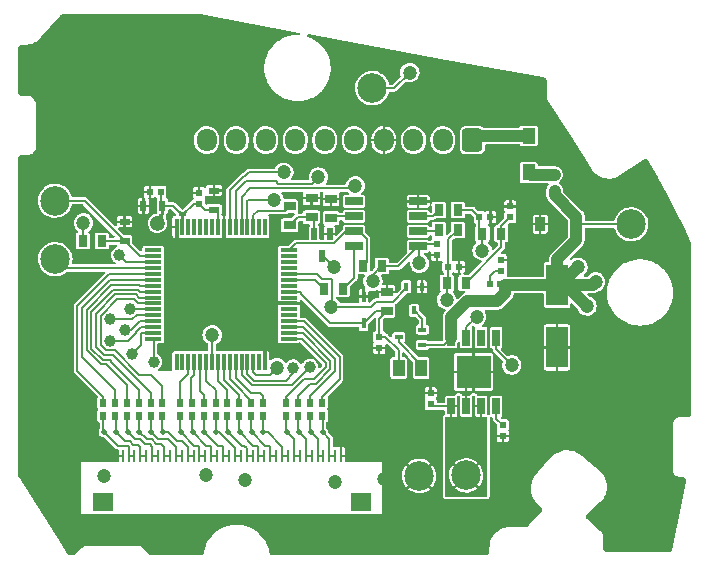
<source format=gbr>
%TF.GenerationSoftware,KiCad,Pcbnew,(6.0.6)*%
%TF.CreationDate,2023-05-08T04:54:07+09:00*%
%TF.ProjectId,128KB_64pin_Touch_R_halfduplex_x2,3132384b-425f-4363-9470-696e5f546f75,rev?*%
%TF.SameCoordinates,Original*%
%TF.FileFunction,Copper,L4,Bot*%
%TF.FilePolarity,Positive*%
%FSLAX46Y46*%
G04 Gerber Fmt 4.6, Leading zero omitted, Abs format (unit mm)*
G04 Created by KiCad (PCBNEW (6.0.6)) date 2023-05-08 04:54:07*
%MOMM*%
%LPD*%
G01*
G04 APERTURE LIST*
G04 Aperture macros list*
%AMRoundRect*
0 Rectangle with rounded corners*
0 $1 Rounding radius*
0 $2 $3 $4 $5 $6 $7 $8 $9 X,Y pos of 4 corners*
0 Add a 4 corners polygon primitive as box body*
4,1,4,$2,$3,$4,$5,$6,$7,$8,$9,$2,$3,0*
0 Add four circle primitives for the rounded corners*
1,1,$1+$1,$2,$3*
1,1,$1+$1,$4,$5*
1,1,$1+$1,$6,$7*
1,1,$1+$1,$8,$9*
0 Add four rect primitives between the rounded corners*
20,1,$1+$1,$2,$3,$4,$5,0*
20,1,$1+$1,$4,$5,$6,$7,0*
20,1,$1+$1,$6,$7,$8,$9,0*
20,1,$1+$1,$8,$9,$2,$3,0*%
G04 Aperture macros list end*
%TA.AperFunction,SMDPad,CuDef*%
%ADD10C,0.500000*%
%TD*%
%TA.AperFunction,SMDPad,CuDef*%
%ADD11R,0.600000X0.750000*%
%TD*%
%TA.AperFunction,SMDPad,CuDef*%
%ADD12C,1.000000*%
%TD*%
%TA.AperFunction,SMDPad,CuDef*%
%ADD13R,0.620000X0.600000*%
%TD*%
%TA.AperFunction,SMDPad,CuDef*%
%ADD14R,0.850000X1.200000*%
%TD*%
%TA.AperFunction,SMDPad,CuDef*%
%ADD15R,0.800000X1.000000*%
%TD*%
%TA.AperFunction,SMDPad,CuDef*%
%ADD16R,0.500000X1.000000*%
%TD*%
%TA.AperFunction,SMDPad,CuDef*%
%ADD17C,2.500000*%
%TD*%
%TA.AperFunction,SMDPad,CuDef*%
%ADD18R,0.600000X0.620000*%
%TD*%
%TA.AperFunction,SMDPad,CuDef*%
%ADD19R,1.475000X0.300000*%
%TD*%
%TA.AperFunction,SMDPad,CuDef*%
%ADD20R,0.300000X1.475000*%
%TD*%
%TA.AperFunction,SMDPad,CuDef*%
%ADD21R,1.140000X1.340000*%
%TD*%
%TA.AperFunction,SMDPad,CuDef*%
%ADD22R,1.000000X0.800000*%
%TD*%
%TA.AperFunction,SMDPad,CuDef*%
%ADD23R,1.528000X0.650000*%
%TD*%
%TA.AperFunction,SMDPad,CuDef*%
%ADD24R,0.420000X0.870000*%
%TD*%
%TA.AperFunction,SMDPad,CuDef*%
%ADD25R,0.700000X0.450000*%
%TD*%
%TA.AperFunction,SMDPad,CuDef*%
%ADD26R,1.000000X1.400000*%
%TD*%
%TA.AperFunction,SMDPad,CuDef*%
%ADD27R,0.700000X0.650000*%
%TD*%
%TA.AperFunction,SMDPad,CuDef*%
%ADD28R,0.250000X1.100000*%
%TD*%
%TA.AperFunction,SMDPad,CuDef*%
%ADD29R,1.700000X1.500000*%
%TD*%
%TA.AperFunction,SMDPad,CuDef*%
%ADD30R,0.450000X0.700000*%
%TD*%
%TA.AperFunction,SMDPad,CuDef*%
%ADD31R,0.940000X0.540000*%
%TD*%
%TA.AperFunction,SMDPad,CuDef*%
%ADD32R,0.650000X1.425000*%
%TD*%
%TA.AperFunction,SMDPad,CuDef*%
%ADD33R,2.950000X2.750000*%
%TD*%
%TA.AperFunction,SMDPad,CuDef*%
%ADD34R,0.540000X0.940000*%
%TD*%
%TA.AperFunction,SMDPad,CuDef*%
%ADD35R,1.850000X3.500000*%
%TD*%
%TA.AperFunction,ComponentPad*%
%ADD36RoundRect,0.250000X0.600000X0.725000X-0.600000X0.725000X-0.600000X-0.725000X0.600000X-0.725000X0*%
%TD*%
%TA.AperFunction,ComponentPad*%
%ADD37O,1.700000X1.950000*%
%TD*%
%TA.AperFunction,ViaPad*%
%ADD38C,1.200000*%
%TD*%
%TA.AperFunction,Conductor*%
%ADD39C,0.200000*%
%TD*%
%TA.AperFunction,Conductor*%
%ADD40C,1.000000*%
%TD*%
%TA.AperFunction,Conductor*%
%ADD41C,0.300000*%
%TD*%
G04 APERTURE END LIST*
D10*
%TO.P,TP86,1,1*%
%TO.N,Net-(J2-Pad18)*%
X135820000Y-116720000D03*
%TD*%
D11*
%TO.P,R46,1*%
%TO.N,Net-(IC4-Pad25)*%
X136765000Y-114220000D03*
%TO.P,R46,2*%
%TO.N,Net-(J2-Pad16)*%
X136765000Y-115320000D03*
%TD*%
D12*
%TO.P,TP61,1,1*%
%TO.N,Net-(IC4-Pad36)*%
X128060000Y-108090000D03*
%TD*%
D13*
%TO.P,C13,1*%
%TO.N,+5V*%
X154519994Y-100800000D03*
%TO.P,C13,2*%
%TO.N,GND*%
X154519994Y-101720000D03*
%TD*%
D10*
%TO.P,TP88,1,1*%
%TO.N,Net-(J2-Pad14)*%
X137820000Y-116720000D03*
%TD*%
D14*
%TO.P,Z1,1*%
%TO.N,+BATT*%
X166309994Y-99105000D03*
%TO.P,Z1,2*%
%TO.N,GND*%
X163259994Y-99105000D03*
%TD*%
D15*
%TO.P,R20,1*%
%TO.N,Net-(IC4-Pad6)*%
X144960000Y-104580000D03*
%TO.P,R20,2*%
%TO.N,Net-(IC2-Pad1)*%
X146560000Y-104580000D03*
%TD*%
D12*
%TO.P,TP47,1,1*%
%TO.N,Net-(IC4-Pad21)*%
X143750000Y-111220000D03*
%TD*%
D16*
%TO.P,Q3,1*%
%TO.N,Net-(Q3-Pad1)*%
X144115000Y-99925000D03*
%TO.P,Q3,2*%
%TO.N,GND*%
X145415000Y-99925000D03*
%TO.P,Q3,3*%
%TO.N,Net-(Q3-Pad3)*%
X144765000Y-101825000D03*
%TD*%
D17*
%TO.P,TP57,1,1*%
%TO.N,Net-(C17-Pad2)*%
X122170000Y-97120000D03*
%TD*%
D11*
%TO.P,R45,1*%
%TO.N,Net-(IC4-Pad27)*%
X135765000Y-114220000D03*
%TO.P,R45,2*%
%TO.N,Net-(J2-Pad18)*%
X135765000Y-115320000D03*
%TD*%
%TO.P,R40,1*%
%TO.N,Net-(IC4-Pad40)*%
X130265000Y-114220000D03*
%TO.P,R40,2*%
%TO.N,Net-(J2-Pad28)*%
X130265000Y-115320000D03*
%TD*%
D13*
%TO.P,C15,1*%
%TO.N,Net-(C15-Pad1)*%
X149630000Y-108660000D03*
%TO.P,C15,2*%
%TO.N,GND*%
X149630000Y-109580000D03*
%TD*%
D18*
%TO.P,C9,1*%
%TO.N,Net-(C5-Pad1)*%
X158110000Y-98530000D03*
%TO.P,C9,2*%
%TO.N,GND*%
X159030000Y-98530000D03*
%TD*%
D19*
%TO.P,IC4,1,P1.7*%
%TO.N,Net-(IC2-Pad2)*%
X141953000Y-101320000D03*
%TO.P,IC4,2,P2.0*%
%TO.N,unconnected-(IC4-Pad2)*%
X141953000Y-101820000D03*
%TO.P,IC4,3,P2.1*%
%TO.N,unconnected-(IC4-Pad3)*%
X141953000Y-102320000D03*
%TO.P,IC4,4,P2.2*%
%TO.N,unconnected-(IC4-Pad4)*%
X141953000Y-102820000D03*
%TO.P,IC4,5,P2.3*%
%TO.N,Net-(IC3-Pad3)*%
X141953000Y-103320000D03*
%TO.P,IC4,6,P2.4*%
%TO.N,Net-(IC4-Pad6)*%
X141953000Y-103820000D03*
%TO.P,IC4,7,P2.5*%
%TO.N,unconnected-(IC4-Pad7)*%
X141953000Y-104320000D03*
%TO.P,IC4,8,P2.6*%
%TO.N,Net-(C15-Pad1)*%
X141953000Y-104820000D03*
%TO.P,IC4,9,P2.7*%
%TO.N,unconnected-(IC4-Pad9)*%
X141953000Y-105320000D03*
%TO.P,IC4,10,VSSD_1*%
%TO.N,GND*%
X141953000Y-105820000D03*
%TO.P,IC4,11,NC*%
%TO.N,unconnected-(IC4-Pad11)*%
X141953000Y-106320000D03*
%TO.P,IC4,12,P6.0*%
%TO.N,unconnected-(IC4-Pad12)*%
X141953000Y-106820000D03*
%TO.P,IC4,13,P6.1*%
%TO.N,Net-(IC4-Pad13)*%
X141953000Y-107320000D03*
%TO.P,IC4,14,P6.2*%
%TO.N,Net-(IC4-Pad14)*%
X141953000Y-107820000D03*
%TO.P,IC4,15,P6.4*%
%TO.N,Net-(IC4-Pad15)*%
X141953000Y-108320000D03*
%TO.P,IC4,16,P6.5*%
%TO.N,Net-(IC4-Pad16)*%
X141953000Y-108820000D03*
D20*
%TO.P,IC4,17,VSSD_2*%
%TO.N,GND*%
X139965000Y-110808000D03*
%TO.P,IC4,18,P3.0*%
%TO.N,unconnected-(IC4-Pad18)*%
X139465000Y-110808000D03*
%TO.P,IC4,19,P3.1*%
%TO.N,Net-(IC4-Pad19)*%
X138965000Y-110808000D03*
%TO.P,IC4,20,P3.2*%
%TO.N,Net-(IC4-Pad20)*%
X138465000Y-110808000D03*
%TO.P,IC4,21,P3.3*%
%TO.N,Net-(IC4-Pad21)*%
X137965000Y-110808000D03*
%TO.P,IC4,22,P3.4*%
%TO.N,Net-(IC4-Pad22)*%
X137465000Y-110808000D03*
%TO.P,IC4,23,P3.5*%
%TO.N,Net-(IC4-Pad23)*%
X136965000Y-110808000D03*
%TO.P,IC4,24,P3.6*%
%TO.N,Net-(IC4-Pad24)*%
X136465000Y-110808000D03*
%TO.P,IC4,25,P3.7*%
%TO.N,Net-(IC4-Pad25)*%
X135965000Y-110808000D03*
%TO.P,IC4,26,VDDD_1*%
%TO.N,+5V*%
X135465000Y-110808000D03*
%TO.P,IC4,27,P4.0*%
%TO.N,Net-(IC4-Pad27)*%
X134965000Y-110808000D03*
%TO.P,IC4,28,P4.1*%
%TO.N,Net-(IC4-Pad28)*%
X134465000Y-110808000D03*
%TO.P,IC4,29,P4.2*%
%TO.N,Net-(IC4-Pad29)*%
X133965000Y-110808000D03*
%TO.P,IC4,30,P4.3*%
%TO.N,Net-(IC4-Pad30)*%
X133465000Y-110808000D03*
%TO.P,IC4,31,P4.4*%
%TO.N,unconnected-(IC4-Pad31)*%
X132965000Y-110808000D03*
%TO.P,IC4,32,P4.5*%
%TO.N,unconnected-(IC4-Pad32)*%
X132465000Y-110808000D03*
D19*
%TO.P,IC4,33,P4.6*%
%TO.N,Net-(IC4-Pad33)*%
X130477000Y-108820000D03*
%TO.P,IC4,34,P4.7*%
%TO.N,Net-(IC4-Pad34)*%
X130477000Y-108320000D03*
%TO.P,IC4,35,P5.6*%
%TO.N,Net-(IC4-Pad35)*%
X130477000Y-107820000D03*
%TO.P,IC4,36,P5.7*%
%TO.N,Net-(IC4-Pad36)*%
X130477000Y-107320000D03*
%TO.P,IC4,37,P7.0*%
%TO.N,Net-(IC4-Pad37)*%
X130477000Y-106820000D03*
%TO.P,IC4,38,P7.1*%
%TO.N,Net-(IC4-Pad38)*%
X130477000Y-106320000D03*
%TO.P,IC4,39,P0.0*%
%TO.N,Net-(IC4-Pad39)*%
X130477000Y-105820000D03*
%TO.P,IC4,40,P0.1*%
%TO.N,Net-(IC4-Pad40)*%
X130477000Y-105320000D03*
%TO.P,IC4,41,P0.2*%
%TO.N,Net-(IC4-Pad41)*%
X130477000Y-104820000D03*
%TO.P,IC4,42,P0.3*%
%TO.N,Net-(IC4-Pad42)*%
X130477000Y-104320000D03*
%TO.P,IC4,43,P0.4*%
%TO.N,Net-(IC4-Pad43)*%
X130477000Y-103820000D03*
%TO.P,IC4,44,P0.5*%
%TO.N,Net-(IC4-Pad44)*%
X130477000Y-103320000D03*
%TO.P,IC4,45,P0.6*%
%TO.N,Net-(IC4-Pad45)*%
X130477000Y-102820000D03*
%TO.P,IC4,46,P0.7*%
%TO.N,Net-(IC4-Pad46)*%
X130477000Y-102320000D03*
%TO.P,IC4,47,XRES*%
%TO.N,Net-(C17-Pad2)*%
X130477000Y-101820000D03*
%TO.P,IC4,48,VCCD*%
%TO.N,unconnected-(IC4-Pad48)*%
X130477000Y-101320000D03*
D20*
%TO.P,IC4,49,VSSD_3*%
%TO.N,GND*%
X132465000Y-99332000D03*
%TO.P,IC4,50,VDDD_2*%
%TO.N,+5V*%
X132965000Y-99332000D03*
%TO.P,IC4,51,P5.0*%
%TO.N,unconnected-(IC4-Pad51)*%
X133465000Y-99332000D03*
%TO.P,IC4,52,P5.1*%
%TO.N,unconnected-(IC4-Pad52)*%
X133965000Y-99332000D03*
%TO.P,IC4,53,P5.2*%
%TO.N,unconnected-(IC4-Pad53)*%
X134465000Y-99332000D03*
%TO.P,IC4,54,P5.3*%
%TO.N,unconnected-(IC4-Pad54)*%
X134965000Y-99332000D03*
%TO.P,IC4,55,P5.5*%
%TO.N,unconnected-(IC4-Pad55)*%
X135465000Y-99332000D03*
%TO.P,IC4,56,VDDA*%
%TO.N,+5V*%
X135965000Y-99332000D03*
%TO.P,IC4,57,VSSA*%
%TO.N,GND*%
X136465000Y-99332000D03*
%TO.P,IC4,58,P1.0*%
%TO.N,Net-(IC4-Pad58)*%
X136965000Y-99332000D03*
%TO.P,IC4,59,P1.1*%
%TO.N,Net-(IC4-Pad59)*%
X137465000Y-99332000D03*
%TO.P,IC4,60,P1.2*%
%TO.N,Net-(IC4-Pad60)*%
X137965000Y-99332000D03*
%TO.P,IC4,61,P1.3*%
%TO.N,Net-(IC4-Pad61)*%
X138465000Y-99332000D03*
%TO.P,IC4,62,P1.4*%
%TO.N,Net-(IC4-Pad62)*%
X138965000Y-99332000D03*
%TO.P,IC4,63,P1.5*%
%TO.N,unconnected-(IC4-Pad63)*%
X139465000Y-99332000D03*
%TO.P,IC4,64,P1.6*%
%TO.N,unconnected-(IC4-Pad64)*%
X139965000Y-99332000D03*
%TD*%
D21*
%TO.P,D3,1*%
%TO.N,Net-(D3-Pad1)*%
X162289994Y-94730000D03*
%TO.P,D3,2*%
%TO.N,Net-(D3-Pad2)*%
X162289994Y-91630000D03*
%TD*%
D22*
%TO.P,R23,1*%
%TO.N,Net-(Q3-Pad1)*%
X142030000Y-99190000D03*
%TO.P,R23,2*%
%TO.N,Net-(IC4-Pad62)*%
X142030000Y-97590000D03*
%TD*%
D11*
%TO.P,R47,1*%
%TO.N,Net-(IC4-Pad24)*%
X137765000Y-114220000D03*
%TO.P,R47,2*%
%TO.N,Net-(J2-Pad14)*%
X137765000Y-115320000D03*
%TD*%
D15*
%TO.P,R16,1*%
%TO.N,Net-(C17-Pad2)*%
X126120000Y-100540000D03*
%TO.P,R16,2*%
%TO.N,Net-(IC1-Pad4)*%
X124520000Y-100540000D03*
%TD*%
D12*
%TO.P,TP66,1,1*%
%TO.N,Net-(IC4-Pad33)*%
X130550000Y-110760000D03*
%TD*%
%TO.P,TP60,1,1*%
%TO.N,Net-(IC4-Pad37)*%
X126850000Y-107180000D03*
%TD*%
D15*
%TO.P,R8,1*%
%TO.N,Net-(C7-Pad1)*%
X156930000Y-104090000D03*
%TO.P,R8,2*%
%TO.N,Net-(C10-Pad2)*%
X155330000Y-104090000D03*
%TD*%
D13*
%TO.P,C16,1*%
%TO.N,Net-(C16-Pad1)*%
X160080000Y-116130000D03*
%TO.P,C16,2*%
%TO.N,GND*%
X160080000Y-117050000D03*
%TD*%
D11*
%TO.P,R38,1*%
%TO.N,Net-(IC4-Pad42)*%
X128265000Y-114220000D03*
%TO.P,R38,2*%
%TO.N,Net-(J2-Pad32)*%
X128265000Y-115320000D03*
%TD*%
D10*
%TO.P,TP91,1,1*%
%TO.N,Net-(J2-Pad8)*%
X141820000Y-116720000D03*
%TD*%
D15*
%TO.P,R17,1*%
%TO.N,Net-(IC2-Pad2)*%
X148250000Y-102660000D03*
%TO.P,R17,2*%
%TO.N,+5V*%
X149850000Y-102660000D03*
%TD*%
D13*
%TO.P,C19,1*%
%TO.N,+5V*%
X134370000Y-97370000D03*
%TO.P,C19,2*%
%TO.N,GND*%
X134370000Y-96450000D03*
%TD*%
D10*
%TO.P,TP79,1,1*%
%TO.N,Net-(J2-Pad32)*%
X128320000Y-116720000D03*
%TD*%
D23*
%TO.P,IC2,1,R*%
%TO.N,Net-(IC2-Pad1)*%
X147494004Y-100994996D03*
%TO.P,IC2,2,~{RE}*%
%TO.N,Net-(IC2-Pad2)*%
X147494004Y-99724996D03*
%TO.P,IC2,3,DE*%
%TO.N,Net-(IC2-Pad3)*%
X147494004Y-98454996D03*
%TO.P,IC2,4,D*%
%TO.N,unconnected-(IC2-Pad4)*%
X147494004Y-97184996D03*
%TO.P,IC2,5,GND*%
%TO.N,GND*%
X152916004Y-97184996D03*
%TO.P,IC2,6,A*%
%TO.N,Net-(IC2-Pad6)*%
X152916004Y-98454996D03*
%TO.P,IC2,7,B*%
%TO.N,Net-(IC2-Pad7)*%
X152916004Y-99724996D03*
%TO.P,IC2,8,VCC*%
%TO.N,+5V*%
X152916004Y-100994996D03*
%TD*%
D11*
%TO.P,R43,1*%
%TO.N,Net-(IC4-Pad29)*%
X133765000Y-114220000D03*
%TO.P,R43,2*%
%TO.N,Net-(J2-Pad22)*%
X133765000Y-115320000D03*
%TD*%
D10*
%TO.P,TP94,1,1*%
%TO.N,Net-(J2-Pad4)*%
X143830000Y-116720000D03*
%TD*%
D12*
%TO.P,TP63,1,1*%
%TO.N,Net-(IC4-Pad35)*%
X126860000Y-108980000D03*
%TD*%
D17*
%TO.P,TP15,1,1*%
%TO.N,+BATT*%
X170960000Y-99120000D03*
%TD*%
D10*
%TO.P,TP78,1,1*%
%TO.N,Net-(J2-Pad34)*%
X127320000Y-116720000D03*
%TD*%
%TO.P,TP82,1,1*%
%TO.N,Net-(J2-Pad26)*%
X131320000Y-116720000D03*
%TD*%
D11*
%TO.P,R44,1*%
%TO.N,Net-(IC4-Pad28)*%
X134765000Y-114220000D03*
%TO.P,R44,2*%
%TO.N,Net-(J2-Pad20)*%
X134765000Y-115320000D03*
%TD*%
D24*
%TO.P,Z6,1*%
%TO.N,Net-(C15-Pad1)*%
X148300000Y-107490000D03*
%TO.P,Z6,2*%
%TO.N,GND*%
X148300000Y-105240000D03*
%TD*%
D25*
%TO.P,Q1,1,B*%
%TO.N,Net-(Q1-Pad1)*%
X153280000Y-108030000D03*
%TO.P,Q1,2,E*%
%TO.N,+BATT*%
X153280000Y-109330000D03*
%TO.P,Q1,3,C*%
%TO.N,Net-(Q1-Pad3)*%
X151280000Y-108680000D03*
%TD*%
D26*
%TO.P,R14,1*%
%TO.N,Net-(Q1-Pad3)*%
X153170000Y-111290000D03*
%TO.P,R14,2*%
%TO.N,Net-(C15-Pad1)*%
X151270000Y-111290000D03*
%TD*%
D10*
%TO.P,TP81,1,1*%
%TO.N,Net-(J2-Pad28)*%
X130320000Y-116720000D03*
%TD*%
D18*
%TO.P,C10,1*%
%TO.N,GND*%
X156390000Y-102720000D03*
%TO.P,C10,2*%
%TO.N,Net-(C10-Pad2)*%
X155470000Y-102720000D03*
%TD*%
D27*
%TO.P,FB1,1,1*%
%TO.N,Net-(D3-Pad1)*%
X164474994Y-94915000D03*
%TO.P,FB1,2,2*%
%TO.N,+BATT*%
X164474994Y-96265000D03*
%TD*%
D10*
%TO.P,TP90,1,1*%
%TO.N,Net-(J2-Pad10)*%
X139820000Y-116720000D03*
%TD*%
D28*
%TO.P,J2,1,1*%
%TO.N,GND*%
X146399994Y-118720000D03*
%TO.P,J2,2,2*%
%TO.N,Net-(J2-Pad2)*%
X145899994Y-118720000D03*
%TO.P,J2,3,3*%
X145399994Y-118720000D03*
%TO.P,J2,4,4*%
%TO.N,Net-(J2-Pad4)*%
X144899994Y-118720000D03*
%TO.P,J2,5,5*%
X144399994Y-118720000D03*
%TO.P,J2,6,6*%
%TO.N,Net-(J2-Pad6)*%
X143899994Y-118720000D03*
%TO.P,J2,7,7*%
X143399994Y-118720000D03*
%TO.P,J2,8,8*%
%TO.N,Net-(J2-Pad8)*%
X142899994Y-118720000D03*
%TO.P,J2,9,9*%
X142399994Y-118720000D03*
%TO.P,J2,10,10*%
%TO.N,Net-(J2-Pad10)*%
X141899994Y-118720000D03*
%TO.P,J2,11,11*%
X141399994Y-118720000D03*
%TO.P,J2,12,12*%
%TO.N,Net-(J2-Pad12)*%
X140899994Y-118720000D03*
%TO.P,J2,13,13*%
X140399994Y-118720000D03*
%TO.P,J2,14,14*%
%TO.N,Net-(J2-Pad14)*%
X139899994Y-118720000D03*
%TO.P,J2,15,15*%
X139399994Y-118720000D03*
%TO.P,J2,16,16*%
%TO.N,Net-(J2-Pad16)*%
X138899994Y-118720000D03*
%TO.P,J2,17,17*%
X138399994Y-118720000D03*
%TO.P,J2,18,18*%
%TO.N,Net-(J2-Pad18)*%
X137899994Y-118720000D03*
%TO.P,J2,19,19*%
X137399994Y-118720000D03*
%TO.P,J2,20,20*%
%TO.N,Net-(J2-Pad20)*%
X136899994Y-118720000D03*
%TO.P,J2,21,21*%
X136399994Y-118720000D03*
%TO.P,J2,22,22*%
%TO.N,Net-(J2-Pad22)*%
X135899994Y-118720000D03*
%TO.P,J2,23,23*%
X135399994Y-118720000D03*
%TO.P,J2,24,24*%
%TO.N,Net-(J2-Pad24)*%
X134899994Y-118720000D03*
%TO.P,J2,25,25*%
X134399994Y-118720000D03*
%TO.P,J2,26,26*%
%TO.N,Net-(J2-Pad26)*%
X133899994Y-118720000D03*
%TO.P,J2,27,27*%
X133399994Y-118720000D03*
%TO.P,J2,28,28*%
%TO.N,Net-(J2-Pad28)*%
X132899994Y-118720000D03*
%TO.P,J2,29,29*%
X132399994Y-118720000D03*
%TO.P,J2,30,30*%
%TO.N,Net-(J2-Pad30)*%
X131899994Y-118720000D03*
%TO.P,J2,31,31*%
X131399994Y-118720000D03*
%TO.P,J2,32,32*%
%TO.N,Net-(J2-Pad32)*%
X130899994Y-118720000D03*
%TO.P,J2,33,33*%
X130399994Y-118720000D03*
%TO.P,J2,34,34*%
%TO.N,Net-(J2-Pad34)*%
X129899994Y-118720000D03*
%TO.P,J2,35,35*%
X129399994Y-118720000D03*
%TO.P,J2,36,36*%
%TO.N,Net-(J2-Pad36)*%
X128899994Y-118720000D03*
%TO.P,J2,37,37*%
X128399994Y-118720000D03*
%TO.P,J2,38,38*%
%TO.N,GND*%
X127899994Y-118720000D03*
D29*
%TO.P,J2,MP1,MP1*%
%TO.N,unconnected-(J2-PadMP1)*%
X148049994Y-122620000D03*
%TO.P,J2,MP2,MP2*%
%TO.N,unconnected-(J2-PadMP2)*%
X126249994Y-122620000D03*
%TD*%
D11*
%TO.P,R36,1*%
%TO.N,Net-(IC4-Pad44)*%
X126265000Y-114220000D03*
%TO.P,R36,2*%
%TO.N,Net-(J2-Pad36)*%
X126265000Y-115320000D03*
%TD*%
D10*
%TO.P,TP93,1,1*%
%TO.N,Net-(J2-Pad2)*%
X144830000Y-116720000D03*
%TD*%
D12*
%TO.P,TP65,1,1*%
%TO.N,Net-(IC4-Pad34)*%
X128680000Y-110070000D03*
%TD*%
D17*
%TO.P,TP41,1,1*%
%TO.N,+5V*%
X156980000Y-120380000D03*
%TD*%
D30*
%TO.P,Q2,1,B*%
%TO.N,Net-(IC3-Pad3)*%
X151930000Y-104410000D03*
%TO.P,Q2,2,E*%
%TO.N,GND*%
X153230000Y-104410000D03*
%TO.P,Q2,3,C*%
%TO.N,Net-(Q1-Pad1)*%
X152580000Y-106410000D03*
%TD*%
D11*
%TO.P,R53,1*%
%TO.N,Net-(IC4-Pad13)*%
X144775000Y-114220000D03*
%TO.P,R53,2*%
%TO.N,Net-(J2-Pad2)*%
X144775000Y-115320000D03*
%TD*%
D31*
%TO.P,C17,1*%
%TO.N,GND*%
X128060000Y-98900000D03*
%TO.P,C17,2*%
%TO.N,Net-(C17-Pad2)*%
X128060000Y-100500000D03*
%TD*%
D11*
%TO.P,R39,1*%
%TO.N,Net-(IC4-Pad41)*%
X129265000Y-114220000D03*
%TO.P,R39,2*%
%TO.N,Net-(J2-Pad30)*%
X129265000Y-115320000D03*
%TD*%
D12*
%TO.P,TP46,1,1*%
%TO.N,Net-(IC4-Pad20)*%
X142330000Y-111250000D03*
%TD*%
D32*
%TO.P,IC1,1,VDD*%
%TO.N,+BATT*%
X155715000Y-108708000D03*
%TO.P,IC1,2,CE*%
%TO.N,Net-(IC1-Pad2)*%
X156985000Y-108708000D03*
%TO.P,IC1,3,NC*%
%TO.N,unconnected-(IC1-Pad3)*%
X158255000Y-108708000D03*
%TO.P,IC1,4,DOUT*%
%TO.N,Net-(IC1-Pad4)*%
X159525000Y-108708000D03*
%TO.P,IC1,5,CD*%
%TO.N,Net-(C16-Pad1)*%
X159525000Y-114532000D03*
%TO.P,IC1,6,SENSE*%
%TO.N,+5V*%
X158255000Y-114532000D03*
%TO.P,IC1,7,GND*%
%TO.N,GND*%
X156985000Y-114532000D03*
%TO.P,IC1,8,VOUT*%
%TO.N,+5V*%
X155715000Y-114532000D03*
D33*
%TO.P,IC1,9,EP*%
%TO.N,GND*%
X157620000Y-111620000D03*
%TD*%
D11*
%TO.P,R49,1*%
%TO.N,Net-(IC4-Pad22)*%
X139765000Y-114220000D03*
%TO.P,R49,2*%
%TO.N,Net-(J2-Pad10)*%
X139765000Y-115320000D03*
%TD*%
%TO.P,R50,1*%
%TO.N,Net-(IC4-Pad16)*%
X141765000Y-114220000D03*
%TO.P,R50,2*%
%TO.N,Net-(J2-Pad8)*%
X141765000Y-115320000D03*
%TD*%
D22*
%TO.P,R18,1*%
%TO.N,Net-(IC2-Pad3)*%
X145550000Y-98590000D03*
%TO.P,R18,2*%
%TO.N,GND*%
X145550000Y-96990000D03*
%TD*%
D10*
%TO.P,TP83,1,1*%
%TO.N,Net-(J2-Pad24)*%
X132820000Y-116720000D03*
%TD*%
D11*
%TO.P,R48,1*%
%TO.N,Net-(IC4-Pad23)*%
X138765000Y-114220000D03*
%TO.P,R48,2*%
%TO.N,Net-(J2-Pad12)*%
X138765000Y-115320000D03*
%TD*%
D10*
%TO.P,TP84,1,1*%
%TO.N,Net-(J2-Pad22)*%
X133820000Y-116720000D03*
%TD*%
D13*
%TO.P,C12,1*%
%TO.N,Net-(C11-Pad2)*%
X159920000Y-103080000D03*
%TO.P,C12,2*%
%TO.N,GND*%
X159920000Y-102160000D03*
%TD*%
%TO.P,C18,1*%
%TO.N,+5V*%
X153970000Y-114320000D03*
%TO.P,C18,2*%
%TO.N,GND*%
X153970000Y-113400000D03*
%TD*%
%TO.P,C7,1*%
%TO.N,Net-(C7-Pad1)*%
X160730000Y-98520000D03*
%TO.P,C7,2*%
%TO.N,GND*%
X160730000Y-97600000D03*
%TD*%
D10*
%TO.P,TP85,1,1*%
%TO.N,Net-(J2-Pad20)*%
X134820000Y-116720000D03*
%TD*%
D11*
%TO.P,R51,1*%
%TO.N,Net-(IC4-Pad15)*%
X142765000Y-114220000D03*
%TO.P,R51,2*%
%TO.N,Net-(J2-Pad6)*%
X142765000Y-115320000D03*
%TD*%
D34*
%TO.P,C24,1*%
%TO.N,+5V*%
X131260000Y-97560000D03*
%TO.P,C24,2*%
%TO.N,GND*%
X129660000Y-97560000D03*
%TD*%
D10*
%TO.P,TP77,1,1*%
%TO.N,Net-(J2-Pad36)*%
X126320000Y-116720000D03*
%TD*%
D15*
%TO.P,R7,1*%
%TO.N,Net-(C5-Pad1)*%
X158360000Y-99910000D03*
%TO.P,R7,2*%
%TO.N,Net-(C7-Pad1)*%
X159960000Y-99910000D03*
%TD*%
D17*
%TO.P,TP13,1,1*%
%TO.N,Net-(D4-Pad1)*%
X149040000Y-87590000D03*
%TD*%
D35*
%TO.P,C3,1*%
%TO.N,+BATT*%
X164689994Y-104250000D03*
%TO.P,C3,2*%
%TO.N,GND*%
X164689994Y-109550000D03*
%TD*%
D18*
%TO.P,C11,1*%
%TO.N,+BATT*%
X159890000Y-104210000D03*
%TO.P,C11,2*%
%TO.N,Net-(C11-Pad2)*%
X158970000Y-104210000D03*
%TD*%
D12*
%TO.P,TP56,1,1*%
%TO.N,Net-(IC4-Pad38)*%
X128520000Y-106260000D03*
%TD*%
D10*
%TO.P,TP92,1,1*%
%TO.N,Net-(J2-Pad6)*%
X142820000Y-116720000D03*
%TD*%
D22*
%TO.P,R24,1*%
%TO.N,Net-(Q3-Pad1)*%
X143890000Y-98510000D03*
%TO.P,R24,2*%
%TO.N,GND*%
X143890000Y-96910000D03*
%TD*%
D10*
%TO.P,TP87,1,1*%
%TO.N,Net-(J2-Pad16)*%
X136820000Y-116720000D03*
%TD*%
%TO.P,TP89,1,1*%
%TO.N,Net-(J2-Pad12)*%
X138830000Y-116720000D03*
%TD*%
D12*
%TO.P,TP64,1,1*%
%TO.N,Net-(IC4-Pad46)*%
X127620000Y-101730000D03*
%TD*%
D15*
%TO.P,R11,1*%
%TO.N,Net-(C10-Pad2)*%
X156260000Y-99600000D03*
%TO.P,R11,2*%
%TO.N,Net-(IC2-Pad7)*%
X154660000Y-99600000D03*
%TD*%
D10*
%TO.P,TP80,1,1*%
%TO.N,Net-(J2-Pad30)*%
X129320000Y-116720000D03*
%TD*%
D17*
%TO.P,TP5,1,1*%
%TO.N,GND*%
X153000000Y-120430000D03*
%TD*%
D11*
%TO.P,R41,1*%
%TO.N,Net-(IC4-Pad39)*%
X131265000Y-114220000D03*
%TO.P,R41,2*%
%TO.N,Net-(J2-Pad26)*%
X131265000Y-115320000D03*
%TD*%
D31*
%TO.P,C21,1*%
%TO.N,+5V*%
X135630000Y-97870000D03*
%TO.P,C21,2*%
%TO.N,GND*%
X135630000Y-96270000D03*
%TD*%
D11*
%TO.P,R37,1*%
%TO.N,Net-(IC4-Pad43)*%
X127265000Y-114220000D03*
%TO.P,R37,2*%
%TO.N,Net-(J2-Pad34)*%
X127265000Y-115320000D03*
%TD*%
D36*
%TO.P,J1,1,Pin_1*%
%TO.N,Net-(D3-Pad2)*%
X157514994Y-92000000D03*
D37*
%TO.P,J1,2,Pin_2*%
%TO.N,Net-(C5-Pad1)*%
X155014994Y-92000000D03*
%TO.P,J1,3,Pin_3*%
%TO.N,Net-(C10-Pad2)*%
X152514994Y-92000000D03*
%TO.P,J1,4,Pin_4*%
%TO.N,GND*%
X150014994Y-92000000D03*
%TO.P,J1,5,Pin_5*%
%TO.N,Net-(R3-Pad1)*%
X147514994Y-92000000D03*
%TO.P,J1,6,Pin_6*%
%TO.N,Net-(J1-Pad6)*%
X145014994Y-92000000D03*
%TO.P,J1,7,Pin_7*%
%TO.N,Net-(R1-Pad1)*%
X142514994Y-92000000D03*
%TO.P,J1,8,Pin_8*%
%TO.N,Net-(C1-Pad1)*%
X140014994Y-92000000D03*
%TO.P,J1,9,Pin_9*%
%TO.N,Net-(FL2-Pad2)*%
X137514994Y-92000000D03*
%TO.P,J1,10,Pin_10*%
%TO.N,Net-(J1-Pad10)*%
X135014994Y-92000000D03*
%TD*%
D11*
%TO.P,R52,1*%
%TO.N,Net-(IC4-Pad14)*%
X143765000Y-114220000D03*
%TO.P,R52,2*%
%TO.N,Net-(J2-Pad4)*%
X143765000Y-115320000D03*
%TD*%
D17*
%TO.P,TP67,1,1*%
%TO.N,Net-(IC4-Pad45)*%
X122200000Y-102070000D03*
%TD*%
D22*
%TO.P,R15,1*%
%TO.N,GND*%
X150270000Y-104860000D03*
%TO.P,R15,2*%
%TO.N,Net-(C15-Pad1)*%
X150270000Y-106460000D03*
%TD*%
D15*
%TO.P,R10,1*%
%TO.N,Net-(C5-Pad1)*%
X156270000Y-97920000D03*
%TO.P,R10,2*%
%TO.N,Net-(IC2-Pad6)*%
X154670000Y-97920000D03*
%TD*%
D18*
%TO.P,C22,1*%
%TO.N,+5V*%
X131110000Y-96370000D03*
%TO.P,C22,2*%
%TO.N,GND*%
X130190000Y-96370000D03*
%TD*%
D11*
%TO.P,R42,1*%
%TO.N,Net-(IC4-Pad30)*%
X132765000Y-114220000D03*
%TO.P,R42,2*%
%TO.N,Net-(J2-Pad24)*%
X132765000Y-115320000D03*
%TD*%
D38*
%TO.N,+5V*%
X149080000Y-103950000D03*
X157650000Y-116410000D03*
X156050000Y-118550000D03*
X135480000Y-108480000D03*
X153030000Y-102420000D03*
X130840000Y-99040000D03*
%TO.N,+BATT*%
X167210000Y-106040000D03*
X166440000Y-102760000D03*
X167940000Y-104000000D03*
%TO.N,Net-(D4-Pad1)*%
X152210000Y-86270000D03*
%TO.N,GND*%
X123650000Y-117280000D03*
X127100000Y-125360000D03*
X161850000Y-113650000D03*
X145910000Y-120930000D03*
X156680000Y-123480000D03*
X127530000Y-85340000D03*
X168350000Y-123790000D03*
X148070000Y-114140000D03*
X163940000Y-112750000D03*
X162510000Y-87480000D03*
X132260000Y-91590000D03*
X134220000Y-89970000D03*
X120070000Y-111210000D03*
X130120000Y-93200000D03*
X123770000Y-104400000D03*
X171780000Y-95770000D03*
X154960000Y-86590000D03*
X132140000Y-105460000D03*
X138970000Y-83570000D03*
X124450000Y-94080000D03*
X171580000Y-126210000D03*
X127070000Y-93720000D03*
X137040000Y-85080000D03*
X120410000Y-85100000D03*
X132180000Y-103610000D03*
X161710000Y-96370000D03*
X138630000Y-87220000D03*
X171000000Y-109340000D03*
X160920000Y-123230000D03*
X154870000Y-125780000D03*
X173000000Y-111090000D03*
X150240000Y-118930000D03*
X134960000Y-120380000D03*
X157450000Y-125400000D03*
X150020000Y-120650000D03*
X144800000Y-125890000D03*
X170100000Y-115710000D03*
X131470000Y-90010000D03*
X165310000Y-115700000D03*
X167810000Y-118720000D03*
X122100000Y-121570000D03*
X147500000Y-125750000D03*
X123240000Y-115450000D03*
X123440000Y-123530000D03*
X121320000Y-106530000D03*
X154090000Y-123380000D03*
X127000000Y-90790000D03*
X138300000Y-120760000D03*
X172580000Y-113190000D03*
X173350000Y-119850000D03*
X142296712Y-109793341D03*
X167410000Y-111860000D03*
X160090000Y-119050000D03*
X119910000Y-100540000D03*
X163170000Y-100830000D03*
X168520000Y-101890000D03*
X121490000Y-93910000D03*
X133930000Y-82780000D03*
X174690000Y-101690000D03*
X168690000Y-113910000D03*
X141250000Y-93300000D03*
X174840000Y-109130000D03*
X165240000Y-92570000D03*
X149960000Y-96920000D03*
X132290000Y-107540000D03*
X142720000Y-125720000D03*
X137980000Y-101160000D03*
X146770000Y-113300000D03*
X126310000Y-120440000D03*
X120920000Y-118190000D03*
X174120000Y-123520000D03*
X121590000Y-90410000D03*
X120700000Y-115110000D03*
X146680000Y-115370000D03*
X138330000Y-109010000D03*
X161500000Y-121010000D03*
X148080000Y-84710000D03*
X150950000Y-125910000D03*
X167050000Y-96180000D03*
X134750000Y-86670000D03*
X131890000Y-85170000D03*
X123160000Y-119320000D03*
X129850000Y-82730000D03*
X129070000Y-91450000D03*
X173220000Y-117030000D03*
X124120000Y-82710000D03*
X151780000Y-123890000D03*
X158530000Y-96740000D03*
X124570000Y-88780000D03*
X130088218Y-86857628D03*
X154420000Y-110240000D03*
%TO.N,Net-(IC3-Pad3)*%
X145530000Y-106120000D03*
%TO.N,Net-(IC1-Pad4)*%
X160840000Y-111030000D03*
X124580000Y-99010000D03*
%TO.N,Net-(C5-Pad1)*%
X158338957Y-101348957D03*
%TO.N,Net-(C10-Pad2)*%
X155330000Y-105510000D03*
%TO.N,Net-(IC4-Pad58)*%
X141541857Y-94720999D03*
%TO.N,Net-(IC4-Pad59)*%
X144470000Y-95120500D03*
%TO.N,Net-(IC4-Pad60)*%
X147580000Y-95870000D03*
%TO.N,Net-(Q3-Pad3)*%
X145830000Y-102770000D03*
%TO.N,Net-(IC4-Pad61)*%
X140711043Y-97071043D03*
%TO.N,Net-(IC4-Pad19)*%
X140942062Y-111249972D03*
%TO.N,Net-(IC1-Pad2)*%
X157860000Y-106950000D03*
%TD*%
D39*
%TO.N,+5V*%
X131260000Y-97560000D02*
X132180500Y-97560000D01*
X131260000Y-98620000D02*
X130840000Y-99040000D01*
X132965000Y-99332000D02*
X132965000Y-98344500D01*
X134870000Y-97870000D02*
X134370000Y-97370000D01*
X149080000Y-103950000D02*
X149080000Y-103410000D01*
X153030000Y-102420000D02*
X153030000Y-101108992D01*
X135965000Y-98205000D02*
X135630000Y-97870000D01*
X155715000Y-114532000D02*
X154182000Y-114532000D01*
X153030000Y-101108992D02*
X152916004Y-100994996D01*
X135465000Y-108495000D02*
X135480000Y-108480000D01*
X135965000Y-99332000D02*
X135965000Y-98205000D01*
X156980000Y-120380000D02*
X156980000Y-119480000D01*
X133939500Y-97370000D02*
X134370000Y-97370000D01*
X131110000Y-96370000D02*
X131110000Y-97410000D01*
X131110000Y-97410000D02*
X131260000Y-97560000D01*
X154519994Y-100800000D02*
X153111000Y-100800000D01*
X151221000Y-102690000D02*
X152916004Y-100994996D01*
X131260000Y-97560000D02*
X131260000Y-98620000D01*
X149080000Y-103410000D02*
X149800000Y-102690000D01*
X155715000Y-114532000D02*
X155715000Y-114919500D01*
X132965000Y-98344500D02*
X133939500Y-97370000D01*
X153111000Y-100800000D02*
X152916004Y-100994996D01*
X132180500Y-97560000D02*
X132965000Y-98344500D01*
X149800000Y-102690000D02*
X151221000Y-102690000D01*
X154182000Y-114532000D02*
X153970000Y-114320000D01*
X135465000Y-110808000D02*
X135465000Y-108495000D01*
X155715000Y-114919500D02*
X155730000Y-114934500D01*
X135630000Y-97870000D02*
X134870000Y-97870000D01*
D40*
%TO.N,+BATT*%
X167690000Y-104250000D02*
X167940000Y-104000000D01*
X155715000Y-106995000D02*
X157060000Y-105650000D01*
X159620000Y-105650000D02*
X160290000Y-104980000D01*
X164689994Y-102080006D02*
X166309994Y-100460006D01*
X164689994Y-104250000D02*
X167690000Y-104250000D01*
X165420000Y-104250000D02*
X167210000Y-106040000D01*
D39*
X153280000Y-109330000D02*
X155093000Y-109330000D01*
D40*
X164474994Y-96265000D02*
X164474994Y-96634994D01*
X164950000Y-104250000D02*
X166440000Y-102760000D01*
X157060000Y-105650000D02*
X159620000Y-105650000D01*
D39*
X170960000Y-99120000D02*
X166324994Y-99120000D01*
D40*
X166309994Y-98469994D02*
X166309994Y-99105000D01*
X164689994Y-104250000D02*
X164689994Y-102080006D01*
X164689994Y-104250000D02*
X165420000Y-104250000D01*
X166309994Y-100460006D02*
X166309994Y-99105000D01*
D39*
X155093000Y-109330000D02*
X155715000Y-108708000D01*
D40*
X160290000Y-104250000D02*
X164689994Y-104250000D01*
X164689994Y-104250000D02*
X164950000Y-104250000D01*
D39*
X166324994Y-99120000D02*
X166309994Y-99105000D01*
D40*
X160290000Y-104980000D02*
X160290000Y-104250000D01*
X155715000Y-108708000D02*
X155715000Y-106995000D01*
X164474994Y-96634994D02*
X166309994Y-98469994D01*
D39*
%TO.N,Net-(D4-Pad1)*%
X149040000Y-87590000D02*
X150890000Y-87590000D01*
X150890000Y-87590000D02*
X152210000Y-86270000D01*
%TO.N,GND*%
X156985000Y-112255000D02*
X157620000Y-111620000D01*
D41*
X139965000Y-110808000D02*
X139965000Y-109230000D01*
D39*
X138810000Y-107164500D02*
X138810000Y-107140000D01*
X142296712Y-109793341D02*
X141438841Y-109793341D01*
X150090000Y-104960000D02*
X150240000Y-104960000D01*
X156985000Y-114532000D02*
X156985000Y-112255000D01*
D41*
X136465000Y-99332000D02*
X136465000Y-101320000D01*
X132465000Y-99332000D02*
X132465000Y-100960000D01*
D39*
X141438841Y-109793341D02*
X138810000Y-107164500D01*
D41*
X141953000Y-105820000D02*
X140145000Y-105820000D01*
D39*
%TO.N,Net-(C7-Pad1)*%
X159960000Y-99290000D02*
X160730000Y-98520000D01*
X156930000Y-104090000D02*
X159960000Y-101060000D01*
X159960000Y-101060000D02*
X159960000Y-99910000D01*
X159960000Y-99910000D02*
X159960000Y-99290000D01*
%TO.N,Net-(Q1-Pad3)*%
X151280000Y-109110000D02*
X153170000Y-111000000D01*
X153170000Y-111000000D02*
X153170000Y-111290000D01*
X151280000Y-108680000D02*
X151280000Y-109110000D01*
%TO.N,Net-(IC3-Pad3)*%
X145660000Y-105990000D02*
X145530000Y-106120000D01*
X142925000Y-103320000D02*
X144330000Y-103320000D01*
X151930000Y-104535000D02*
X151930000Y-104410000D01*
X145660000Y-103780000D02*
X145660000Y-105990000D01*
X141953000Y-103320000D02*
X142925000Y-103320000D01*
X148910000Y-106120000D02*
X149340000Y-105690000D01*
X145530000Y-106120000D02*
X148910000Y-106120000D01*
X144790000Y-103780000D02*
X145660000Y-103780000D01*
X149340000Y-105690000D02*
X150775000Y-105690000D01*
X144330000Y-103320000D02*
X144790000Y-103780000D01*
X150775000Y-105690000D02*
X151930000Y-104535000D01*
%TO.N,Net-(IC4-Pad20)*%
X142330000Y-111720000D02*
X142330000Y-111250000D01*
X138465000Y-111795500D02*
X139029500Y-112360000D01*
X138465000Y-110808000D02*
X138465000Y-111795500D01*
X141690000Y-112360000D02*
X142330000Y-111720000D01*
X139029500Y-112360000D02*
X141690000Y-112360000D01*
%TO.N,Net-(IC1-Pad4)*%
X124520000Y-99070000D02*
X124580000Y-99010000D01*
X159525000Y-108708000D02*
X159525000Y-109715000D01*
X124520000Y-100540000D02*
X124520000Y-99070000D01*
X159525000Y-109715000D02*
X160840000Y-111030000D01*
%TO.N,Net-(C17-Pad2)*%
X128020000Y-100540000D02*
X128060000Y-100500000D01*
X126120000Y-100540000D02*
X128020000Y-100540000D01*
X129380000Y-101820000D02*
X130477000Y-101820000D01*
X122170000Y-97120000D02*
X124680000Y-97120000D01*
X128060000Y-100500000D02*
X129380000Y-101820000D01*
X124680000Y-97120000D02*
X128060000Y-100500000D01*
%TO.N,Net-(IC4-Pad21)*%
X138863814Y-112760000D02*
X142210000Y-112760000D01*
X137965000Y-111861186D02*
X138863814Y-112760000D01*
X137965000Y-110808000D02*
X137965000Y-111861186D01*
X142210000Y-112760000D02*
X143750000Y-111220000D01*
%TO.N,Net-(C5-Pad1)*%
X157500000Y-97920000D02*
X158110000Y-98530000D01*
X156270000Y-97920000D02*
X157500000Y-97920000D01*
X158360000Y-101327914D02*
X158338957Y-101348957D01*
X158110000Y-99660000D02*
X158360000Y-99910000D01*
X158360000Y-99910000D02*
X158360000Y-101327914D01*
X158110000Y-98530000D02*
X158110000Y-99660000D01*
%TO.N,Net-(C10-Pad2)*%
X155470000Y-103950000D02*
X155330000Y-104090000D01*
X155470000Y-102720000D02*
X155470000Y-103950000D01*
X156260000Y-99600000D02*
X155470000Y-100390000D01*
X155330000Y-104090000D02*
X155330000Y-105510000D01*
X155470000Y-100390000D02*
X155470000Y-102720000D01*
%TO.N,Net-(IC4-Pad45)*%
X122950000Y-102820000D02*
X130477000Y-102820000D01*
X122200000Y-102070000D02*
X122950000Y-102820000D01*
%TO.N,Net-(IC2-Pad7)*%
X154535004Y-99724996D02*
X154660000Y-99600000D01*
X152916004Y-99724996D02*
X154535004Y-99724996D01*
%TO.N,Net-(IC2-Pad6)*%
X154135004Y-98454996D02*
X154670000Y-97920000D01*
X152916004Y-98454996D02*
X154135004Y-98454996D01*
%TO.N,Net-(C11-Pad2)*%
X158970000Y-103520000D02*
X158970000Y-104210000D01*
X159920000Y-103080000D02*
X159410000Y-103080000D01*
X159410000Y-103080000D02*
X158970000Y-103520000D01*
%TO.N,Net-(IC4-Pad58)*%
X136965000Y-99332000D02*
X136965000Y-96250020D01*
X138153522Y-95061498D02*
X138271436Y-95061498D01*
X138611935Y-94720999D02*
X141541857Y-94720999D01*
X138271436Y-95061498D02*
X138611935Y-94720999D01*
X136965000Y-96250020D02*
X138153522Y-95061498D01*
%TO.N,Net-(Q3-Pad1)*%
X144115000Y-99925000D02*
X144115000Y-98735000D01*
X142710000Y-98510000D02*
X142030000Y-99190000D01*
X143890000Y-98510000D02*
X142710000Y-98510000D01*
X144115000Y-98735000D02*
X143890000Y-98510000D01*
%TO.N,Net-(IC4-Pad59)*%
X144470000Y-95120500D02*
X143910500Y-95680000D01*
X141077066Y-95680000D02*
X140858065Y-95460999D01*
X137465000Y-96315000D02*
X137465000Y-99332000D01*
X140858065Y-95460999D02*
X138319001Y-95460999D01*
X143910500Y-95680000D02*
X141077066Y-95680000D01*
X138319001Y-95460999D02*
X137465000Y-96315000D01*
%TO.N,Net-(IC4-Pad60)*%
X137965000Y-99332000D02*
X137965000Y-96785000D01*
X138669500Y-96080500D02*
X147369500Y-96080500D01*
X147369500Y-96080500D02*
X147580000Y-95870000D01*
X137965000Y-96785000D02*
X138669500Y-96080500D01*
%TO.N,Net-(Q3-Pad3)*%
X144765000Y-101825000D02*
X144885000Y-101825000D01*
X144885000Y-101825000D02*
X145830000Y-102770000D01*
%TO.N,Net-(IC4-Pad34)*%
X129439500Y-108370000D02*
X129489500Y-108320000D01*
X128680000Y-110070000D02*
X129439500Y-109310500D01*
X129489500Y-108320000D02*
X130477000Y-108320000D01*
X129439500Y-109310500D02*
X129439500Y-108370000D01*
%TO.N,Net-(IC4-Pad46)*%
X130477000Y-102320000D02*
X128210000Y-102320000D01*
X128210000Y-102320000D02*
X127620000Y-101730000D01*
%TO.N,Net-(IC4-Pad35)*%
X129039999Y-108319501D02*
X128379500Y-108980000D01*
X129039999Y-108204521D02*
X129039999Y-108319501D01*
X128379500Y-108980000D02*
X126860000Y-108980000D01*
X129424520Y-107820000D02*
X129039999Y-108204521D01*
X130477000Y-107820000D02*
X129424520Y-107820000D01*
%TO.N,Net-(IC4-Pad36)*%
X129350000Y-107320000D02*
X130477000Y-107320000D01*
X128580000Y-108090000D02*
X128060000Y-108090000D01*
X128580000Y-108090000D02*
X129350000Y-107320000D01*
%TO.N,Net-(IC4-Pad37)*%
X130477000Y-106820000D02*
X129091371Y-106820000D01*
X129091371Y-106820000D02*
X128731371Y-107180000D01*
X128731371Y-107180000D02*
X126850000Y-107180000D01*
%TO.N,Net-(IC4-Pad38)*%
X128580000Y-106320000D02*
X130477000Y-106320000D01*
X128520000Y-106260000D02*
X128580000Y-106320000D01*
%TO.N,Net-(J2-Pad34)*%
X128070499Y-117470499D02*
X127320000Y-116720000D01*
X129234515Y-117779521D02*
X128799495Y-117779521D01*
X128799495Y-117779521D02*
X128490473Y-117470499D01*
X128490473Y-117470499D02*
X128070499Y-117470499D01*
X127320000Y-115375000D02*
X127265000Y-115320000D01*
X129899994Y-118720000D02*
X129399994Y-118720000D01*
X129399994Y-118720000D02*
X129399994Y-117945000D01*
X127320000Y-116720000D02*
X127320000Y-115375000D01*
X129399994Y-117945000D02*
X129234515Y-117779521D01*
%TO.N,Net-(J2-Pad30)*%
X131159515Y-117704521D02*
X130724495Y-117704521D01*
X129320000Y-116720000D02*
X129320000Y-115375000D01*
X131899994Y-118720000D02*
X131399994Y-118720000D01*
X129940499Y-117340499D02*
X129320000Y-116720000D01*
X130360473Y-117340499D02*
X129940499Y-117340499D01*
X131399994Y-117945000D02*
X131159515Y-117704521D01*
X131399994Y-118720000D02*
X131399994Y-117945000D01*
X130724495Y-117704521D02*
X130360473Y-117340499D01*
X129320000Y-115375000D02*
X129265000Y-115320000D01*
%TO.N,Net-(J2-Pad26)*%
X133899994Y-118720000D02*
X133399994Y-118720000D01*
X131739974Y-116720000D02*
X131320000Y-116720000D01*
X131265000Y-115320000D02*
X131265000Y-116665000D01*
X133399994Y-118720000D02*
X133399994Y-117945000D01*
X131265000Y-116665000D02*
X131320000Y-116720000D01*
X132925493Y-117470499D02*
X132490473Y-117470499D01*
X133399994Y-117945000D02*
X132925493Y-117470499D01*
X132490473Y-117470499D02*
X131739974Y-116720000D01*
%TO.N,Net-(J2-Pad22)*%
X135899994Y-118720000D02*
X135399994Y-118720000D01*
X133765000Y-115320000D02*
X133765000Y-116665000D01*
X135324994Y-117870000D02*
X134970000Y-117870000D01*
X135399994Y-117945000D02*
X135324994Y-117870000D01*
X135399994Y-118720000D02*
X135399994Y-117945000D01*
X133765000Y-116665000D02*
X133820000Y-116720000D01*
X134970000Y-117870000D02*
X133820000Y-116720000D01*
%TO.N,Net-(J2-Pad18)*%
X135765000Y-116665000D02*
X135820000Y-116720000D01*
X137399994Y-118079994D02*
X137399994Y-118720000D01*
X135765000Y-115320000D02*
X135765000Y-116665000D01*
X137899994Y-118720000D02*
X137399994Y-118720000D01*
X136040000Y-116720000D02*
X137399994Y-118079994D01*
X135820000Y-116720000D02*
X136040000Y-116720000D01*
%TO.N,Net-(J2-Pad14)*%
X137820000Y-116720000D02*
X138970000Y-117870000D01*
X137765000Y-116665000D02*
X137820000Y-116720000D01*
X139399994Y-117945000D02*
X139399994Y-118720000D01*
X139324994Y-117870000D02*
X139399994Y-117945000D01*
X137765000Y-115320000D02*
X137765000Y-116665000D01*
X139899994Y-118720000D02*
X139399994Y-118720000D01*
X138970000Y-117870000D02*
X139324994Y-117870000D01*
%TO.N,Net-(J2-Pad10)*%
X139820000Y-116720000D02*
X140174994Y-116720000D01*
X139765000Y-116665000D02*
X139820000Y-116720000D01*
X140174994Y-116720000D02*
X141399994Y-117945000D01*
X141399994Y-117945000D02*
X141399994Y-118720000D01*
X141899994Y-118720000D02*
X141399994Y-118720000D01*
X139765000Y-115320000D02*
X139765000Y-116665000D01*
%TO.N,Net-(J2-Pad6)*%
X142765000Y-115320000D02*
X142765000Y-116665000D01*
X143399994Y-117299994D02*
X143399994Y-118720000D01*
X143899994Y-118720000D02*
X143399994Y-118720000D01*
X142820000Y-116720000D02*
X143399994Y-117299994D01*
X142765000Y-116665000D02*
X142820000Y-116720000D01*
%TO.N,Net-(J2-Pad2)*%
X144830000Y-116720000D02*
X144830000Y-115375000D01*
X145399994Y-118720000D02*
X145899994Y-118720000D01*
X144830000Y-116720000D02*
X145399994Y-117289994D01*
X144830000Y-115375000D02*
X144775000Y-115320000D01*
X145399994Y-117289994D02*
X145399994Y-118720000D01*
%TO.N,Net-(J2-Pad36)*%
X128399994Y-117945000D02*
X128324994Y-117870000D01*
X126265000Y-116665000D02*
X126320000Y-116720000D01*
X128899994Y-118720000D02*
X128399994Y-118720000D01*
X128324994Y-117870000D02*
X127470000Y-117870000D01*
X128399994Y-118720000D02*
X128399994Y-117945000D01*
X127470000Y-117870000D02*
X126320000Y-116720000D01*
X126265000Y-115320000D02*
X126265000Y-116665000D01*
%TO.N,Net-(J2-Pad32)*%
X130194994Y-117740000D02*
X129759974Y-117740000D01*
X129360473Y-117340499D02*
X128940499Y-117340499D01*
X130399994Y-118720000D02*
X130399994Y-117945000D01*
X129759974Y-117740000D02*
X129360473Y-117340499D01*
X128940499Y-117340499D02*
X128320000Y-116720000D01*
X130399994Y-117945000D02*
X130194994Y-117740000D01*
X130899994Y-118720000D02*
X130399994Y-118720000D01*
X128265000Y-116665000D02*
X128320000Y-116720000D01*
X128265000Y-115320000D02*
X128265000Y-116665000D01*
%TO.N,Net-(J2-Pad28)*%
X130265000Y-115320000D02*
X130265000Y-116665000D01*
X131724994Y-117270000D02*
X130870000Y-117270000D01*
X130870000Y-117270000D02*
X130320000Y-116720000D01*
X132399994Y-117945000D02*
X131724994Y-117270000D01*
X132399994Y-118720000D02*
X132399994Y-117945000D01*
X132899994Y-118720000D02*
X132399994Y-118720000D01*
X130265000Y-116665000D02*
X130320000Y-116720000D01*
%TO.N,Net-(J2-Pad24)*%
X132765000Y-115320000D02*
X132765000Y-116665000D01*
X132765000Y-116665000D02*
X132820000Y-116720000D01*
X134899994Y-118720000D02*
X134399994Y-118720000D01*
X134324994Y-117870000D02*
X133970000Y-117870000D01*
X134399994Y-118720000D02*
X134399994Y-117945000D01*
X134399994Y-117945000D02*
X134324994Y-117870000D01*
X133970000Y-117870000D02*
X132820000Y-116720000D01*
%TO.N,Net-(J2-Pad20)*%
X136399994Y-117945000D02*
X136324994Y-117870000D01*
X135970000Y-117870000D02*
X134820000Y-116720000D01*
X136324994Y-117870000D02*
X135970000Y-117870000D01*
X136899994Y-118720000D02*
X136399994Y-118720000D01*
X134765000Y-115320000D02*
X134765000Y-116665000D01*
X134765000Y-116665000D02*
X134820000Y-116720000D01*
X136399994Y-118720000D02*
X136399994Y-117945000D01*
%TO.N,Net-(J2-Pad16)*%
X136765000Y-116665000D02*
X136820000Y-116720000D01*
X138899994Y-118720000D02*
X138399994Y-118720000D01*
X138190000Y-117870000D02*
X138399994Y-118079994D01*
X136820000Y-116720000D02*
X137970000Y-117870000D01*
X136765000Y-115320000D02*
X136765000Y-116665000D01*
X137970000Y-117870000D02*
X138190000Y-117870000D01*
X138399994Y-118079994D02*
X138399994Y-118720000D01*
%TO.N,Net-(J2-Pad12)*%
X138830000Y-116720000D02*
X139980000Y-117870000D01*
X140899994Y-118720000D02*
X140399994Y-118720000D01*
X138765000Y-115320000D02*
X138765000Y-116655000D01*
X140399994Y-117945000D02*
X140399994Y-118720000D01*
X140324994Y-117870000D02*
X140399994Y-117945000D01*
X138765000Y-116655000D02*
X138830000Y-116720000D01*
X139980000Y-117870000D02*
X140324994Y-117870000D01*
%TO.N,Net-(J2-Pad8)*%
X142399994Y-117299994D02*
X142399994Y-118720000D01*
X141765000Y-115320000D02*
X141765000Y-116665000D01*
X141765000Y-116665000D02*
X141820000Y-116720000D01*
X141820000Y-116720000D02*
X142399994Y-117299994D01*
X142899994Y-118720000D02*
X142399994Y-118720000D01*
%TO.N,Net-(J2-Pad4)*%
X144899994Y-118720000D02*
X144399994Y-118720000D01*
X143765000Y-115320000D02*
X143765000Y-116655000D01*
X143830000Y-116720000D02*
X144399994Y-117289994D01*
X144399994Y-117289994D02*
X144399994Y-118720000D01*
X143765000Y-116655000D02*
X143830000Y-116720000D01*
%TO.N,Net-(Q1-Pad1)*%
X153280000Y-108030000D02*
X153280000Y-107110000D01*
X153280000Y-107110000D02*
X152580000Y-106410000D01*
%TO.N,Net-(D3-Pad2)*%
X157884994Y-91630000D02*
X157514994Y-92000000D01*
D40*
X162289994Y-91630000D02*
X157884994Y-91630000D01*
D39*
%TO.N,Net-(C15-Pad1)*%
X142990500Y-104870000D02*
X142940500Y-104820000D01*
X150140000Y-108660000D02*
X149630000Y-108660000D01*
X148300000Y-107490000D02*
X145430000Y-107490000D01*
X151270000Y-109790000D02*
X150140000Y-108660000D01*
X142990500Y-105050500D02*
X142990500Y-104870000D01*
X150270000Y-106460000D02*
X149330000Y-106460000D01*
X142940500Y-104820000D02*
X141953000Y-104820000D01*
X149630000Y-107100000D02*
X150270000Y-106460000D01*
X149630000Y-108660000D02*
X149630000Y-107100000D01*
X151270000Y-111290000D02*
X151270000Y-109790000D01*
X149330000Y-106460000D02*
X148300000Y-107490000D01*
X145430000Y-107490000D02*
X142990500Y-105050500D01*
%TO.N,Net-(D3-Pad1)*%
X162289994Y-94730000D02*
X162474994Y-94915000D01*
D40*
X162474994Y-94915000D02*
X164474994Y-94915000D01*
D39*
%TO.N,Net-(IC4-Pad61)*%
X138465000Y-97135000D02*
X138528957Y-97071043D01*
X138465000Y-99332000D02*
X138465000Y-97135000D01*
X138528957Y-97071043D02*
X140711043Y-97071043D01*
%TO.N,Net-(IC4-Pad33)*%
X130550000Y-108893000D02*
X130477000Y-108820000D01*
X130550000Y-110760000D02*
X130550000Y-108893000D01*
%TO.N,Net-(IC4-Pad62)*%
X142030000Y-97590000D02*
X141649457Y-97970543D01*
X141649457Y-97970543D02*
X139338957Y-97970543D01*
X139338957Y-97970543D02*
X138965000Y-98344500D01*
X138965000Y-98344500D02*
X138965000Y-99332000D01*
%TO.N,Net-(IC4-Pad19)*%
X138965000Y-111645000D02*
X139165500Y-111845500D01*
X138965000Y-110808000D02*
X138965000Y-111645000D01*
X139165500Y-111845500D02*
X140346534Y-111845500D01*
X140346534Y-111845500D02*
X140942062Y-111249972D01*
%TO.N,Net-(IC2-Pad3)*%
X147494004Y-98454996D02*
X145685004Y-98454996D01*
X145685004Y-98454996D02*
X145550000Y-98590000D01*
%TO.N,Net-(IC2-Pad2)*%
X147494004Y-99724996D02*
X146835004Y-99724996D01*
X148558004Y-100349996D02*
X147933004Y-99724996D01*
X142548000Y-100725000D02*
X141953000Y-101320000D01*
X148200000Y-102690000D02*
X148558004Y-102331996D01*
X147933004Y-99724996D02*
X147494004Y-99724996D01*
X146835004Y-99724996D02*
X145835000Y-100725000D01*
X145835000Y-100725000D02*
X142548000Y-100725000D01*
X148558004Y-102331996D02*
X148558004Y-100349996D01*
%TO.N,Net-(IC4-Pad6)*%
X144960000Y-104580000D02*
X144200000Y-103820000D01*
X144200000Y-103820000D02*
X141953000Y-103820000D01*
%TO.N,Net-(C16-Pad1)*%
X160080000Y-116130000D02*
X159525000Y-115575000D01*
X159525000Y-115575000D02*
X159525000Y-114532000D01*
%TO.N,Net-(IC2-Pad1)*%
X146560000Y-104580000D02*
X147494004Y-103645996D01*
X147494004Y-103645996D02*
X147494004Y-100994996D01*
%TO.N,Net-(IC4-Pad39)*%
X129211371Y-105820000D02*
X130477000Y-105820000D01*
X128851371Y-105460000D02*
X129211371Y-105820000D01*
X126050000Y-106848629D02*
X127438629Y-105460000D01*
X129286457Y-111846497D02*
X127219960Y-109780000D01*
X131265000Y-112835000D02*
X130276497Y-111846497D01*
X126050000Y-107511371D02*
X126050000Y-106848629D01*
X131265000Y-114220000D02*
X131265000Y-112835000D01*
X126060000Y-107521371D02*
X126050000Y-107511371D01*
X126060000Y-109311371D02*
X126060000Y-107521371D01*
X130276497Y-111846497D02*
X129286457Y-111846497D01*
X126528629Y-109780000D02*
X126060000Y-109311371D01*
X127438629Y-105460000D02*
X128851371Y-105460000D01*
X127219960Y-109780000D02*
X126528629Y-109780000D01*
%TO.N,Net-(IC4-Pad40)*%
X130265000Y-113390020D02*
X130265000Y-114220000D01*
X129016850Y-105060499D02*
X127273150Y-105060499D01*
X127273150Y-105060499D02*
X125650499Y-106683150D01*
X129276351Y-105320000D02*
X129016850Y-105060499D01*
X125650499Y-106683150D02*
X125650499Y-107676850D01*
X130477000Y-105320000D02*
X129276351Y-105320000D01*
X125660499Y-107686850D02*
X125660499Y-109476850D01*
X126363150Y-110179501D02*
X127054481Y-110179501D01*
X125660499Y-109476850D02*
X126363150Y-110179501D01*
X125650499Y-107676850D02*
X125660499Y-107686850D01*
X127054481Y-110179501D02*
X130265000Y-113390020D01*
%TO.N,Net-(IC4-Pad41)*%
X125250998Y-107842329D02*
X125260998Y-107852329D01*
X126889002Y-110579002D02*
X126889002Y-110769002D01*
X126889002Y-110769002D02*
X129265000Y-113145000D01*
X127107671Y-104660998D02*
X125250998Y-106517671D01*
X129182329Y-104660998D02*
X127107671Y-104660998D01*
X126197671Y-110579002D02*
X126889002Y-110579002D01*
X130477000Y-104820000D02*
X129341331Y-104820000D01*
X125250998Y-106517671D02*
X125250998Y-107842329D01*
X129341331Y-104820000D02*
X129182329Y-104660998D01*
X129265000Y-113145000D02*
X129265000Y-114220000D01*
X125260998Y-107852329D02*
X125260998Y-109642329D01*
X125260998Y-109642329D02*
X126197671Y-110579002D01*
%TO.N,Net-(IC4-Pad42)*%
X128265000Y-112755000D02*
X128265000Y-114220000D01*
X129406311Y-104320000D02*
X129347808Y-104261497D01*
X130477000Y-104320000D02*
X129406311Y-104320000D01*
X126488503Y-110978503D02*
X128265000Y-112755000D01*
X126942192Y-104261497D02*
X124851497Y-106352192D01*
X129347808Y-104261497D02*
X126942192Y-104261497D01*
X126032192Y-110978503D02*
X126488503Y-110978503D01*
X124851497Y-106352192D02*
X124851497Y-109797808D01*
X124851497Y-109797808D02*
X126032192Y-110978503D01*
%TO.N,Net-(IC4-Pad43)*%
X126818003Y-103820000D02*
X124451497Y-106186506D01*
X124451497Y-110331497D02*
X127265000Y-113145000D01*
X127265000Y-113145000D02*
X127265000Y-114220000D01*
X130477000Y-103820000D02*
X126818003Y-103820000D01*
X124451497Y-106186506D02*
X124451497Y-110331497D01*
%TO.N,Net-(IC4-Pad44)*%
X126265000Y-113720000D02*
X126265000Y-114220000D01*
X126753023Y-103320000D02*
X130477000Y-103320000D01*
X126265000Y-113720000D02*
X124051996Y-111506996D01*
X124051996Y-111506996D02*
X124051996Y-106021027D01*
X124051996Y-106021027D02*
X126753023Y-103320000D01*
%TO.N,Net-(IC4-Pad28)*%
X134465000Y-110808000D02*
X134465000Y-113265000D01*
X134765000Y-113565000D02*
X134765000Y-114220000D01*
X134465000Y-113265000D02*
X134765000Y-113565000D01*
X134765000Y-114100440D02*
X134765000Y-114220000D01*
%TO.N,Net-(IC4-Pad29)*%
X133720000Y-114175000D02*
X133765000Y-114220000D01*
X133965000Y-110808000D02*
X133965000Y-111861186D01*
X133765000Y-114035460D02*
X133765000Y-114220000D01*
X133720000Y-112106186D02*
X133720000Y-114175000D01*
X133965000Y-111861186D02*
X133720000Y-112106186D01*
X133915000Y-110853000D02*
X133960000Y-110808000D01*
%TO.N,Net-(IC4-Pad13)*%
X146286579Y-112208421D02*
X144775000Y-113720000D01*
X141953000Y-107320000D02*
X143259698Y-107320000D01*
X146286579Y-110346881D02*
X146286579Y-112208421D01*
X143259698Y-107320000D02*
X146286579Y-110346881D01*
X144775000Y-113720000D02*
X144775000Y-114220000D01*
%TO.N,Net-(IC4-Pad14)*%
X143765000Y-114220000D02*
X143765000Y-114012026D01*
X143765000Y-113695000D02*
X143765000Y-114220000D01*
X145887078Y-110512360D02*
X145887078Y-111572922D01*
X143194718Y-107820000D02*
X145887078Y-110512360D01*
X141953000Y-107820000D02*
X143194718Y-107820000D01*
X145887078Y-111572922D02*
X143765000Y-113695000D01*
%TO.N,Net-(IC4-Pad30)*%
X133465000Y-110808000D02*
X133465000Y-111795500D01*
X133465000Y-111795500D02*
X132765000Y-112495500D01*
X132765000Y-112495500D02*
X132765000Y-114220000D01*
%TO.N,Net-(IC4-Pad15)*%
X142765000Y-114220000D02*
X142765000Y-113617046D01*
X145487577Y-111407443D02*
X145487577Y-110677839D01*
X145487577Y-110677839D02*
X143129738Y-108320000D01*
X143129738Y-108320000D02*
X141953000Y-108320000D01*
X143736547Y-112645499D02*
X144249521Y-112645499D01*
X142765000Y-113617046D02*
X143736547Y-112645499D01*
X144249521Y-112645499D02*
X145487577Y-111407443D01*
%TO.N,Net-(IC4-Pad16)*%
X145088076Y-111241964D02*
X144084042Y-112245998D01*
X143064758Y-108820000D02*
X145088076Y-110843318D01*
X141953000Y-108820000D02*
X143064758Y-108820000D01*
X141765000Y-114004960D02*
X141765000Y-114220000D01*
X141825459Y-113944501D02*
X141765000Y-114004960D01*
X141765000Y-113769980D02*
X141765000Y-114220000D01*
X145088076Y-110843318D02*
X145088076Y-111241964D01*
X141925459Y-113944501D02*
X141825459Y-113944501D01*
X144084042Y-112245998D02*
X143288982Y-112245998D01*
X143288982Y-112245998D02*
X141765000Y-113769980D01*
%TO.N,Net-(IC4-Pad22)*%
X138735873Y-113444501D02*
X139564501Y-113444501D01*
X137460000Y-112168628D02*
X138735873Y-113444501D01*
X139765000Y-113645000D02*
X139765000Y-114220000D01*
X139564501Y-113444501D02*
X139765000Y-113645000D01*
X137460000Y-111800000D02*
X137460000Y-112168628D01*
X137465000Y-111795000D02*
X137460000Y-111800000D01*
X137465000Y-110808000D02*
X137465000Y-111795000D01*
%TO.N,Net-(IC4-Pad23)*%
X136965000Y-110808000D02*
X136965000Y-112238609D01*
X138765000Y-113945000D02*
X138764002Y-113944002D01*
X137565000Y-112843796D02*
X138765000Y-114043796D01*
X137565000Y-112838608D02*
X137565000Y-112843796D01*
X138765000Y-114220000D02*
X138765000Y-113945000D01*
X138765000Y-114043796D02*
X138765000Y-114220000D01*
X136965000Y-112238609D02*
X137565000Y-112838608D01*
%TO.N,Net-(IC4-Pad24)*%
X136465000Y-112304294D02*
X137165000Y-113004294D01*
X137165000Y-113004294D02*
X137165000Y-113009482D01*
X137765000Y-114220000D02*
X137765000Y-114104294D01*
X137165000Y-113009482D02*
X137765000Y-113609482D01*
X137765000Y-113609482D02*
X137765000Y-114220000D01*
X136465000Y-110808000D02*
X136465000Y-112304294D01*
X137765000Y-114104294D02*
X137605207Y-113944501D01*
X137605207Y-113944501D02*
X137600019Y-113944501D01*
%TO.N,Net-(IC4-Pad25)*%
X135965000Y-112369980D02*
X135965000Y-110808000D01*
X136765000Y-113169980D02*
X136765000Y-114220000D01*
X136765000Y-113169980D02*
X135965000Y-112369980D01*
%TO.N,Net-(IC4-Pad27)*%
X135765000Y-113175000D02*
X134965000Y-112375000D01*
X135765000Y-113175000D02*
X135765000Y-114220000D01*
X134965000Y-112375000D02*
X134965000Y-110808000D01*
%TO.N,Net-(IC1-Pad2)*%
X156985000Y-108708000D02*
X156985000Y-107825000D01*
X156985000Y-107825000D02*
X157860000Y-106950000D01*
%TO.N,unconnected-(IC4-Pad12)*%
X141983000Y-106850000D02*
X141953000Y-106820000D01*
%TD*%
%TA.AperFunction,Conductor*%
%TO.N,+5V*%
G36*
X131319191Y-97478907D02*
G01*
X131355155Y-97528407D01*
X131360000Y-97559000D01*
X131360000Y-98226761D01*
X131362334Y-98256421D01*
X131356132Y-98295582D01*
X131355000Y-98302728D01*
X131355000Y-98592663D01*
X131355085Y-98595175D01*
X131355418Y-98605000D01*
X131355470Y-98606548D01*
X131356374Y-98619897D01*
X131356458Y-98620720D01*
X131356458Y-98620723D01*
X131356982Y-98625868D01*
X131357781Y-98633723D01*
X131361717Y-98662645D01*
X131362396Y-98665335D01*
X131362398Y-98665343D01*
X131370936Y-98699146D01*
X131370937Y-98699149D01*
X131372981Y-98707240D01*
X131375856Y-98711591D01*
X131378935Y-98720427D01*
X131379633Y-98723106D01*
X131379637Y-98723117D01*
X131380582Y-98726743D01*
X131387922Y-98743783D01*
X131390084Y-98750980D01*
X131390567Y-98750812D01*
X131438125Y-98887379D01*
X131439871Y-98892394D01*
X131444761Y-98913915D01*
X131458321Y-99034804D01*
X131458480Y-99036225D01*
X131458133Y-99061039D01*
X131441003Y-99182920D01*
X131435515Y-99204296D01*
X131420447Y-99243964D01*
X131395705Y-99309100D01*
X131394407Y-99312516D01*
X131384318Y-99332147D01*
X131320249Y-99428579D01*
X131306062Y-99445486D01*
X131222231Y-99525317D01*
X131204652Y-99538660D01*
X131161277Y-99564517D01*
X131105212Y-99597938D01*
X131085111Y-99607056D01*
X130977602Y-99641988D01*
X130975004Y-99642832D01*
X130953396Y-99647268D01*
X130838094Y-99657762D01*
X130816034Y-99657299D01*
X130701284Y-99641988D01*
X130679868Y-99636649D01*
X130571357Y-99596294D01*
X130551658Y-99586343D01*
X130454790Y-99522955D01*
X130437783Y-99508886D01*
X130416527Y-99486874D01*
X130357363Y-99425608D01*
X130343897Y-99408122D01*
X130307161Y-99347465D01*
X130283925Y-99309097D01*
X130274668Y-99289065D01*
X130238124Y-99179209D01*
X130233536Y-99157625D01*
X130233480Y-99157045D01*
X130222239Y-99042405D01*
X130222548Y-99020338D01*
X130223282Y-99014533D01*
X130237058Y-98905491D01*
X130242247Y-98884040D01*
X130281845Y-98775244D01*
X130291659Y-98755475D01*
X130354368Y-98658170D01*
X130368318Y-98641066D01*
X130451030Y-98560069D01*
X130468421Y-98546481D01*
X130567025Y-98485819D01*
X130586995Y-98476422D01*
X130615033Y-98466877D01*
X130696592Y-98439112D01*
X130718145Y-98434373D01*
X130722513Y-98433914D01*
X130733007Y-98432812D01*
X130733014Y-98432811D01*
X130736713Y-98432422D01*
X130747212Y-98429682D01*
X130792737Y-98417803D01*
X130792739Y-98417802D01*
X130796350Y-98416860D01*
X130850294Y-98393684D01*
X130860642Y-98388178D01*
X130873710Y-98381225D01*
X130873712Y-98381224D01*
X130880447Y-98377640D01*
X130944389Y-98312251D01*
X130965827Y-98277270D01*
X131012354Y-98237535D01*
X131050237Y-98230000D01*
X131144320Y-98230000D01*
X131157005Y-98225878D01*
X131160000Y-98221757D01*
X131160000Y-97559000D01*
X131178907Y-97500809D01*
X131228407Y-97464845D01*
X131259000Y-97460000D01*
X131261000Y-97460000D01*
X131319191Y-97478907D01*
G37*
%TD.AperFunction*%
%TA.AperFunction,Conductor*%
G36*
X132741909Y-97987058D02*
G01*
X132749686Y-97994835D01*
X132774208Y-98015779D01*
X132775777Y-98016919D01*
X132775786Y-98016926D01*
X132786978Y-98025057D01*
X132799267Y-98033985D01*
X132887909Y-98070701D01*
X132932057Y-98077693D01*
X132946143Y-98079924D01*
X132946145Y-98079924D01*
X132948341Y-98080272D01*
X132970316Y-98081754D01*
X132977322Y-98082226D01*
X132977323Y-98082226D01*
X132985096Y-98082750D01*
X133073780Y-98060405D01*
X133128297Y-98032628D01*
X133135594Y-98027327D01*
X133177165Y-97997123D01*
X133177166Y-97997122D01*
X133180314Y-97994835D01*
X133183062Y-97992087D01*
X133186027Y-97989555D01*
X133187182Y-97990907D01*
X133235705Y-97966184D01*
X133296137Y-97975755D01*
X133339402Y-98019020D01*
X133348973Y-98079452D01*
X133333728Y-98117299D01*
X133334257Y-98117623D01*
X133310106Y-98157034D01*
X133300175Y-98175244D01*
X133279824Y-98264407D01*
X133279824Y-98302735D01*
X133260917Y-98360926D01*
X133211417Y-98396890D01*
X133161511Y-98399833D01*
X133139464Y-98395448D01*
X133129840Y-98394500D01*
X133080680Y-98394500D01*
X133067995Y-98398622D01*
X133065000Y-98402743D01*
X133065000Y-99333000D01*
X133046093Y-99391191D01*
X132996593Y-99427155D01*
X132966000Y-99432000D01*
X132964000Y-99432000D01*
X132905809Y-99413093D01*
X132869845Y-99363593D01*
X132865000Y-99333000D01*
X132865000Y-98410180D01*
X132860878Y-98397495D01*
X132856757Y-98394500D01*
X132800160Y-98394500D01*
X132790538Y-98395448D01*
X132770980Y-98399338D01*
X132710219Y-98392146D01*
X132665289Y-98350614D01*
X132652890Y-98295582D01*
X132653726Y-98283179D01*
X132653726Y-98283178D01*
X132654250Y-98275404D01*
X132631905Y-98186720D01*
X132604128Y-98132203D01*
X132600310Y-98126947D01*
X132591813Y-98115253D01*
X132572905Y-98057062D01*
X132591812Y-97998872D01*
X132641312Y-97962908D01*
X132702497Y-97962907D01*
X132741909Y-97987058D01*
G37*
%TD.AperFunction*%
%TD*%
%TA.AperFunction,Conductor*%
%TO.N,GND*%
G36*
X134417142Y-81352115D02*
G01*
X142862058Y-82896581D01*
X142915897Y-82925649D01*
X142942369Y-82980811D01*
X142931362Y-83040998D01*
X142887079Y-83083221D01*
X142842692Y-83092954D01*
X142731728Y-83091211D01*
X142581434Y-83088850D01*
X142260069Y-83120926D01*
X142257281Y-83121534D01*
X142257274Y-83121535D01*
X141947308Y-83189119D01*
X141947306Y-83189120D01*
X141944520Y-83189727D01*
X141638970Y-83294340D01*
X141347468Y-83433379D01*
X141345062Y-83434888D01*
X141345057Y-83434891D01*
X141279950Y-83475733D01*
X141073880Y-83605001D01*
X140821830Y-83806931D01*
X140594660Y-84036493D01*
X140592899Y-84038739D01*
X140592898Y-84038740D01*
X140424117Y-84253994D01*
X140395380Y-84290643D01*
X140226633Y-84566014D01*
X140090654Y-84858955D01*
X140089760Y-84861660D01*
X140089757Y-84861666D01*
X140041256Y-85008320D01*
X139989246Y-85165584D01*
X139923754Y-85481836D01*
X139923501Y-85484674D01*
X139923500Y-85484679D01*
X139899572Y-85752790D01*
X139895044Y-85803520D01*
X139895119Y-85806370D01*
X139897351Y-85891635D01*
X139897917Y-85913230D01*
X139903498Y-86126372D01*
X139903900Y-86129199D01*
X139903901Y-86129207D01*
X139947589Y-86436169D01*
X139949004Y-86446112D01*
X139949730Y-86448880D01*
X139949731Y-86448884D01*
X139969180Y-86523017D01*
X140030959Y-86758504D01*
X140096921Y-86927688D01*
X140143674Y-87047603D01*
X140148275Y-87059405D01*
X140149607Y-87061920D01*
X140149608Y-87061923D01*
X140182952Y-87124898D01*
X140299399Y-87344828D01*
X140301011Y-87347173D01*
X140451667Y-87566379D01*
X140482327Y-87610990D01*
X140694634Y-87854363D01*
X140933507Y-88071721D01*
X140935823Y-88073385D01*
X140935824Y-88073386D01*
X141193461Y-88258517D01*
X141193465Y-88258520D01*
X141195780Y-88260183D01*
X141477976Y-88417251D01*
X141693374Y-88506472D01*
X141773722Y-88539753D01*
X141773725Y-88539754D01*
X141776354Y-88540843D01*
X142086961Y-88629322D01*
X142405678Y-88681514D01*
X142728282Y-88696727D01*
X142731127Y-88696533D01*
X142731131Y-88696533D01*
X143047651Y-88674955D01*
X143050497Y-88674761D01*
X143368051Y-88615906D01*
X143370767Y-88615071D01*
X143370773Y-88615069D01*
X143522394Y-88568424D01*
X143676736Y-88520942D01*
X143841048Y-88448813D01*
X143969856Y-88392271D01*
X143969863Y-88392268D01*
X143972461Y-88391127D01*
X143974914Y-88389694D01*
X143974923Y-88389689D01*
X144248836Y-88229627D01*
X144248839Y-88229625D01*
X144251305Y-88228184D01*
X144397792Y-88118199D01*
X144507292Y-88035985D01*
X144507299Y-88035979D01*
X144509574Y-88034271D01*
X144519086Y-88025245D01*
X144659957Y-87891562D01*
X144743842Y-87811958D01*
X144763445Y-87788513D01*
X144949179Y-87566379D01*
X144949184Y-87566372D01*
X144951007Y-87564192D01*
X144957413Y-87554440D01*
X147584963Y-87554440D01*
X147598694Y-87792562D01*
X147651131Y-88025245D01*
X147652660Y-88029009D01*
X147652661Y-88029014D01*
X147690381Y-88121907D01*
X147740867Y-88246239D01*
X147865493Y-88449609D01*
X147868152Y-88452679D01*
X147868153Y-88452680D01*
X147950130Y-88547317D01*
X148021660Y-88629894D01*
X148205176Y-88782252D01*
X148411112Y-88902591D01*
X148633937Y-88987680D01*
X148867666Y-89035233D01*
X148871723Y-89035382D01*
X148871725Y-89035382D01*
X148941148Y-89037927D01*
X149106025Y-89043973D01*
X149110043Y-89043458D01*
X149110048Y-89043458D01*
X149338591Y-89014180D01*
X149338594Y-89014179D01*
X149342609Y-89013665D01*
X149346486Y-89012502D01*
X149346490Y-89012501D01*
X149567185Y-88946290D01*
X149567186Y-88946290D01*
X149571068Y-88945125D01*
X149668207Y-88897537D01*
X149781617Y-88841978D01*
X149781620Y-88841976D01*
X149785264Y-88840191D01*
X149979445Y-88701683D01*
X150140848Y-88540843D01*
X150145516Y-88536191D01*
X150148397Y-88533320D01*
X150287582Y-88339623D01*
X150369589Y-88173695D01*
X150391462Y-88129440D01*
X150391464Y-88129435D01*
X150393263Y-88125795D01*
X150421070Y-88034271D01*
X150443416Y-87960721D01*
X150478423Y-87910539D01*
X150538141Y-87890500D01*
X150836492Y-87890500D01*
X150840617Y-87890803D01*
X150845342Y-87892425D01*
X150894761Y-87890570D01*
X150898474Y-87890500D01*
X150917948Y-87890500D01*
X150922378Y-87889675D01*
X150927571Y-87889339D01*
X150943602Y-87888737D01*
X150948075Y-87888569D01*
X150957208Y-87888226D01*
X150965602Y-87884620D01*
X150965605Y-87884619D01*
X150967783Y-87883683D01*
X150988734Y-87877317D01*
X151000053Y-87875209D01*
X151022729Y-87861232D01*
X151035596Y-87854548D01*
X151053642Y-87846795D01*
X151053643Y-87846794D01*
X151060063Y-87844036D01*
X151064949Y-87840022D01*
X151069313Y-87835658D01*
X151087368Y-87821387D01*
X151095348Y-87816468D01*
X151113018Y-87793231D01*
X151121810Y-87783161D01*
X151836695Y-87068276D01*
X151891212Y-87040499D01*
X151941206Y-87045489D01*
X151985396Y-87061923D01*
X152002479Y-87068276D01*
X152010247Y-87071165D01*
X152015735Y-87071897D01*
X152015738Y-87071898D01*
X152192708Y-87095511D01*
X152198213Y-87095010D01*
X152198216Y-87095010D01*
X152281522Y-87087428D01*
X152376028Y-87078827D01*
X152381286Y-87077119D01*
X152381289Y-87077118D01*
X152545832Y-87023655D01*
X152545834Y-87023654D01*
X152551097Y-87021944D01*
X152555853Y-87019109D01*
X152555855Y-87019108D01*
X152704462Y-86930520D01*
X152709213Y-86927688D01*
X152842517Y-86800745D01*
X152865966Y-86765452D01*
X152941321Y-86652032D01*
X152944384Y-86647422D01*
X153009751Y-86475341D01*
X153013470Y-86448884D01*
X153034937Y-86296136D01*
X153035370Y-86293055D01*
X153035692Y-86270000D01*
X153015173Y-86087069D01*
X152954636Y-85913230D01*
X152857089Y-85757123D01*
X152727382Y-85626507D01*
X152571960Y-85527873D01*
X152552959Y-85521107D01*
X152403760Y-85467980D01*
X152403758Y-85467980D01*
X152398547Y-85466124D01*
X152372282Y-85462992D01*
X152221260Y-85444983D01*
X152221257Y-85444983D01*
X152215764Y-85444328D01*
X152032695Y-85463570D01*
X151945566Y-85493231D01*
X151863679Y-85521107D01*
X151863675Y-85521109D01*
X151858437Y-85522892D01*
X151853727Y-85525790D01*
X151853722Y-85525792D01*
X151706362Y-85616449D01*
X151701653Y-85619346D01*
X151570135Y-85748138D01*
X151470418Y-85902868D01*
X151407460Y-86075845D01*
X151384388Y-86258472D01*
X151392488Y-86341086D01*
X151401811Y-86436169D01*
X151401812Y-86436174D01*
X151402351Y-86441671D01*
X151415271Y-86480511D01*
X151435722Y-86541989D01*
X151436149Y-86603173D01*
X151411787Y-86643242D01*
X150794525Y-87260504D01*
X150740008Y-87288281D01*
X150724521Y-87289500D01*
X150537365Y-87289500D01*
X150479174Y-87270593D01*
X150443210Y-87221093D01*
X150441348Y-87214618D01*
X150418812Y-87124898D01*
X150417821Y-87120952D01*
X150365261Y-87000072D01*
X150324334Y-86905946D01*
X150324333Y-86905945D01*
X150322712Y-86902216D01*
X150234236Y-86765452D01*
X150195364Y-86705365D01*
X150195362Y-86705362D01*
X150193155Y-86701951D01*
X150170813Y-86677397D01*
X150035366Y-86528544D01*
X150032629Y-86525536D01*
X150029443Y-86523020D01*
X150029440Y-86523017D01*
X149848633Y-86380224D01*
X149848627Y-86380220D01*
X149845445Y-86377707D01*
X149807052Y-86356513D01*
X149640189Y-86264400D01*
X149640188Y-86264400D01*
X149636631Y-86262436D01*
X149632808Y-86261082D01*
X149632803Y-86261080D01*
X149415620Y-86184172D01*
X149415622Y-86184172D01*
X149411794Y-86182817D01*
X149176972Y-86140988D01*
X149172913Y-86140938D01*
X149172909Y-86140938D01*
X149059652Y-86139555D01*
X148938471Y-86138074D01*
X148702698Y-86174153D01*
X148646957Y-86192372D01*
X148479839Y-86246994D01*
X148479835Y-86246996D01*
X148475982Y-86248255D01*
X148472382Y-86250129D01*
X148268019Y-86356513D01*
X148268016Y-86356515D01*
X148264414Y-86358390D01*
X148169045Y-86429996D01*
X148091304Y-86488366D01*
X148073675Y-86501602D01*
X147908887Y-86674042D01*
X147906600Y-86677394D01*
X147906598Y-86677397D01*
X147797169Y-86837814D01*
X147774475Y-86871082D01*
X147772767Y-86874762D01*
X147772764Y-86874767D01*
X147749970Y-86923873D01*
X147674051Y-87087428D01*
X147610309Y-87317272D01*
X147584963Y-87554440D01*
X144957413Y-87554440D01*
X145128320Y-87294258D01*
X145129594Y-87291725D01*
X145129598Y-87291718D01*
X145272157Y-87008270D01*
X145273433Y-87005733D01*
X145348448Y-86800745D01*
X145383441Y-86705124D01*
X145383442Y-86705121D01*
X145384423Y-86702440D01*
X145388055Y-86687314D01*
X145433225Y-86499164D01*
X145459817Y-86388401D01*
X145460162Y-86385555D01*
X145498351Y-86069969D01*
X145498351Y-86069966D01*
X145498616Y-86067778D01*
X145504152Y-85891635D01*
X145499072Y-85803520D01*
X145485725Y-85572054D01*
X145485561Y-85569208D01*
X145430034Y-85251055D01*
X145338308Y-84941392D01*
X145211598Y-84644324D01*
X145118579Y-84481244D01*
X145053000Y-84366273D01*
X145052999Y-84366271D01*
X145051583Y-84363789D01*
X144860385Y-84103504D01*
X144858454Y-84101426D01*
X144858449Y-84101420D01*
X144642478Y-83869008D01*
X144640538Y-83866920D01*
X144638374Y-83865072D01*
X144638369Y-83865067D01*
X144473230Y-83724026D01*
X144394955Y-83657173D01*
X144126892Y-83477042D01*
X143839902Y-83328915D01*
X143837238Y-83327908D01*
X143837235Y-83327907D01*
X143563735Y-83224560D01*
X143515984Y-83186304D01*
X143499839Y-83127287D01*
X143521466Y-83070052D01*
X143572606Y-83036460D01*
X143616538Y-83034566D01*
X155283870Y-85168371D01*
X163529201Y-86676336D01*
X163549809Y-86682479D01*
X163561827Y-86687540D01*
X163572962Y-86686983D01*
X163574839Y-86687314D01*
X163588086Y-86690603D01*
X163629294Y-86703909D01*
X163654106Y-86715961D01*
X163700300Y-86747019D01*
X163720827Y-86765451D01*
X163730956Y-86777494D01*
X163756657Y-86808051D01*
X163771298Y-86831429D01*
X163793983Y-86882261D01*
X163801606Y-86908773D01*
X163807693Y-86951910D01*
X163808663Y-86965870D01*
X163808662Y-86966457D01*
X163806167Y-86977327D01*
X163808632Y-86988201D01*
X163808632Y-86988202D01*
X163808873Y-86989264D01*
X163811323Y-87011151D01*
X163811323Y-88253327D01*
X163808766Y-88275681D01*
X163806168Y-88286890D01*
X163806167Y-88287608D01*
X163807409Y-88293053D01*
X163807410Y-88293061D01*
X163807884Y-88295138D01*
X163809900Y-88307581D01*
X163821131Y-88423149D01*
X163829963Y-88452680D01*
X163858266Y-88547317D01*
X163860150Y-88553618D01*
X163909709Y-88647812D01*
X163913825Y-88655636D01*
X163919090Y-88667461D01*
X163921688Y-88674504D01*
X163922081Y-88675105D01*
X163930191Y-88682896D01*
X163944630Y-88700363D01*
X165873239Y-91669970D01*
X167318363Y-93895123D01*
X167328492Y-93915536D01*
X167400067Y-94114514D01*
X167401167Y-94117571D01*
X167514618Y-94337527D01*
X167516462Y-94340182D01*
X167516464Y-94340185D01*
X167653959Y-94538128D01*
X167653963Y-94538133D01*
X167655810Y-94540792D01*
X167822325Y-94723889D01*
X168011315Y-94883684D01*
X168014034Y-94885431D01*
X168014040Y-94885435D01*
X168216823Y-95015696D01*
X168216829Y-95015699D01*
X168219545Y-95017444D01*
X168278029Y-95044983D01*
X168440529Y-95121502D01*
X168440533Y-95121504D01*
X168443454Y-95122879D01*
X168600848Y-95173155D01*
X168676132Y-95197203D01*
X168676135Y-95197204D01*
X168679210Y-95198186D01*
X168767199Y-95214041D01*
X168919585Y-95241501D01*
X168919590Y-95241502D01*
X168922778Y-95242076D01*
X168926016Y-95242230D01*
X168926020Y-95242230D01*
X169016611Y-95246525D01*
X169169991Y-95253797D01*
X169173215Y-95253527D01*
X169173222Y-95253527D01*
X169413385Y-95233421D01*
X169413389Y-95233420D01*
X169416619Y-95233150D01*
X169419786Y-95232460D01*
X169419788Y-95232460D01*
X169493307Y-95216449D01*
X169625332Y-95187697D01*
X169627704Y-95187932D01*
X169632810Y-95186069D01*
X169645199Y-95183371D01*
X169649990Y-95182451D01*
X169652471Y-95182038D01*
X169658057Y-95181747D01*
X169658748Y-95181550D01*
X169679537Y-95170081D01*
X169683122Y-95168198D01*
X169686764Y-95166380D01*
X169692024Y-95164461D01*
X169698424Y-95160305D01*
X169702054Y-95157948D01*
X169708136Y-95154302D01*
X169738843Y-95137361D01*
X169742867Y-95131701D01*
X169745097Y-95129998D01*
X171974047Y-93682642D01*
X171992969Y-93673064D01*
X172005591Y-93668295D01*
X172013280Y-93660221D01*
X172014589Y-93659353D01*
X172026620Y-93652534D01*
X172066044Y-93633697D01*
X172092687Y-93625332D01*
X172120181Y-93620818D01*
X172147675Y-93616305D01*
X172175595Y-93615713D01*
X172230919Y-93622402D01*
X172257891Y-93629629D01*
X172309153Y-93651506D01*
X172333029Y-93665976D01*
X172376141Y-93701297D01*
X172395029Y-93721864D01*
X172420109Y-93758416D01*
X172427226Y-93770568D01*
X172429803Y-93781388D01*
X172434064Y-93786632D01*
X172436050Y-93793090D01*
X172443623Y-93801269D01*
X172443698Y-93801400D01*
X172457013Y-93819612D01*
X173214455Y-95156017D01*
X173215411Y-95157703D01*
X173216244Y-95159203D01*
X173966645Y-96538770D01*
X173967392Y-96540173D01*
X174692465Y-97930444D01*
X174693562Y-97932547D01*
X174694332Y-97934054D01*
X175396074Y-99338857D01*
X175396098Y-99338905D01*
X175396851Y-99340445D01*
X176035869Y-100677559D01*
X176045822Y-100698386D01*
X176055498Y-100741074D01*
X176055498Y-115086188D01*
X176052980Y-115108373D01*
X176050342Y-115119846D01*
X176052737Y-115130431D01*
X176051585Y-115144903D01*
X176043291Y-115197267D01*
X176033719Y-115226725D01*
X176005416Y-115282272D01*
X175987214Y-115307326D01*
X175943120Y-115351419D01*
X175918070Y-115369618D01*
X175862517Y-115397923D01*
X175833063Y-115407493D01*
X175780435Y-115415828D01*
X175766591Y-115416906D01*
X175756358Y-115414552D01*
X175745483Y-115417013D01*
X175745479Y-115417013D01*
X175743874Y-115417376D01*
X175722348Y-115419816D01*
X175416975Y-115420808D01*
X175190090Y-115421545D01*
X175167417Y-115418989D01*
X175162149Y-115417768D01*
X175162148Y-115417768D01*
X175156686Y-115416502D01*
X175155968Y-115416501D01*
X175150521Y-115417744D01*
X175150512Y-115417745D01*
X175148282Y-115418254D01*
X175135967Y-115420258D01*
X175018653Y-115431817D01*
X174886616Y-115471873D01*
X174882328Y-115474165D01*
X174882323Y-115474167D01*
X174795787Y-115520422D01*
X174764929Y-115536916D01*
X174658268Y-115624448D01*
X174655187Y-115628202D01*
X174655186Y-115628203D01*
X174579358Y-115720596D01*
X174570732Y-115731106D01*
X174568439Y-115735396D01*
X174568438Y-115735397D01*
X174511964Y-115841041D01*
X174505683Y-115852790D01*
X174504271Y-115857444D01*
X174467123Y-115979879D01*
X174465622Y-115984825D01*
X174464963Y-115991516D01*
X174454145Y-116101262D01*
X174452062Y-116113917D01*
X174450322Y-116121421D01*
X174450321Y-116122139D01*
X174453000Y-116133887D01*
X174455477Y-116155896D01*
X174455477Y-119787862D01*
X174452918Y-119810226D01*
X174450322Y-119821421D01*
X174450321Y-119822139D01*
X174451563Y-119827585D01*
X174451563Y-119827586D01*
X174452157Y-119830190D01*
X174454158Y-119842503D01*
X174465667Y-119959458D01*
X174505711Y-120091501D01*
X174570746Y-120213194D01*
X174573831Y-120216954D01*
X174573832Y-120216955D01*
X174584805Y-120230327D01*
X174658273Y-120319861D01*
X174662029Y-120322944D01*
X174662031Y-120322946D01*
X174754086Y-120398504D01*
X174764928Y-120407403D01*
X174769216Y-120409695D01*
X174769217Y-120409696D01*
X174787459Y-120419448D01*
X174886613Y-120472454D01*
X174891260Y-120473864D01*
X174891265Y-120473866D01*
X175014000Y-120511104D01*
X175018651Y-120512515D01*
X175023487Y-120512992D01*
X175023489Y-120512992D01*
X175083677Y-120518923D01*
X175135083Y-120523989D01*
X175147729Y-120526069D01*
X175149782Y-120526545D01*
X175149786Y-120526545D01*
X175155250Y-120527812D01*
X175155968Y-120527813D01*
X175161409Y-120526572D01*
X175161419Y-120526571D01*
X175167709Y-120525136D01*
X175189723Y-120522657D01*
X175281939Y-120522657D01*
X175304138Y-120525179D01*
X175315586Y-120527813D01*
X175326461Y-120525354D01*
X175326802Y-120525355D01*
X175341257Y-120526444D01*
X175388890Y-120533570D01*
X175416872Y-120542129D01*
X175470087Y-120567521D01*
X175494337Y-120583882D01*
X175537808Y-120623725D01*
X175556217Y-120646465D01*
X175586137Y-120697271D01*
X175597097Y-120724408D01*
X175610853Y-120781736D01*
X175613401Y-120810889D01*
X175610432Y-120859361D01*
X175608530Y-120873234D01*
X175603946Y-120883085D01*
X175604121Y-120896484D01*
X175602111Y-120917660D01*
X174826772Y-124698664D01*
X174424828Y-126658772D01*
X174418232Y-126678580D01*
X174417925Y-126679975D01*
X174413169Y-126690061D01*
X174413257Y-126701211D01*
X174412734Y-126703591D01*
X174408985Y-126716433D01*
X174394424Y-126756125D01*
X174381730Y-126780003D01*
X174352070Y-126821059D01*
X174302668Y-126857157D01*
X174274662Y-126862044D01*
X173262460Y-126891094D01*
X173259620Y-126891135D01*
X168932920Y-126891135D01*
X168910737Y-126888617D01*
X168899263Y-126885979D01*
X168888675Y-126888375D01*
X168874201Y-126887223D01*
X168821834Y-126878930D01*
X168792376Y-126869360D01*
X168736815Y-126841052D01*
X168711758Y-126822848D01*
X168667668Y-126778762D01*
X168649460Y-126753704D01*
X168641955Y-126738975D01*
X168621149Y-126698146D01*
X168611577Y-126668692D01*
X168610005Y-126658772D01*
X168603286Y-126616370D01*
X168602190Y-126602297D01*
X168604562Y-126591980D01*
X168601849Y-126579994D01*
X168599406Y-126558138D01*
X168599406Y-125638958D01*
X168601969Y-125616576D01*
X168603292Y-125610875D01*
X168604561Y-125605409D01*
X168604562Y-125604691D01*
X168603322Y-125599247D01*
X168603321Y-125599240D01*
X168601930Y-125593135D01*
X168599808Y-125579472D01*
X168592316Y-125490701D01*
X168592316Y-125490698D01*
X168591964Y-125486533D01*
X168581180Y-125444844D01*
X168563315Y-125375785D01*
X168563314Y-125375782D01*
X168562267Y-125371735D01*
X168534743Y-125310441D01*
X168515407Y-125267383D01*
X168513692Y-125263564D01*
X168447621Y-125165100D01*
X168440224Y-125157316D01*
X168383941Y-125098093D01*
X168374936Y-125087145D01*
X168371454Y-125082233D01*
X168371451Y-125082230D01*
X168368214Y-125077663D01*
X168367678Y-125077185D01*
X168362486Y-125074334D01*
X168355721Y-125070620D01*
X168338402Y-125058542D01*
X167195963Y-124064992D01*
X167192989Y-124062022D01*
X167189100Y-124054779D01*
X167180327Y-124048389D01*
X167171664Y-124036739D01*
X167143197Y-123991506D01*
X167131003Y-123963032D01*
X167115624Y-123902180D01*
X167112826Y-123871332D01*
X167117005Y-123808705D01*
X167123876Y-123778502D01*
X167147205Y-123720227D01*
X167163075Y-123693625D01*
X167197192Y-123652704D01*
X167207123Y-123642552D01*
X167216473Y-123637532D01*
X167223431Y-123627979D01*
X167238505Y-123611548D01*
X167270108Y-123584077D01*
X168319232Y-122672118D01*
X168337598Y-122659481D01*
X168348023Y-122653923D01*
X168348565Y-122653451D01*
X168351700Y-122649143D01*
X168353482Y-122647274D01*
X168516651Y-122482954D01*
X168516654Y-122482951D01*
X168519142Y-122480445D01*
X168664050Y-122285512D01*
X168779775Y-122071960D01*
X168786470Y-122053845D01*
X168862746Y-121847430D01*
X168862747Y-121847426D01*
X168863967Y-121844125D01*
X168914915Y-121606635D01*
X168931586Y-121364315D01*
X168917614Y-121175721D01*
X168913902Y-121125617D01*
X168913901Y-121125612D01*
X168913640Y-121122085D01*
X168861442Y-120884867D01*
X168813124Y-120756200D01*
X168777293Y-120660783D01*
X168777292Y-120660780D01*
X168776052Y-120657479D01*
X168763015Y-120633719D01*
X168660904Y-120447634D01*
X168660903Y-120447633D01*
X168659205Y-120444538D01*
X168550769Y-120300259D01*
X168518128Y-120256829D01*
X168516805Y-120254987D01*
X168514358Y-120250378D01*
X168513888Y-120249836D01*
X168487167Y-120230326D01*
X168480601Y-120225090D01*
X168466916Y-120213194D01*
X166780041Y-118746895D01*
X166764887Y-118730354D01*
X166761376Y-118725520D01*
X166761373Y-118725517D01*
X166758065Y-118720962D01*
X166757523Y-118720491D01*
X166752614Y-118717869D01*
X166750244Y-118716237D01*
X166746521Y-118713544D01*
X166713416Y-118688407D01*
X166558376Y-118570684D01*
X166341998Y-118447215D01*
X166339000Y-118445991D01*
X166338996Y-118445989D01*
X166114360Y-118354273D01*
X166114361Y-118354273D01*
X166111355Y-118353046D01*
X166108219Y-118352223D01*
X166108214Y-118352221D01*
X165873523Y-118290607D01*
X165873516Y-118290606D01*
X165870394Y-118289786D01*
X165823024Y-118283794D01*
X165626449Y-118258926D01*
X165626444Y-118258926D01*
X165623237Y-118258520D01*
X165620009Y-118258536D01*
X165620003Y-118258536D01*
X165506212Y-118259113D01*
X165374114Y-118259782D01*
X165370901Y-118260222D01*
X165370895Y-118260222D01*
X165281846Y-118272405D01*
X165127287Y-118293550D01*
X164886979Y-118359246D01*
X164657301Y-118455747D01*
X164442185Y-118581401D01*
X164439622Y-118583388D01*
X164439621Y-118583389D01*
X164247872Y-118732071D01*
X164247868Y-118732074D01*
X164245310Y-118734058D01*
X164243030Y-118736361D01*
X164243028Y-118736363D01*
X164079201Y-118901857D01*
X164075689Y-118905235D01*
X164074237Y-118906564D01*
X164069702Y-118909857D01*
X164069230Y-118910399D01*
X164066593Y-118915336D01*
X164063633Y-118920876D01*
X164051005Y-118939204D01*
X163053114Y-120086304D01*
X163038725Y-120098535D01*
X163039344Y-120099322D01*
X163034964Y-120102763D01*
X163030220Y-120105695D01*
X163029709Y-120106199D01*
X163028832Y-120107581D01*
X163026870Y-120109124D01*
X163027502Y-120109679D01*
X162874730Y-120283547D01*
X162857804Y-120302810D01*
X162713886Y-120520689D01*
X162706732Y-120535629D01*
X162608219Y-120741355D01*
X162601110Y-120756200D01*
X162600076Y-120759435D01*
X162600075Y-120759437D01*
X162565091Y-120868864D01*
X162521594Y-121004918D01*
X162521013Y-121008257D01*
X162521012Y-121008261D01*
X162492052Y-121174692D01*
X162476830Y-121262173D01*
X162467661Y-121523132D01*
X162494258Y-121782894D01*
X162556122Y-122036580D01*
X162557368Y-122039734D01*
X162557370Y-122039739D01*
X162641440Y-122252475D01*
X162652090Y-122279425D01*
X162780361Y-122506869D01*
X162938524Y-122714638D01*
X163119534Y-122894774D01*
X163119813Y-122895065D01*
X163122601Y-122898899D01*
X163123142Y-122899370D01*
X163128084Y-122902007D01*
X163128090Y-122902011D01*
X163133419Y-122904854D01*
X163151865Y-122917569D01*
X163321882Y-123065769D01*
X163325013Y-123068897D01*
X163328993Y-123076293D01*
X163337773Y-123082675D01*
X163346444Y-123094315D01*
X163375033Y-123139649D01*
X163387252Y-123168107D01*
X163402726Y-123229093D01*
X163405554Y-123259937D01*
X163401425Y-123322724D01*
X163394582Y-123352933D01*
X163371255Y-123411366D01*
X163355415Y-123437979D01*
X163341579Y-123454608D01*
X163320816Y-123479562D01*
X163311235Y-123489376D01*
X163302042Y-123494323D01*
X163295487Y-123503341D01*
X163295486Y-123503342D01*
X163282798Y-123520798D01*
X163277421Y-123527555D01*
X162334870Y-124611391D01*
X162318225Y-124626574D01*
X162318123Y-124626689D01*
X162309079Y-124633200D01*
X162303752Y-124642990D01*
X162302760Y-124644115D01*
X162292883Y-124653849D01*
X162258081Y-124683641D01*
X162234439Y-124698663D01*
X162181783Y-124722436D01*
X162154885Y-124730234D01*
X162119944Y-124735165D01*
X162108982Y-124736712D01*
X162094873Y-124737677D01*
X162084037Y-124735166D01*
X162071774Y-124737918D01*
X162050096Y-124740321D01*
X160691603Y-124740321D01*
X160669246Y-124737763D01*
X160663510Y-124736433D01*
X160663501Y-124736432D01*
X160658040Y-124735166D01*
X160657322Y-124735165D01*
X160652327Y-124736304D01*
X160650969Y-124736429D01*
X160541125Y-124744284D01*
X160414695Y-124753325D01*
X160177008Y-124805029D01*
X159987507Y-124875708D01*
X159964971Y-124884113D01*
X159949098Y-124890033D01*
X159735606Y-125006607D01*
X159732777Y-125008725D01*
X159732772Y-125008728D01*
X159565695Y-125133801D01*
X159540878Y-125152379D01*
X159368877Y-125324379D01*
X159223106Y-125519108D01*
X159106532Y-125732601D01*
X159021528Y-125960510D01*
X158969825Y-126198198D01*
X158959966Y-126336066D01*
X158953047Y-126432823D01*
X158952842Y-126435025D01*
X158951664Y-126440106D01*
X158951663Y-126440824D01*
X158954341Y-126452563D01*
X158956819Y-126474573D01*
X158956819Y-126806797D01*
X158954300Y-126828988D01*
X158951663Y-126840453D01*
X158954058Y-126851040D01*
X158952906Y-126865512D01*
X158951169Y-126876477D01*
X158944610Y-126917878D01*
X158935038Y-126947333D01*
X158906733Y-127002883D01*
X158888528Y-127027941D01*
X158844439Y-127072030D01*
X158819382Y-127090234D01*
X158763833Y-127118539D01*
X158734381Y-127128110D01*
X158681797Y-127136440D01*
X158667916Y-127137521D01*
X158657670Y-127135165D01*
X158646796Y-127137626D01*
X158645678Y-127137879D01*
X158623825Y-127140321D01*
X140650391Y-127140321D01*
X140628171Y-127137795D01*
X140616752Y-127135165D01*
X140605876Y-127137622D01*
X140604037Y-127137618D01*
X140590384Y-127136642D01*
X140547309Y-127130550D01*
X140520734Y-127122889D01*
X140519041Y-127122131D01*
X140469800Y-127100094D01*
X140446381Y-127085381D01*
X140403737Y-127049383D01*
X140385305Y-127028768D01*
X140354281Y-126982374D01*
X140342274Y-126957470D01*
X140330482Y-126920549D01*
X140326043Y-126896219D01*
X140326341Y-126891365D01*
X140326223Y-126890657D01*
X140326190Y-126890577D01*
X140326195Y-126890490D01*
X140325583Y-126889008D01*
X140325440Y-126886243D01*
X140324527Y-126886450D01*
X140288864Y-126728972D01*
X140255622Y-126582183D01*
X140151502Y-126283396D01*
X140014466Y-125998202D01*
X139846251Y-125730213D01*
X139844521Y-125728043D01*
X139844515Y-125728035D01*
X139650724Y-125485002D01*
X139650721Y-125484999D01*
X139648987Y-125482824D01*
X139646453Y-125480291D01*
X139468376Y-125302341D01*
X139425174Y-125259169D01*
X139177645Y-125062080D01*
X138909537Y-124894054D01*
X138624246Y-124757221D01*
X138325386Y-124653312D01*
X138016743Y-124583644D01*
X137702226Y-124549101D01*
X137699424Y-124549110D01*
X137388610Y-124550109D01*
X137388609Y-124550109D01*
X137385819Y-124550118D01*
X137071530Y-124586684D01*
X137068824Y-124587313D01*
X137068819Y-124587314D01*
X136824508Y-124644115D01*
X136763341Y-124658336D01*
X136760713Y-124659269D01*
X136760712Y-124659269D01*
X136467787Y-124763231D01*
X136467783Y-124763232D01*
X136465156Y-124764165D01*
X136251982Y-124868101D01*
X136198753Y-124894054D01*
X136180751Y-124902831D01*
X135913730Y-125072578D01*
X135667474Y-125271255D01*
X135665510Y-125273243D01*
X135458463Y-125482824D01*
X135445104Y-125496346D01*
X135443383Y-125498533D01*
X135261071Y-125730213D01*
X135249436Y-125744998D01*
X135082948Y-126014064D01*
X135081759Y-126016580D01*
X134954414Y-126286034D01*
X134947750Y-126300134D01*
X134946850Y-126302771D01*
X134946848Y-126302776D01*
X134850564Y-126584904D01*
X134845554Y-126599584D01*
X134781081Y-126893028D01*
X134780770Y-126892960D01*
X134780690Y-126893859D01*
X134779047Y-126897355D01*
X134779090Y-126902089D01*
X134778757Y-126903606D01*
X134777046Y-126907795D01*
X134776931Y-126908504D01*
X134777038Y-126910171D01*
X134774623Y-126918756D01*
X134774458Y-126918710D01*
X134771802Y-126931697D01*
X134759199Y-126965662D01*
X134745847Y-126990268D01*
X134714736Y-127032133D01*
X134711739Y-127036166D01*
X134692028Y-127056051D01*
X134646441Y-127090558D01*
X134621949Y-127104131D01*
X134568519Y-127124495D01*
X134541209Y-127130666D01*
X134496227Y-127134289D01*
X134482017Y-127134411D01*
X134481492Y-127134378D01*
X134470798Y-127131215D01*
X134459795Y-127133002D01*
X134459793Y-127133002D01*
X134449464Y-127134680D01*
X134433593Y-127135960D01*
X130357813Y-127135960D01*
X130335628Y-127133442D01*
X130324155Y-127130804D01*
X130313280Y-127133264D01*
X130309595Y-127133258D01*
X130296846Y-127132411D01*
X130267854Y-127128594D01*
X130259209Y-127127456D01*
X130234246Y-127120767D01*
X130186095Y-127100820D01*
X130163720Y-127087900D01*
X130133206Y-127064483D01*
X130123355Y-127055827D01*
X130121840Y-127054306D01*
X130115924Y-127044856D01*
X130106494Y-127038905D01*
X130105515Y-127038287D01*
X130088345Y-127024568D01*
X129629245Y-126565468D01*
X129615249Y-126547857D01*
X129612131Y-126542858D01*
X129609158Y-126538091D01*
X129608651Y-126537583D01*
X129603119Y-126534106D01*
X129602245Y-126533557D01*
X129592123Y-126526268D01*
X129500746Y-126451287D01*
X129379050Y-126386247D01*
X129251686Y-126347617D01*
X129251660Y-126347609D01*
X129251658Y-126347609D01*
X129247004Y-126346197D01*
X129130560Y-126334732D01*
X129117912Y-126332652D01*
X129110400Y-126330911D01*
X129109682Y-126330910D01*
X129098285Y-126333510D01*
X129097952Y-126333586D01*
X129075933Y-126336066D01*
X124957967Y-126336066D01*
X124935615Y-126333510D01*
X124929861Y-126332176D01*
X124929855Y-126332175D01*
X124924400Y-126330911D01*
X124923682Y-126330910D01*
X124916133Y-126332633D01*
X124903825Y-126334634D01*
X124837080Y-126341209D01*
X124791204Y-126345728D01*
X124791203Y-126345728D01*
X124786363Y-126346205D01*
X124747089Y-126358119D01*
X124658975Y-126384848D01*
X124658970Y-126384850D01*
X124654322Y-126386260D01*
X124650038Y-126388550D01*
X124650035Y-126388551D01*
X124588239Y-126421581D01*
X124532631Y-126451304D01*
X124452154Y-126517347D01*
X124442192Y-126525522D01*
X124431775Y-126532997D01*
X124425226Y-126537081D01*
X124424718Y-126537588D01*
X124421747Y-126542314D01*
X124421745Y-126542317D01*
X124418311Y-126547780D01*
X124404499Y-126565098D01*
X123945408Y-127024189D01*
X123927941Y-127038095D01*
X123927411Y-127038427D01*
X123927410Y-127038428D01*
X123917963Y-127044343D01*
X123912016Y-127053769D01*
X123909405Y-127056371D01*
X123899790Y-127064788D01*
X123869668Y-127087902D01*
X123847288Y-127100824D01*
X123799142Y-127120767D01*
X123774181Y-127127455D01*
X123736152Y-127132460D01*
X123723066Y-127133306D01*
X123720810Y-127133302D01*
X123709948Y-127130804D01*
X123699075Y-127133264D01*
X123699074Y-127133264D01*
X123697948Y-127133519D01*
X123676101Y-127135960D01*
X123498544Y-127135960D01*
X123476393Y-127133450D01*
X123475734Y-127133299D01*
X123464866Y-127130804D01*
X123453990Y-127133269D01*
X123449015Y-127133262D01*
X123436850Y-127132494D01*
X123402807Y-127128229D01*
X123378890Y-127122132D01*
X123332594Y-127103927D01*
X123310929Y-127092101D01*
X123270578Y-127063010D01*
X123252507Y-127046186D01*
X123230459Y-127019802D01*
X123223046Y-127009694D01*
X123220975Y-127006458D01*
X123217203Y-126995967D01*
X123208927Y-126987827D01*
X123194818Y-126970385D01*
X123142714Y-126888478D01*
X122768443Y-126300134D01*
X119113521Y-120554686D01*
X119104103Y-120535629D01*
X119103319Y-120533491D01*
X119099482Y-120523025D01*
X119091485Y-120515258D01*
X119085415Y-120505906D01*
X119086221Y-120505383D01*
X119080291Y-120497432D01*
X119079907Y-120496695D01*
X119072779Y-120483044D01*
X119065632Y-120465401D01*
X119054710Y-120428609D01*
X119051073Y-120409928D01*
X119050860Y-120407710D01*
X119049565Y-120394265D01*
X119049109Y-120384577D01*
X119049131Y-120373440D01*
X119051633Y-120362575D01*
X119048912Y-120350534D01*
X119046477Y-120328712D01*
X119046477Y-98998472D01*
X123754388Y-98998472D01*
X123761023Y-99066136D01*
X123771811Y-99176169D01*
X123771812Y-99176174D01*
X123772351Y-99181671D01*
X123830455Y-99356338D01*
X123833320Y-99361069D01*
X123833322Y-99361073D01*
X123881270Y-99440243D01*
X123925813Y-99513792D01*
X123929655Y-99517771D01*
X123929657Y-99517773D01*
X123965843Y-99555245D01*
X124053684Y-99646207D01*
X124058315Y-99649238D01*
X124058317Y-99649239D01*
X124088324Y-99668875D01*
X124126663Y-99716559D01*
X124129653Y-99777671D01*
X124096150Y-99828869D01*
X124053434Y-99848812D01*
X124051337Y-99849229D01*
X124051333Y-99849231D01*
X124041769Y-99851133D01*
X123975448Y-99895448D01*
X123931133Y-99961769D01*
X123929231Y-99971332D01*
X123929230Y-99971334D01*
X123924721Y-99994005D01*
X123919500Y-100020252D01*
X123919500Y-101059748D01*
X123921263Y-101068612D01*
X123926578Y-101095329D01*
X123931133Y-101118231D01*
X123975448Y-101184552D01*
X124041769Y-101228867D01*
X124051332Y-101230769D01*
X124051334Y-101230770D01*
X124074005Y-101235279D01*
X124100252Y-101240500D01*
X124939748Y-101240500D01*
X124965995Y-101235279D01*
X124988666Y-101230770D01*
X124988668Y-101230769D01*
X124998231Y-101228867D01*
X125064552Y-101184552D01*
X125108867Y-101118231D01*
X125113423Y-101095329D01*
X125118737Y-101068612D01*
X125120500Y-101059748D01*
X125120500Y-100020252D01*
X125115279Y-99994005D01*
X125110770Y-99971334D01*
X125110769Y-99971332D01*
X125108867Y-99961769D01*
X125064552Y-99895448D01*
X125021651Y-99866782D01*
X124983774Y-99818732D01*
X124981372Y-99757594D01*
X125015366Y-99706721D01*
X125025959Y-99699434D01*
X125079213Y-99667688D01*
X125212517Y-99540745D01*
X125227780Y-99517773D01*
X125311321Y-99392032D01*
X125314384Y-99387422D01*
X125379751Y-99215341D01*
X125380611Y-99209226D01*
X125404937Y-99036136D01*
X125405370Y-99033055D01*
X125405429Y-99028867D01*
X125405545Y-99020500D01*
X125405692Y-99010000D01*
X125385173Y-98827069D01*
X125324636Y-98653230D01*
X125256172Y-98543665D01*
X125230021Y-98501815D01*
X125230021Y-98501814D01*
X125227089Y-98497123D01*
X125160433Y-98430000D01*
X125101282Y-98370434D01*
X125101280Y-98370433D01*
X125097382Y-98366507D01*
X124941960Y-98267873D01*
X124919788Y-98259978D01*
X124773760Y-98207980D01*
X124773758Y-98207980D01*
X124768547Y-98206124D01*
X124740605Y-98202792D01*
X124591260Y-98184983D01*
X124591257Y-98184983D01*
X124585764Y-98184328D01*
X124402695Y-98203570D01*
X124329872Y-98228361D01*
X124233679Y-98261107D01*
X124233675Y-98261109D01*
X124228437Y-98262892D01*
X124223727Y-98265790D01*
X124223722Y-98265792D01*
X124125705Y-98326093D01*
X124071653Y-98359346D01*
X124067704Y-98363213D01*
X124067703Y-98363214D01*
X124032459Y-98397728D01*
X123940135Y-98488138D01*
X123840418Y-98642868D01*
X123777460Y-98815845D01*
X123754388Y-98998472D01*
X119046477Y-98998472D01*
X119046477Y-97084440D01*
X120714963Y-97084440D01*
X120728694Y-97322562D01*
X120781131Y-97555245D01*
X120782660Y-97559009D01*
X120782661Y-97559014D01*
X120837602Y-97694316D01*
X120870867Y-97776239D01*
X120995493Y-97979609D01*
X120998152Y-97982679D01*
X120998153Y-97982680D01*
X121148998Y-98156821D01*
X121151660Y-98159894D01*
X121335176Y-98312252D01*
X121541112Y-98432591D01*
X121549898Y-98435946D01*
X121734241Y-98506340D01*
X121763937Y-98517680D01*
X121997666Y-98565233D01*
X122001723Y-98565382D01*
X122001725Y-98565382D01*
X122071148Y-98567927D01*
X122236025Y-98573973D01*
X122240043Y-98573458D01*
X122240048Y-98573458D01*
X122468591Y-98544180D01*
X122468594Y-98544179D01*
X122472609Y-98543665D01*
X122476486Y-98542502D01*
X122476490Y-98542501D01*
X122697185Y-98476290D01*
X122697186Y-98476290D01*
X122701068Y-98475125D01*
X122825186Y-98414320D01*
X122911617Y-98371978D01*
X122911620Y-98371976D01*
X122915264Y-98370191D01*
X123069777Y-98259978D01*
X123106138Y-98234042D01*
X123106139Y-98234041D01*
X123109445Y-98231683D01*
X123213296Y-98128194D01*
X123275516Y-98066191D01*
X123278397Y-98063320D01*
X123417582Y-97869623D01*
X123471026Y-97761489D01*
X123521462Y-97659440D01*
X123521464Y-97659435D01*
X123523263Y-97655795D01*
X123546495Y-97579327D01*
X123573416Y-97490721D01*
X123608423Y-97440539D01*
X123668141Y-97420500D01*
X124514521Y-97420500D01*
X124572712Y-97439407D01*
X124584525Y-97449496D01*
X127205525Y-100070496D01*
X127233302Y-100125013D01*
X127223731Y-100185445D01*
X127180466Y-100228710D01*
X127135521Y-100239500D01*
X126819500Y-100239500D01*
X126761309Y-100220593D01*
X126725345Y-100171093D01*
X126720500Y-100140500D01*
X126720500Y-100020252D01*
X126715279Y-99994005D01*
X126710770Y-99971334D01*
X126710769Y-99971332D01*
X126708867Y-99961769D01*
X126664552Y-99895448D01*
X126598231Y-99851133D01*
X126588668Y-99849231D01*
X126588666Y-99849230D01*
X126565995Y-99844721D01*
X126539748Y-99839500D01*
X125700252Y-99839500D01*
X125674005Y-99844721D01*
X125651334Y-99849230D01*
X125651332Y-99849231D01*
X125641769Y-99851133D01*
X125575448Y-99895448D01*
X125531133Y-99961769D01*
X125529231Y-99971332D01*
X125529230Y-99971334D01*
X125524721Y-99994005D01*
X125519500Y-100020252D01*
X125519500Y-101059748D01*
X125521263Y-101068612D01*
X125526578Y-101095329D01*
X125531133Y-101118231D01*
X125575448Y-101184552D01*
X125641769Y-101228867D01*
X125651332Y-101230769D01*
X125651334Y-101230770D01*
X125674005Y-101235279D01*
X125700252Y-101240500D01*
X126539748Y-101240500D01*
X126565995Y-101235279D01*
X126588666Y-101230770D01*
X126588668Y-101230769D01*
X126598231Y-101228867D01*
X126664552Y-101184552D01*
X126708867Y-101118231D01*
X126713423Y-101095329D01*
X126718737Y-101068612D01*
X126720500Y-101059748D01*
X126720500Y-100939500D01*
X126739407Y-100881309D01*
X126788907Y-100845345D01*
X126819500Y-100840500D01*
X127343051Y-100840500D01*
X127401242Y-100859407D01*
X127425365Y-100884496D01*
X127445369Y-100914433D01*
X127461977Y-100973319D01*
X127440800Y-101030723D01*
X127386165Y-101065698D01*
X127379842Y-101067216D01*
X127379834Y-101067219D01*
X127374032Y-101068612D01*
X127344108Y-101084057D01*
X127228675Y-101143636D01*
X127228673Y-101143638D01*
X127223369Y-101146375D01*
X127095604Y-101257831D01*
X127092173Y-101262713D01*
X127092172Y-101262714D01*
X127032423Y-101347729D01*
X126998113Y-101396547D01*
X126993391Y-101408659D01*
X126938718Y-101548887D01*
X126936524Y-101554513D01*
X126914394Y-101722611D01*
X126915049Y-101728544D01*
X126915049Y-101728548D01*
X126930554Y-101868990D01*
X126932999Y-101891135D01*
X126991266Y-102050356D01*
X126994591Y-102055305D01*
X126994592Y-102055306D01*
X127022396Y-102096683D01*
X127085830Y-102191083D01*
X127178801Y-102275680D01*
X127206021Y-102300448D01*
X127211233Y-102305191D01*
X127263368Y-102333498D01*
X127305484Y-102377880D01*
X127313470Y-102438541D01*
X127284275Y-102492312D01*
X127229050Y-102518653D01*
X127216128Y-102519500D01*
X123713028Y-102519500D01*
X123654837Y-102500593D01*
X123618873Y-102451093D01*
X123618303Y-102391722D01*
X123621418Y-102381470D01*
X123621420Y-102381461D01*
X123622600Y-102377577D01*
X123623520Y-102370593D01*
X123640291Y-102243198D01*
X123653733Y-102141099D01*
X123654131Y-102124845D01*
X123654580Y-102106449D01*
X123655471Y-102070000D01*
X123655047Y-102064845D01*
X123636260Y-101836331D01*
X123636259Y-101836328D01*
X123635927Y-101832284D01*
X123629939Y-101808442D01*
X123587904Y-101641093D01*
X123577821Y-101600952D01*
X123507967Y-101440299D01*
X123484334Y-101385946D01*
X123484333Y-101385945D01*
X123482712Y-101382216D01*
X123402244Y-101257831D01*
X123355364Y-101185365D01*
X123355362Y-101185362D01*
X123353155Y-101181951D01*
X123346796Y-101174962D01*
X123217313Y-101032663D01*
X123192629Y-101005536D01*
X123189443Y-101003020D01*
X123189440Y-101003017D01*
X123008633Y-100860224D01*
X123008627Y-100860220D01*
X123005445Y-100857707D01*
X122897901Y-100798340D01*
X122800189Y-100744400D01*
X122800188Y-100744400D01*
X122796631Y-100742436D01*
X122792808Y-100741082D01*
X122792803Y-100741080D01*
X122578396Y-100665155D01*
X122571794Y-100662817D01*
X122336972Y-100620988D01*
X122332913Y-100620938D01*
X122332909Y-100620938D01*
X122219652Y-100619555D01*
X122098471Y-100618074D01*
X121862698Y-100654153D01*
X121786963Y-100678907D01*
X121639839Y-100726994D01*
X121639835Y-100726996D01*
X121635982Y-100728255D01*
X121632382Y-100730129D01*
X121428019Y-100836513D01*
X121428016Y-100836515D01*
X121424414Y-100838390D01*
X121421166Y-100840828D01*
X121421167Y-100840828D01*
X121237093Y-100979036D01*
X121233675Y-100981602D01*
X121068887Y-101154042D01*
X121066600Y-101157394D01*
X121066598Y-101157397D01*
X120938959Y-101344508D01*
X120934475Y-101351082D01*
X120932767Y-101354762D01*
X120932764Y-101354767D01*
X120904380Y-101415917D01*
X120834051Y-101567428D01*
X120832965Y-101571344D01*
X120771903Y-101791526D01*
X120770309Y-101797272D01*
X120769876Y-101801320D01*
X120769876Y-101801322D01*
X120766204Y-101835680D01*
X120744963Y-102034440D01*
X120758694Y-102272562D01*
X120811131Y-102505245D01*
X120812660Y-102509009D01*
X120812661Y-102509014D01*
X120870012Y-102650252D01*
X120900867Y-102726239D01*
X121025493Y-102929609D01*
X121028152Y-102932679D01*
X121028153Y-102932680D01*
X121170216Y-103096683D01*
X121181660Y-103109894D01*
X121365176Y-103262252D01*
X121571112Y-103382591D01*
X121574904Y-103384039D01*
X121769193Y-103458231D01*
X121793937Y-103467680D01*
X122027666Y-103515233D01*
X122031723Y-103515382D01*
X122031725Y-103515382D01*
X122101148Y-103517927D01*
X122266025Y-103523973D01*
X122270043Y-103523458D01*
X122270048Y-103523458D01*
X122498591Y-103494180D01*
X122498594Y-103494179D01*
X122502609Y-103493665D01*
X122506486Y-103492502D01*
X122506490Y-103492501D01*
X122727185Y-103426290D01*
X122727186Y-103426290D01*
X122731068Y-103425125D01*
X122860975Y-103361484D01*
X122941617Y-103321978D01*
X122941620Y-103321976D01*
X122945264Y-103320191D01*
X123112812Y-103200680D01*
X123136138Y-103184042D01*
X123136139Y-103184041D01*
X123139445Y-103181683D01*
X123171867Y-103149374D01*
X123226432Y-103121692D01*
X123241748Y-103120500D01*
X126288544Y-103120500D01*
X126346735Y-103139407D01*
X126382699Y-103188907D01*
X126382699Y-103250093D01*
X126358548Y-103289504D01*
X123877345Y-105770707D01*
X123874216Y-105773407D01*
X123869727Y-105775602D01*
X123863509Y-105782305D01*
X123836103Y-105811849D01*
X123833527Y-105814525D01*
X123819748Y-105828304D01*
X123817203Y-105832014D01*
X123813767Y-105835927D01*
X123793595Y-105857673D01*
X123790208Y-105866161D01*
X123790208Y-105866162D01*
X123789330Y-105868363D01*
X123779016Y-105887679D01*
X123777675Y-105889634D01*
X123777674Y-105889637D01*
X123772504Y-105897173D01*
X123770394Y-105906065D01*
X123766355Y-105923085D01*
X123761982Y-105936911D01*
X123754702Y-105955159D01*
X123752113Y-105961649D01*
X123751496Y-105967942D01*
X123751496Y-105974111D01*
X123748821Y-105996970D01*
X123746656Y-106006093D01*
X123749163Y-106024512D01*
X123750592Y-106035014D01*
X123751496Y-106048364D01*
X123751496Y-111453488D01*
X123751193Y-111457613D01*
X123749571Y-111462338D01*
X123749914Y-111471472D01*
X123751426Y-111511757D01*
X123751496Y-111515452D01*
X123751496Y-111534944D01*
X123752321Y-111539374D01*
X123752657Y-111544567D01*
X123753770Y-111574204D01*
X123757376Y-111582598D01*
X123757377Y-111582601D01*
X123758313Y-111584779D01*
X123764679Y-111605730D01*
X123766787Y-111617049D01*
X123771584Y-111624831D01*
X123780764Y-111639724D01*
X123787447Y-111652591D01*
X123797960Y-111677059D01*
X123801974Y-111681945D01*
X123806338Y-111686309D01*
X123820609Y-111704364D01*
X123825528Y-111712344D01*
X123848765Y-111730014D01*
X123858835Y-111738806D01*
X125763227Y-113643199D01*
X125791004Y-113697716D01*
X125784687Y-113751089D01*
X125781551Y-113758660D01*
X125776133Y-113766769D01*
X125764500Y-113825252D01*
X125764500Y-114614748D01*
X125776133Y-114673231D01*
X125781552Y-114681341D01*
X125804041Y-114714998D01*
X125820650Y-114773886D01*
X125804041Y-114825002D01*
X125776133Y-114866769D01*
X125764500Y-114925252D01*
X125764500Y-115714748D01*
X125767754Y-115731106D01*
X125773767Y-115761334D01*
X125776133Y-115773231D01*
X125820448Y-115839552D01*
X125886769Y-115883867D01*
X125896333Y-115885769D01*
X125903386Y-115888691D01*
X125949912Y-115928428D01*
X125964500Y-115980155D01*
X125964500Y-116404466D01*
X125947035Y-116458220D01*
X125948136Y-116458943D01*
X125944265Y-116464835D01*
X125939596Y-116470122D01*
X125936600Y-116476504D01*
X125936599Y-116476505D01*
X125924242Y-116502825D01*
X125884754Y-116586932D01*
X125864901Y-116714440D01*
X125881633Y-116842394D01*
X125884471Y-116848845D01*
X125884472Y-116848847D01*
X125930764Y-116954054D01*
X125933605Y-116960510D01*
X125975122Y-117009901D01*
X126012100Y-117053892D01*
X126012103Y-117053894D01*
X126016639Y-117059291D01*
X126124060Y-117130796D01*
X126130788Y-117132898D01*
X126130790Y-117132899D01*
X126208785Y-117157266D01*
X126247233Y-117169278D01*
X126281452Y-117169905D01*
X126306178Y-117170359D01*
X126364013Y-117190330D01*
X126374367Y-117199338D01*
X127219680Y-118044651D01*
X127222380Y-118047780D01*
X127224575Y-118052269D01*
X127231278Y-118058487D01*
X127260822Y-118085893D01*
X127263498Y-118088469D01*
X127277277Y-118102248D01*
X127280987Y-118104793D01*
X127284900Y-118108229D01*
X127306646Y-118128401D01*
X127315132Y-118131787D01*
X127315134Y-118131788D01*
X127317337Y-118132667D01*
X127336648Y-118142978D01*
X127338607Y-118144322D01*
X127338610Y-118144323D01*
X127346146Y-118149493D01*
X127355038Y-118151603D01*
X127355040Y-118151604D01*
X127372066Y-118155644D01*
X127385885Y-118160014D01*
X127410622Y-118169883D01*
X127416915Y-118170500D01*
X127423085Y-118170500D01*
X127445941Y-118173175D01*
X127455066Y-118175340D01*
X127464122Y-118174108D01*
X127473252Y-118174554D01*
X127473171Y-118176212D01*
X127522856Y-118185199D01*
X127565165Y-118229399D01*
X127574994Y-118272405D01*
X127574994Y-118604320D01*
X127579116Y-118617005D01*
X127583237Y-118620000D01*
X127900994Y-118620000D01*
X127959185Y-118638907D01*
X127995149Y-118688407D01*
X127999994Y-118719000D01*
X127999994Y-118721000D01*
X127981087Y-118779191D01*
X127931587Y-118815155D01*
X127900994Y-118820000D01*
X127590674Y-118820000D01*
X127577989Y-118824122D01*
X127574994Y-118828243D01*
X127574994Y-119181000D01*
X127556087Y-119239191D01*
X127506587Y-119275155D01*
X127475994Y-119280000D01*
X124390000Y-119280000D01*
X124390000Y-123620000D01*
X149850000Y-123620000D01*
X149850000Y-121524710D01*
X152052541Y-121524710D01*
X152052981Y-121527489D01*
X152055281Y-121530365D01*
X152162341Y-121619249D01*
X152168971Y-121623890D01*
X152367825Y-121740090D01*
X152375121Y-121743586D01*
X152590283Y-121825749D01*
X152598053Y-121828007D01*
X152823743Y-121873924D01*
X152831787Y-121874883D01*
X153061949Y-121883322D01*
X153070025Y-121882956D01*
X153298484Y-121853689D01*
X153306393Y-121852007D01*
X153526987Y-121785826D01*
X153534535Y-121782868D01*
X153741356Y-121681548D01*
X153748315Y-121677399D01*
X153935815Y-121543658D01*
X153941997Y-121538434D01*
X153943418Y-121537017D01*
X153949495Y-121525142D01*
X153948710Y-121520132D01*
X153011086Y-120582507D01*
X152999203Y-120576453D01*
X152994172Y-120577249D01*
X152058595Y-121512827D01*
X152052541Y-121524710D01*
X149850000Y-121524710D01*
X149850000Y-120398504D01*
X151545699Y-120398504D01*
X151558958Y-120628444D01*
X151560083Y-120636450D01*
X151610717Y-120861130D01*
X151613140Y-120868864D01*
X151699785Y-121082245D01*
X151703439Y-121089479D01*
X151823774Y-121285847D01*
X151828562Y-121292389D01*
X151896100Y-121370357D01*
X151907524Y-121377248D01*
X151910879Y-121376960D01*
X151913139Y-121375439D01*
X152847493Y-120441086D01*
X152852735Y-120430797D01*
X153146453Y-120430797D01*
X153147249Y-120435828D01*
X154085109Y-121373687D01*
X154096992Y-121379741D01*
X154102048Y-121378941D01*
X154105132Y-121375867D01*
X154110390Y-121369689D01*
X154244781Y-121182664D01*
X154248953Y-121175721D01*
X154350996Y-120969252D01*
X154353976Y-120961728D01*
X154420930Y-120741355D01*
X154422640Y-120733442D01*
X154452887Y-120503694D01*
X154453297Y-120498430D01*
X154454904Y-120432641D01*
X154454753Y-120427371D01*
X154435765Y-120196413D01*
X154434443Y-120188427D01*
X154378336Y-119965059D01*
X154375723Y-119957383D01*
X154283891Y-119746183D01*
X154280058Y-119739036D01*
X154154964Y-119545670D01*
X154150025Y-119539256D01*
X154104428Y-119489145D01*
X154092841Y-119482536D01*
X154088852Y-119482976D01*
X154087536Y-119483886D01*
X153152507Y-120418914D01*
X153146453Y-120430797D01*
X152852735Y-120430797D01*
X152853547Y-120429203D01*
X152852751Y-120424172D01*
X151916357Y-119487779D01*
X151904474Y-119481725D01*
X151899876Y-119482453D01*
X151899498Y-119482734D01*
X151872082Y-119511423D01*
X151866990Y-119517710D01*
X151737202Y-119707972D01*
X151733200Y-119715018D01*
X151636234Y-119923915D01*
X151633436Y-119931520D01*
X151571891Y-120153442D01*
X151570370Y-120161416D01*
X151545897Y-120390413D01*
X151545699Y-120398504D01*
X149850000Y-120398504D01*
X149850000Y-119335159D01*
X152049953Y-119335159D01*
X152049976Y-119336676D01*
X152053090Y-119341668D01*
X152988914Y-120277493D01*
X153000797Y-120283547D01*
X153005828Y-120282751D01*
X153942306Y-119346272D01*
X153948360Y-119334389D01*
X153948021Y-119332249D01*
X153944986Y-119328548D01*
X153808355Y-119220642D01*
X153801612Y-119216162D01*
X153599983Y-119104858D01*
X153592591Y-119101536D01*
X153375502Y-119024660D01*
X153367663Y-119022589D01*
X153140928Y-118982201D01*
X153132860Y-118981438D01*
X152902568Y-118978625D01*
X152894489Y-118979190D01*
X152666834Y-119014026D01*
X152658948Y-119015905D01*
X152440034Y-119087457D01*
X152432577Y-119090592D01*
X152228287Y-119196938D01*
X152221431Y-119201256D01*
X152057623Y-119324246D01*
X152049953Y-119335159D01*
X149850000Y-119335159D01*
X149850000Y-119280000D01*
X146823994Y-119280000D01*
X146765803Y-119261093D01*
X146729839Y-119211593D01*
X146724994Y-119181000D01*
X146724994Y-118835680D01*
X146720872Y-118822995D01*
X146716751Y-118820000D01*
X146398994Y-118820000D01*
X146340803Y-118801093D01*
X146304839Y-118751593D01*
X146299994Y-118721000D01*
X146299994Y-118604320D01*
X146499994Y-118604320D01*
X146504116Y-118617005D01*
X146508237Y-118620000D01*
X146709314Y-118620000D01*
X146721999Y-118615878D01*
X146724994Y-118611757D01*
X146724994Y-118155160D01*
X146724046Y-118145538D01*
X146715292Y-118101526D01*
X146707973Y-118083858D01*
X146674605Y-118033918D01*
X146661076Y-118020389D01*
X146611136Y-117987021D01*
X146593468Y-117979702D01*
X146549456Y-117970948D01*
X146539834Y-117970000D01*
X146515674Y-117970000D01*
X146502989Y-117974122D01*
X146499994Y-117978243D01*
X146499994Y-118604320D01*
X146299994Y-118604320D01*
X146299994Y-117985680D01*
X146295872Y-117972995D01*
X146291751Y-117970000D01*
X146260154Y-117970000D01*
X146250532Y-117970948D01*
X146206521Y-117979702D01*
X146188548Y-117987147D01*
X146127552Y-117991949D01*
X146112772Y-117987147D01*
X146111334Y-117986551D01*
X146103225Y-117981133D01*
X146044742Y-117969500D01*
X145799494Y-117969500D01*
X145741303Y-117950593D01*
X145705339Y-117901093D01*
X145700494Y-117870500D01*
X145700494Y-117343502D01*
X145700797Y-117339377D01*
X145702419Y-117334652D01*
X145700564Y-117285232D01*
X145700494Y-117281519D01*
X145700494Y-117262046D01*
X145699669Y-117257616D01*
X145699332Y-117252411D01*
X145698563Y-117231920D01*
X145698220Y-117222785D01*
X145693675Y-117212206D01*
X145687311Y-117191257D01*
X145686878Y-117188930D01*
X145686876Y-117188925D01*
X145685203Y-117179941D01*
X145671226Y-117157265D01*
X145664542Y-117144398D01*
X145656789Y-117126352D01*
X145656788Y-117126351D01*
X145654030Y-117119931D01*
X145650016Y-117115045D01*
X145645652Y-117110681D01*
X145631381Y-117092626D01*
X145631258Y-117092427D01*
X145626462Y-117084646D01*
X145603225Y-117066976D01*
X145593155Y-117058184D01*
X145313282Y-116778311D01*
X145285505Y-116723794D01*
X145285128Y-116720416D01*
X145285133Y-116720000D01*
X145266839Y-116592259D01*
X145220786Y-116490971D01*
X145216349Y-116481212D01*
X145216348Y-116481210D01*
X145213428Y-116474788D01*
X145154501Y-116406399D01*
X145130840Y-116349975D01*
X145130500Y-116341777D01*
X145130500Y-115951972D01*
X145149407Y-115893781D01*
X145174497Y-115869657D01*
X145219552Y-115839552D01*
X145263867Y-115773231D01*
X145266234Y-115761334D01*
X145272246Y-115731106D01*
X145275500Y-115714748D01*
X145275500Y-114925252D01*
X145263867Y-114866769D01*
X145235959Y-114825002D01*
X145219350Y-114766114D01*
X145235959Y-114714998D01*
X145258448Y-114681341D01*
X145263867Y-114673231D01*
X145270527Y-114639748D01*
X153459500Y-114639748D01*
X153471133Y-114698231D01*
X153515448Y-114764552D01*
X153581769Y-114808867D01*
X153591332Y-114810769D01*
X153591334Y-114810770D01*
X153614005Y-114815279D01*
X153640252Y-114820500D01*
X154075071Y-114820500D01*
X154111755Y-114827548D01*
X154116129Y-114829293D01*
X154116132Y-114829294D01*
X154122622Y-114831883D01*
X154128915Y-114832500D01*
X154135084Y-114832500D01*
X154157943Y-114835175D01*
X154158173Y-114835230D01*
X154158175Y-114835230D01*
X154167066Y-114837340D01*
X154195988Y-114833404D01*
X154209337Y-114832500D01*
X155090500Y-114832500D01*
X155148691Y-114851407D01*
X155184655Y-114900907D01*
X155189500Y-114931500D01*
X155189500Y-115181698D01*
X155170593Y-115239889D01*
X155140367Y-115266898D01*
X155137617Y-115268074D01*
X155088117Y-115304038D01*
X155060372Y-115328279D01*
X155013464Y-115406789D01*
X155011748Y-115412072D01*
X155011747Y-115412073D01*
X155004828Y-115433367D01*
X154994557Y-115464980D01*
X154993948Y-115468824D01*
X154993947Y-115468829D01*
X154987083Y-115512172D01*
X154984500Y-115528482D01*
X154984500Y-122091000D01*
X154987030Y-122123144D01*
X154991875Y-122153737D01*
X154994107Y-122159126D01*
X154994108Y-122159129D01*
X155026358Y-122236990D01*
X155028592Y-122242383D01*
X155064556Y-122291883D01*
X155088797Y-122319628D01*
X155167307Y-122366536D01*
X155225498Y-122385443D01*
X155229342Y-122386052D01*
X155229347Y-122386053D01*
X155285152Y-122394891D01*
X155285157Y-122394891D01*
X155289000Y-122395500D01*
X158681000Y-122395500D01*
X158713144Y-122392970D01*
X158743737Y-122388125D01*
X158749126Y-122385893D01*
X158749129Y-122385892D01*
X158826990Y-122353642D01*
X158826992Y-122353641D01*
X158832383Y-122351408D01*
X158881883Y-122315444D01*
X158909628Y-122291203D01*
X158956536Y-122212693D01*
X158975443Y-122154502D01*
X158976478Y-122147970D01*
X158984891Y-122094848D01*
X158984891Y-122094843D01*
X158985500Y-122091000D01*
X158985500Y-117364840D01*
X159570000Y-117364840D01*
X159570948Y-117374462D01*
X159579702Y-117418474D01*
X159587021Y-117436142D01*
X159620389Y-117486082D01*
X159633918Y-117499611D01*
X159683858Y-117532979D01*
X159701526Y-117540298D01*
X159745538Y-117549052D01*
X159755160Y-117550000D01*
X159964320Y-117550000D01*
X159977005Y-117545878D01*
X159980000Y-117541757D01*
X159980000Y-117534320D01*
X160180000Y-117534320D01*
X160184122Y-117547005D01*
X160188243Y-117550000D01*
X160404840Y-117550000D01*
X160414462Y-117549052D01*
X160458474Y-117540298D01*
X160476142Y-117532979D01*
X160526082Y-117499611D01*
X160539611Y-117486082D01*
X160572979Y-117436142D01*
X160580298Y-117418474D01*
X160589052Y-117374462D01*
X160590000Y-117364840D01*
X160590000Y-117165680D01*
X160585878Y-117152995D01*
X160581757Y-117150000D01*
X160195680Y-117150000D01*
X160182995Y-117154122D01*
X160180000Y-117158243D01*
X160180000Y-117534320D01*
X159980000Y-117534320D01*
X159980000Y-117165680D01*
X159975878Y-117152995D01*
X159971757Y-117150000D01*
X159585680Y-117150000D01*
X159572995Y-117154122D01*
X159570000Y-117158243D01*
X159570000Y-117364840D01*
X158985500Y-117364840D01*
X158985500Y-115528482D01*
X158985431Y-115524940D01*
X159003187Y-115466390D01*
X159051969Y-115429458D01*
X159113142Y-115428252D01*
X159115234Y-115429001D01*
X159121769Y-115433367D01*
X159141754Y-115437342D01*
X159142984Y-115437587D01*
X159196368Y-115467485D01*
X159221983Y-115523050D01*
X159222598Y-115530963D01*
X159222736Y-115534623D01*
X159224430Y-115579761D01*
X159224500Y-115583474D01*
X159224500Y-115602948D01*
X159225325Y-115607378D01*
X159225661Y-115612571D01*
X159226774Y-115642208D01*
X159230380Y-115650602D01*
X159230381Y-115650605D01*
X159231317Y-115652783D01*
X159237683Y-115673734D01*
X159239791Y-115685053D01*
X159244588Y-115692835D01*
X159253768Y-115707728D01*
X159260451Y-115720595D01*
X159270964Y-115745063D01*
X159274978Y-115749949D01*
X159279342Y-115754313D01*
X159293613Y-115772368D01*
X159298532Y-115780348D01*
X159321769Y-115798018D01*
X159331839Y-115806810D01*
X159540504Y-116015475D01*
X159568281Y-116069992D01*
X159569500Y-116085479D01*
X159569500Y-116449748D01*
X159572502Y-116464838D01*
X159578338Y-116494178D01*
X159581133Y-116508231D01*
X159586552Y-116516341D01*
X159599318Y-116535446D01*
X159615928Y-116594334D01*
X159599320Y-116645450D01*
X159587021Y-116663857D01*
X159579702Y-116681526D01*
X159570948Y-116725538D01*
X159570000Y-116735160D01*
X159570000Y-116934320D01*
X159574122Y-116947005D01*
X159578243Y-116950000D01*
X160574320Y-116950000D01*
X160587005Y-116945878D01*
X160590000Y-116941757D01*
X160590000Y-116735160D01*
X160589052Y-116725538D01*
X160580298Y-116681526D01*
X160572979Y-116663857D01*
X160560680Y-116645450D01*
X160544072Y-116586562D01*
X160560682Y-116535446D01*
X160573448Y-116516341D01*
X160578867Y-116508231D01*
X160581663Y-116494178D01*
X160587498Y-116464838D01*
X160590500Y-116449748D01*
X160590500Y-115810252D01*
X160583004Y-115772567D01*
X160580770Y-115761334D01*
X160580769Y-115761332D01*
X160578867Y-115751769D01*
X160534552Y-115685448D01*
X160468231Y-115641133D01*
X160458668Y-115639231D01*
X160458666Y-115639230D01*
X160435995Y-115634721D01*
X160409748Y-115629500D01*
X160045479Y-115629500D01*
X159987288Y-115610593D01*
X159975475Y-115600504D01*
X159941660Y-115566689D01*
X159913883Y-115512172D01*
X159923454Y-115451740D01*
X159956660Y-115414371D01*
X159994552Y-115389052D01*
X160038867Y-115322731D01*
X160041931Y-115307330D01*
X160049552Y-115269012D01*
X160050500Y-115264248D01*
X160050500Y-113799752D01*
X160045279Y-113773505D01*
X160040770Y-113750834D01*
X160040769Y-113750832D01*
X160038867Y-113741269D01*
X159994552Y-113674948D01*
X159928231Y-113630633D01*
X159918668Y-113628731D01*
X159918666Y-113628730D01*
X159892984Y-113623622D01*
X159869748Y-113619000D01*
X159180252Y-113619000D01*
X159157016Y-113623622D01*
X159131334Y-113628730D01*
X159131332Y-113628731D01*
X159121769Y-113630633D01*
X159055448Y-113674948D01*
X159011133Y-113741269D01*
X159009231Y-113750832D01*
X159009230Y-113750834D01*
X159004721Y-113773505D01*
X158999500Y-113799752D01*
X158999500Y-115195439D01*
X158980593Y-115253630D01*
X158931093Y-115289594D01*
X158869907Y-115289594D01*
X158848775Y-115279852D01*
X158827775Y-115266984D01*
X158788037Y-115220459D01*
X158780500Y-115182571D01*
X158780500Y-113799752D01*
X158775279Y-113773505D01*
X158770770Y-113750834D01*
X158770769Y-113750832D01*
X158768867Y-113741269D01*
X158724552Y-113674948D01*
X158658231Y-113630633D01*
X158648668Y-113628731D01*
X158648666Y-113628730D01*
X158622984Y-113623622D01*
X158599748Y-113619000D01*
X157992311Y-113619000D01*
X157934120Y-113600093D01*
X157907245Y-113570019D01*
X157906219Y-113567617D01*
X157870255Y-113518117D01*
X157859097Y-113505346D01*
X157851143Y-113496242D01*
X157851142Y-113496241D01*
X157846014Y-113490372D01*
X157767504Y-113443464D01*
X157761931Y-113441653D01*
X157713016Y-113425760D01*
X157713014Y-113425760D01*
X157709313Y-113424557D01*
X157705469Y-113423948D01*
X157705464Y-113423947D01*
X157649659Y-113415109D01*
X157649654Y-113415109D01*
X157645811Y-113414500D01*
X157594741Y-113414500D01*
X157594282Y-113414509D01*
X157594281Y-113414509D01*
X157594026Y-113414514D01*
X157586677Y-113414658D01*
X157586178Y-113414678D01*
X157586164Y-113414678D01*
X157583283Y-113414791D01*
X157583280Y-113414791D01*
X157578910Y-113414963D01*
X157574636Y-113415901D01*
X157574634Y-113415901D01*
X157543778Y-113422671D01*
X157508332Y-113430448D01*
X157504293Y-113432121D01*
X157453860Y-113453011D01*
X157453853Y-113453014D01*
X157451804Y-113453863D01*
X157419170Y-113470955D01*
X157413723Y-113476525D01*
X157413721Y-113476527D01*
X157382709Y-113508243D01*
X157355230Y-113536345D01*
X157352324Y-113541088D01*
X157352321Y-113541091D01*
X157333239Y-113572229D01*
X157286713Y-113611965D01*
X157248829Y-113619500D01*
X157100680Y-113619500D01*
X157087995Y-113623622D01*
X157085000Y-113627743D01*
X157085000Y-114533000D01*
X157066093Y-114591191D01*
X157016593Y-114627155D01*
X156986000Y-114632000D01*
X156984000Y-114632000D01*
X156925809Y-114613093D01*
X156889845Y-114563593D01*
X156885000Y-114533000D01*
X156885000Y-113635180D01*
X156880878Y-113622495D01*
X156876757Y-113619500D01*
X156722043Y-113619500D01*
X156663852Y-113600593D01*
X156636843Y-113570367D01*
X156635667Y-113567617D01*
X156599703Y-113518117D01*
X156588545Y-113505346D01*
X156580591Y-113496242D01*
X156580590Y-113496241D01*
X156575462Y-113490372D01*
X156496952Y-113443464D01*
X156491379Y-113441653D01*
X156442464Y-113425760D01*
X156442462Y-113425760D01*
X156438761Y-113424557D01*
X156434917Y-113423948D01*
X156434912Y-113423947D01*
X156379107Y-113415109D01*
X156379102Y-113415109D01*
X156375259Y-113414500D01*
X156324189Y-113414500D01*
X156316106Y-113414659D01*
X156308332Y-113414965D01*
X156237762Y-113430454D01*
X156233722Y-113432128D01*
X156233721Y-113432128D01*
X156197894Y-113446971D01*
X156181236Y-113453872D01*
X156179268Y-113454903D01*
X156179257Y-113454908D01*
X156165016Y-113462368D01*
X156148600Y-113470967D01*
X156143152Y-113476539D01*
X156143151Y-113476540D01*
X156095604Y-113525172D01*
X156084665Y-113536361D01*
X156081761Y-113541100D01*
X156081759Y-113541103D01*
X156062999Y-113571722D01*
X156016476Y-113611462D01*
X155978584Y-113619000D01*
X155370252Y-113619000D01*
X155347016Y-113623622D01*
X155321334Y-113628730D01*
X155321332Y-113628731D01*
X155311769Y-113630633D01*
X155245448Y-113674948D01*
X155201133Y-113741269D01*
X155199231Y-113750832D01*
X155199230Y-113750834D01*
X155194721Y-113773505D01*
X155189500Y-113799752D01*
X155189500Y-114132500D01*
X155170593Y-114190691D01*
X155121093Y-114226655D01*
X155090500Y-114231500D01*
X154579500Y-114231500D01*
X154521309Y-114212593D01*
X154485345Y-114163093D01*
X154480500Y-114132500D01*
X154480500Y-114000252D01*
X154468867Y-113941769D01*
X154450682Y-113914553D01*
X154434072Y-113855666D01*
X154450680Y-113804550D01*
X154462979Y-113786143D01*
X154470298Y-113768474D01*
X154479052Y-113724462D01*
X154480000Y-113714840D01*
X154480000Y-113515680D01*
X154475878Y-113502995D01*
X154471757Y-113500000D01*
X153475680Y-113500000D01*
X153462995Y-113504122D01*
X153460000Y-113508243D01*
X153460000Y-113714840D01*
X153460948Y-113724462D01*
X153469702Y-113768474D01*
X153477021Y-113786143D01*
X153489320Y-113804550D01*
X153505928Y-113863438D01*
X153489318Y-113914553D01*
X153471133Y-113941769D01*
X153459500Y-114000252D01*
X153459500Y-114639748D01*
X145270527Y-114639748D01*
X145275500Y-114614748D01*
X145275500Y-113825252D01*
X145263867Y-113766769D01*
X145258449Y-113758660D01*
X145255313Y-113751088D01*
X145250512Y-113690091D01*
X145276773Y-113643198D01*
X145635651Y-113284320D01*
X153460000Y-113284320D01*
X153464122Y-113297005D01*
X153468243Y-113300000D01*
X153854320Y-113300000D01*
X153867005Y-113295878D01*
X153870000Y-113291757D01*
X153870000Y-113284320D01*
X154070000Y-113284320D01*
X154074122Y-113297005D01*
X154078243Y-113300000D01*
X154464320Y-113300000D01*
X154477005Y-113295878D01*
X154480000Y-113291757D01*
X154480000Y-113085160D01*
X154479052Y-113075538D01*
X154470298Y-113031526D01*
X154462979Y-113013858D01*
X154460294Y-113009840D01*
X155945000Y-113009840D01*
X155945948Y-113019462D01*
X155954702Y-113063474D01*
X155962021Y-113081142D01*
X155995389Y-113131082D01*
X156008918Y-113144611D01*
X156058858Y-113177979D01*
X156076526Y-113185298D01*
X156120538Y-113194052D01*
X156130160Y-113195000D01*
X157504320Y-113195000D01*
X157517005Y-113190878D01*
X157520000Y-113186757D01*
X157520000Y-113179320D01*
X157720000Y-113179320D01*
X157724122Y-113192005D01*
X157728243Y-113195000D01*
X159109840Y-113195000D01*
X159119462Y-113194052D01*
X159163474Y-113185298D01*
X159181142Y-113177979D01*
X159231082Y-113144611D01*
X159244611Y-113131082D01*
X159277979Y-113081142D01*
X159285298Y-113063474D01*
X159294052Y-113019462D01*
X159295000Y-113009840D01*
X159295000Y-111735680D01*
X159290878Y-111722995D01*
X159286757Y-111720000D01*
X157735680Y-111720000D01*
X157722995Y-111724122D01*
X157720000Y-111728243D01*
X157720000Y-113179320D01*
X157520000Y-113179320D01*
X157520000Y-111735680D01*
X157515878Y-111722995D01*
X157511757Y-111720000D01*
X155960680Y-111720000D01*
X155947995Y-111724122D01*
X155945000Y-111728243D01*
X155945000Y-113009840D01*
X154460294Y-113009840D01*
X154429611Y-112963918D01*
X154416082Y-112950389D01*
X154366142Y-112917021D01*
X154348474Y-112909702D01*
X154304462Y-112900948D01*
X154294840Y-112900000D01*
X154085680Y-112900000D01*
X154072995Y-112904122D01*
X154070000Y-112908243D01*
X154070000Y-113284320D01*
X153870000Y-113284320D01*
X153870000Y-112915680D01*
X153865878Y-112902995D01*
X153861757Y-112900000D01*
X153645160Y-112900000D01*
X153635538Y-112900948D01*
X153591526Y-112909702D01*
X153573858Y-112917021D01*
X153523918Y-112950389D01*
X153510389Y-112963918D01*
X153477021Y-113013858D01*
X153469702Y-113031526D01*
X153460948Y-113075538D01*
X153460000Y-113085160D01*
X153460000Y-113284320D01*
X145635651Y-113284320D01*
X146461230Y-112458741D01*
X146464359Y-112456041D01*
X146468848Y-112453846D01*
X146502472Y-112417599D01*
X146505048Y-112414923D01*
X146518827Y-112401144D01*
X146521372Y-112397434D01*
X146524808Y-112393521D01*
X146538766Y-112378474D01*
X146544980Y-112371775D01*
X146548367Y-112363287D01*
X146549246Y-112361084D01*
X146559557Y-112341773D01*
X146560901Y-112339814D01*
X146560902Y-112339811D01*
X146566072Y-112332275D01*
X146572223Y-112306355D01*
X146576593Y-112292536D01*
X146586462Y-112267799D01*
X146587079Y-112261506D01*
X146587079Y-112255336D01*
X146589754Y-112232477D01*
X146589809Y-112232247D01*
X146591919Y-112223355D01*
X146587983Y-112194433D01*
X146587079Y-112181084D01*
X146587079Y-110400389D01*
X146587382Y-110396264D01*
X146589004Y-110391539D01*
X146587149Y-110342120D01*
X146587079Y-110338407D01*
X146587079Y-110318933D01*
X146586254Y-110314503D01*
X146585917Y-110309298D01*
X146585148Y-110288806D01*
X146584805Y-110279673D01*
X146581199Y-110271279D01*
X146581198Y-110271276D01*
X146580262Y-110269098D01*
X146573896Y-110248147D01*
X146571788Y-110236828D01*
X146557811Y-110214152D01*
X146551127Y-110201285D01*
X146543374Y-110183239D01*
X146543373Y-110183238D01*
X146540615Y-110176818D01*
X146536601Y-110171932D01*
X146532237Y-110167568D01*
X146517966Y-110149513D01*
X146517843Y-110149314D01*
X146513047Y-110141533D01*
X146489810Y-110123863D01*
X146479740Y-110115071D01*
X146259509Y-109894840D01*
X149120000Y-109894840D01*
X149120948Y-109904462D01*
X149129702Y-109948474D01*
X149137021Y-109966142D01*
X149170389Y-110016082D01*
X149183918Y-110029611D01*
X149233858Y-110062979D01*
X149251526Y-110070298D01*
X149295538Y-110079052D01*
X149305160Y-110080000D01*
X149514320Y-110080000D01*
X149527005Y-110075878D01*
X149530000Y-110071757D01*
X149530000Y-110064320D01*
X149730000Y-110064320D01*
X149734122Y-110077005D01*
X149738243Y-110080000D01*
X149954840Y-110080000D01*
X149964462Y-110079052D01*
X150008474Y-110070298D01*
X150026142Y-110062979D01*
X150076082Y-110029611D01*
X150089611Y-110016082D01*
X150122979Y-109966142D01*
X150130298Y-109948474D01*
X150139052Y-109904462D01*
X150140000Y-109894840D01*
X150140000Y-109695680D01*
X150135878Y-109682995D01*
X150131757Y-109680000D01*
X149745680Y-109680000D01*
X149732995Y-109684122D01*
X149730000Y-109688243D01*
X149730000Y-110064320D01*
X149530000Y-110064320D01*
X149530000Y-109695680D01*
X149525878Y-109682995D01*
X149521757Y-109680000D01*
X149135680Y-109680000D01*
X149122995Y-109684122D01*
X149120000Y-109688243D01*
X149120000Y-109894840D01*
X146259509Y-109894840D01*
X143510018Y-107145349D01*
X143507318Y-107142220D01*
X143505123Y-107137731D01*
X143468876Y-107104107D01*
X143466200Y-107101531D01*
X143452421Y-107087752D01*
X143448711Y-107085207D01*
X143444798Y-107081771D01*
X143433964Y-107071721D01*
X143423052Y-107061599D01*
X143412362Y-107057334D01*
X143393046Y-107047020D01*
X143391091Y-107045679D01*
X143391088Y-107045678D01*
X143383552Y-107040508D01*
X143357639Y-107034359D01*
X143343814Y-107029986D01*
X143325566Y-107022706D01*
X143325564Y-107022706D01*
X143319076Y-107020117D01*
X143312783Y-107019500D01*
X143306614Y-107019500D01*
X143283755Y-107016825D01*
X143283525Y-107016770D01*
X143283523Y-107016770D01*
X143274632Y-107014660D01*
X143245711Y-107018596D01*
X143232361Y-107019500D01*
X142990000Y-107019500D01*
X142931809Y-107000593D01*
X142895845Y-106951093D01*
X142891000Y-106920500D01*
X142891000Y-106650252D01*
X142879367Y-106591769D01*
X142882664Y-106591113D01*
X142879297Y-106548336D01*
X142879367Y-106548231D01*
X142891000Y-106489748D01*
X142891000Y-106150252D01*
X142879367Y-106091769D01*
X142882444Y-106091157D01*
X142879051Y-106048067D01*
X142878896Y-106048036D01*
X142879005Y-106047487D01*
X142878906Y-106046229D01*
X142879807Y-106043456D01*
X142889552Y-105994462D01*
X142890500Y-105984840D01*
X142890500Y-105935680D01*
X142886378Y-105922995D01*
X142882257Y-105920000D01*
X141031180Y-105920000D01*
X141018495Y-105924122D01*
X141015500Y-105928243D01*
X141015500Y-105984840D01*
X141016448Y-105994462D01*
X141027104Y-106048036D01*
X141023651Y-106048723D01*
X141026999Y-106091221D01*
X141026633Y-106091769D01*
X141015000Y-106150252D01*
X141015000Y-106489748D01*
X141020972Y-106519770D01*
X141026633Y-106548231D01*
X141023336Y-106548887D01*
X141026703Y-106591664D01*
X141026633Y-106591769D01*
X141015000Y-106650252D01*
X141015000Y-106989748D01*
X141025551Y-107042791D01*
X141026633Y-107048231D01*
X141023336Y-107048887D01*
X141026703Y-107091664D01*
X141026633Y-107091769D01*
X141015000Y-107150252D01*
X141015000Y-107489748D01*
X141024947Y-107539753D01*
X141026633Y-107548231D01*
X141023336Y-107548887D01*
X141026703Y-107591664D01*
X141026633Y-107591769D01*
X141015000Y-107650252D01*
X141015000Y-107989748D01*
X141015948Y-107994512D01*
X141026633Y-108048231D01*
X141023336Y-108048887D01*
X141026703Y-108091664D01*
X141026633Y-108091769D01*
X141015000Y-108150252D01*
X141015000Y-108489748D01*
X141015948Y-108494512D01*
X141026633Y-108548231D01*
X141023336Y-108548887D01*
X141026703Y-108591664D01*
X141026633Y-108591769D01*
X141015000Y-108650252D01*
X141015000Y-108989748D01*
X141015948Y-108994512D01*
X141024644Y-109038231D01*
X141026633Y-109048231D01*
X141070948Y-109114552D01*
X141137269Y-109158867D01*
X141146832Y-109160769D01*
X141146834Y-109160770D01*
X141169505Y-109165279D01*
X141195752Y-109170500D01*
X142710248Y-109170500D01*
X142736495Y-109165279D01*
X142759166Y-109160770D01*
X142759168Y-109160769D01*
X142768731Y-109158867D01*
X142801179Y-109137185D01*
X142856182Y-109120500D01*
X142899279Y-109120500D01*
X142957470Y-109139407D01*
X142969283Y-109149496D01*
X144758580Y-110938793D01*
X144786357Y-110993310D01*
X144787576Y-111008797D01*
X144787576Y-111076485D01*
X144768669Y-111134676D01*
X144758580Y-111146489D01*
X144624090Y-111280979D01*
X144569573Y-111308756D01*
X144509141Y-111299185D01*
X144465876Y-111255920D01*
X144456183Y-111219935D01*
X144455645Y-111220000D01*
X144435993Y-111057602D01*
X144435992Y-111057599D01*
X144435276Y-111051680D01*
X144375345Y-110893077D01*
X144368310Y-110882840D01*
X144282692Y-110758267D01*
X144279312Y-110753349D01*
X144152721Y-110640560D01*
X144002881Y-110561224D01*
X143920661Y-110540571D01*
X143844231Y-110521373D01*
X143844228Y-110521373D01*
X143838441Y-110519919D01*
X143752841Y-110519471D01*
X143674861Y-110519062D01*
X143674859Y-110519062D01*
X143668895Y-110519031D01*
X143663099Y-110520423D01*
X143663095Y-110520423D01*
X143569934Y-110542790D01*
X143504032Y-110558612D01*
X143440601Y-110591351D01*
X143358675Y-110633636D01*
X143358673Y-110633638D01*
X143353369Y-110636375D01*
X143225604Y-110747831D01*
X143222173Y-110752713D01*
X143222172Y-110752714D01*
X143131544Y-110881665D01*
X143128113Y-110886547D01*
X143125946Y-110892105D01*
X143124410Y-110896045D01*
X143085654Y-110943391D01*
X143026471Y-110958915D01*
X142969466Y-110936687D01*
X142950586Y-110916153D01*
X142896355Y-110837246D01*
X142859312Y-110783349D01*
X142732721Y-110670560D01*
X142708522Y-110657747D01*
X142670789Y-110637769D01*
X142582881Y-110591224D01*
X142474567Y-110564017D01*
X142424231Y-110551373D01*
X142424228Y-110551373D01*
X142418441Y-110549919D01*
X142332841Y-110549471D01*
X142254861Y-110549062D01*
X142254859Y-110549062D01*
X142248895Y-110549031D01*
X142243099Y-110550423D01*
X142243095Y-110550423D01*
X142160505Y-110570252D01*
X142084032Y-110588612D01*
X142041807Y-110610406D01*
X141938675Y-110663636D01*
X141938673Y-110663638D01*
X141933369Y-110666375D01*
X141805604Y-110777831D01*
X141790340Y-110799550D01*
X141741412Y-110836285D01*
X141680234Y-110837246D01*
X141630175Y-110802065D01*
X141625387Y-110795085D01*
X141592083Y-110741787D01*
X141592083Y-110741786D01*
X141589151Y-110737095D01*
X141459444Y-110606479D01*
X141304022Y-110507845D01*
X141268544Y-110495212D01*
X141135822Y-110447952D01*
X141135820Y-110447952D01*
X141130609Y-110446096D01*
X141104344Y-110442964D01*
X140953322Y-110424955D01*
X140953319Y-110424955D01*
X140947826Y-110424300D01*
X140764757Y-110443542D01*
X140677628Y-110473203D01*
X140595741Y-110501079D01*
X140595737Y-110501081D01*
X140590499Y-110502864D01*
X140585789Y-110505762D01*
X140585784Y-110505764D01*
X140465875Y-110579533D01*
X140406405Y-110593920D01*
X140349836Y-110570604D01*
X140317776Y-110518491D01*
X140315000Y-110495212D01*
X140315000Y-110055660D01*
X140314052Y-110046038D01*
X140305298Y-110002026D01*
X140297979Y-109984358D01*
X140264611Y-109934418D01*
X140251082Y-109920889D01*
X140201142Y-109887521D01*
X140183474Y-109880202D01*
X140139462Y-109871448D01*
X140129840Y-109870500D01*
X140080680Y-109870500D01*
X140067995Y-109874622D01*
X140065000Y-109878743D01*
X140065000Y-110809000D01*
X140046093Y-110867191D01*
X139996593Y-110903155D01*
X139966000Y-110908000D01*
X139964000Y-110908000D01*
X139905809Y-110889093D01*
X139869845Y-110839593D01*
X139865000Y-110809000D01*
X139865000Y-109886180D01*
X139860878Y-109873495D01*
X139856757Y-109870500D01*
X139800160Y-109870500D01*
X139790538Y-109871448D01*
X139736964Y-109882104D01*
X139736277Y-109878651D01*
X139693779Y-109881999D01*
X139693231Y-109881633D01*
X139634748Y-109870000D01*
X139295252Y-109870000D01*
X139236769Y-109881633D01*
X139236113Y-109878336D01*
X139193336Y-109881703D01*
X139193231Y-109881633D01*
X139134748Y-109870000D01*
X138795252Y-109870000D01*
X138736769Y-109881633D01*
X138736113Y-109878336D01*
X138693336Y-109881703D01*
X138693231Y-109881633D01*
X138634748Y-109870000D01*
X138295252Y-109870000D01*
X138236769Y-109881633D01*
X138236113Y-109878336D01*
X138193336Y-109881703D01*
X138193231Y-109881633D01*
X138134748Y-109870000D01*
X137795252Y-109870000D01*
X137736769Y-109881633D01*
X137736113Y-109878336D01*
X137693336Y-109881703D01*
X137693231Y-109881633D01*
X137634748Y-109870000D01*
X137295252Y-109870000D01*
X137236769Y-109881633D01*
X137236113Y-109878336D01*
X137193336Y-109881703D01*
X137193231Y-109881633D01*
X137134748Y-109870000D01*
X136795252Y-109870000D01*
X136736769Y-109881633D01*
X136736113Y-109878336D01*
X136693336Y-109881703D01*
X136693231Y-109881633D01*
X136634748Y-109870000D01*
X136295252Y-109870000D01*
X136236769Y-109881633D01*
X136236113Y-109878336D01*
X136193336Y-109881703D01*
X136193231Y-109881633D01*
X136134748Y-109870000D01*
X135864500Y-109870000D01*
X135806309Y-109851093D01*
X135770345Y-109801593D01*
X135765500Y-109771000D01*
X135765500Y-109320288D01*
X135784407Y-109262097D01*
X135821188Y-109232097D01*
X135821097Y-109231944D01*
X135822136Y-109231325D01*
X135822138Y-109231324D01*
X135979213Y-109137688D01*
X136112517Y-109010745D01*
X136127780Y-108987773D01*
X136196599Y-108884191D01*
X136214384Y-108857422D01*
X136279751Y-108685341D01*
X136280548Y-108679676D01*
X136304937Y-108506136D01*
X136305370Y-108503055D01*
X136305692Y-108480000D01*
X136285173Y-108297069D01*
X136224636Y-108123230D01*
X136127089Y-107967123D01*
X136039788Y-107879210D01*
X136001282Y-107840434D01*
X136001280Y-107840433D01*
X135997382Y-107836507D01*
X135841960Y-107737873D01*
X135826913Y-107732515D01*
X135673760Y-107677980D01*
X135673758Y-107677980D01*
X135668547Y-107676124D01*
X135618323Y-107670135D01*
X135491260Y-107654983D01*
X135491257Y-107654983D01*
X135485764Y-107654328D01*
X135302695Y-107673570D01*
X135221691Y-107701146D01*
X135133679Y-107731107D01*
X135133675Y-107731109D01*
X135128437Y-107732892D01*
X135123727Y-107735790D01*
X135123722Y-107735792D01*
X134999764Y-107812052D01*
X134971653Y-107829346D01*
X134840135Y-107958138D01*
X134740418Y-108112868D01*
X134677460Y-108285845D01*
X134654388Y-108468472D01*
X134657473Y-108499937D01*
X134671811Y-108646169D01*
X134671812Y-108646174D01*
X134672351Y-108651671D01*
X134730455Y-108826338D01*
X134733320Y-108831069D01*
X134733322Y-108831073D01*
X134792940Y-108929512D01*
X134825813Y-108983792D01*
X134829655Y-108987771D01*
X134829657Y-108987773D01*
X134847386Y-109006132D01*
X134953684Y-109116207D01*
X134990838Y-109140520D01*
X135099016Y-109211309D01*
X135107714Y-109217001D01*
X135110728Y-109218122D01*
X135153552Y-109260647D01*
X135164500Y-109305900D01*
X135164500Y-109771000D01*
X135145593Y-109829191D01*
X135096093Y-109865155D01*
X135065500Y-109870000D01*
X134795252Y-109870000D01*
X134736769Y-109881633D01*
X134736113Y-109878336D01*
X134693336Y-109881703D01*
X134693231Y-109881633D01*
X134634748Y-109870000D01*
X134295252Y-109870000D01*
X134236769Y-109881633D01*
X134236113Y-109878336D01*
X134193336Y-109881703D01*
X134193231Y-109881633D01*
X134134748Y-109870000D01*
X133795252Y-109870000D01*
X133736769Y-109881633D01*
X133736113Y-109878336D01*
X133693336Y-109881703D01*
X133693231Y-109881633D01*
X133634748Y-109870000D01*
X133295252Y-109870000D01*
X133236769Y-109881633D01*
X133236113Y-109878336D01*
X133193336Y-109881703D01*
X133193231Y-109881633D01*
X133134748Y-109870000D01*
X132795252Y-109870000D01*
X132736769Y-109881633D01*
X132736113Y-109878336D01*
X132693336Y-109881703D01*
X132693231Y-109881633D01*
X132634748Y-109870000D01*
X132295252Y-109870000D01*
X132272016Y-109874622D01*
X132246334Y-109879730D01*
X132246332Y-109879731D01*
X132236769Y-109881633D01*
X132170448Y-109925948D01*
X132126133Y-109992269D01*
X132114500Y-110050752D01*
X132114500Y-111457261D01*
X132095593Y-111515452D01*
X132046093Y-111551416D01*
X132015104Y-111556260D01*
X131464602Y-111554058D01*
X130951152Y-111552005D01*
X130893038Y-111532865D01*
X130857273Y-111483222D01*
X130857518Y-111422037D01*
X130893679Y-111372681D01*
X130907065Y-111364563D01*
X130935161Y-111350432D01*
X130935166Y-111350429D01*
X130940498Y-111347747D01*
X130945035Y-111343872D01*
X130945038Y-111343870D01*
X131064888Y-111241508D01*
X131064891Y-111241505D01*
X131069423Y-111237634D01*
X131081316Y-111221083D01*
X131164877Y-111104796D01*
X131164878Y-111104794D01*
X131168361Y-111099947D01*
X131175705Y-111081680D01*
X131229377Y-110948167D01*
X131229378Y-110948165D01*
X131231601Y-110942634D01*
X131232442Y-110936727D01*
X131255034Y-110777985D01*
X131255034Y-110777979D01*
X131255490Y-110774778D01*
X131255645Y-110760000D01*
X131241160Y-110640299D01*
X131235993Y-110597602D01*
X131235992Y-110597599D01*
X131235276Y-110591680D01*
X131175345Y-110433077D01*
X131155642Y-110404408D01*
X131093197Y-110313551D01*
X131079312Y-110293349D01*
X130952721Y-110180560D01*
X130945099Y-110176524D01*
X130903175Y-110154327D01*
X130860595Y-110110388D01*
X130850500Y-110066834D01*
X130850500Y-109269500D01*
X130869407Y-109211309D01*
X130918907Y-109175345D01*
X130949500Y-109170500D01*
X131234248Y-109170500D01*
X131260495Y-109165279D01*
X131283166Y-109160770D01*
X131283168Y-109160769D01*
X131292731Y-109158867D01*
X131359052Y-109114552D01*
X131403367Y-109048231D01*
X131405357Y-109038231D01*
X131414052Y-108994512D01*
X131415000Y-108989748D01*
X131415000Y-108650252D01*
X131403367Y-108591769D01*
X131406664Y-108591113D01*
X131403297Y-108548336D01*
X131403367Y-108548231D01*
X131415000Y-108489748D01*
X131415000Y-108150252D01*
X131403367Y-108091769D01*
X131406664Y-108091113D01*
X131403297Y-108048336D01*
X131403367Y-108048231D01*
X131415000Y-107989748D01*
X131415000Y-107650252D01*
X131403367Y-107591769D01*
X131406664Y-107591113D01*
X131403297Y-107548336D01*
X131403367Y-107548231D01*
X131415000Y-107489748D01*
X131415000Y-107150252D01*
X131403367Y-107091769D01*
X131406664Y-107091113D01*
X131403297Y-107048336D01*
X131403367Y-107048231D01*
X131415000Y-106989748D01*
X131415000Y-106650252D01*
X131403367Y-106591769D01*
X131406664Y-106591113D01*
X131403297Y-106548336D01*
X131403367Y-106548231D01*
X131415000Y-106489748D01*
X131415000Y-106150252D01*
X131403367Y-106091769D01*
X131406664Y-106091113D01*
X131403297Y-106048336D01*
X131403367Y-106048231D01*
X131415000Y-105989748D01*
X131415000Y-105650252D01*
X131403367Y-105591769D01*
X131406664Y-105591113D01*
X131403297Y-105548336D01*
X131403367Y-105548231D01*
X131415000Y-105489748D01*
X131415000Y-105150252D01*
X131403367Y-105091769D01*
X131406664Y-105091113D01*
X131403297Y-105048336D01*
X131403367Y-105048231D01*
X131415000Y-104989748D01*
X131415000Y-104650252D01*
X131403367Y-104591769D01*
X131406664Y-104591113D01*
X131403297Y-104548336D01*
X131403367Y-104548231D01*
X131415000Y-104489748D01*
X131415000Y-104150252D01*
X131403367Y-104091769D01*
X131406664Y-104091113D01*
X131403297Y-104048336D01*
X131403367Y-104048231D01*
X131415000Y-103989748D01*
X131415000Y-103650252D01*
X131403367Y-103591769D01*
X131406664Y-103591113D01*
X131403297Y-103548336D01*
X131403367Y-103548231D01*
X131415000Y-103489748D01*
X131415000Y-103150252D01*
X131403367Y-103091769D01*
X131406664Y-103091113D01*
X131403297Y-103048336D01*
X131403367Y-103048231D01*
X131415000Y-102989748D01*
X131415000Y-102650252D01*
X131403367Y-102591769D01*
X131406664Y-102591113D01*
X131403297Y-102548336D01*
X131403367Y-102548231D01*
X131415000Y-102489748D01*
X131415000Y-102150252D01*
X131403367Y-102091769D01*
X131406664Y-102091113D01*
X131403297Y-102048336D01*
X131403367Y-102048231D01*
X131415000Y-101989748D01*
X131415000Y-101650252D01*
X131403367Y-101591769D01*
X131406664Y-101591113D01*
X131403297Y-101548336D01*
X131403367Y-101548231D01*
X131415000Y-101489748D01*
X131415000Y-101150252D01*
X131403367Y-101091769D01*
X131359052Y-101025448D01*
X131292731Y-100981133D01*
X131283168Y-100979231D01*
X131283166Y-100979230D01*
X131253442Y-100973318D01*
X131234248Y-100969500D01*
X129719752Y-100969500D01*
X129700558Y-100973318D01*
X129670834Y-100979230D01*
X129670832Y-100979231D01*
X129661269Y-100981133D01*
X129594948Y-101025448D01*
X129550633Y-101091769D01*
X129539000Y-101150252D01*
X129539000Y-101315021D01*
X129520093Y-101373212D01*
X129470593Y-101409176D01*
X129409407Y-101409176D01*
X129369996Y-101385025D01*
X128759496Y-100774525D01*
X128731719Y-100720008D01*
X128730500Y-100704521D01*
X128730500Y-100210252D01*
X128723497Y-100175047D01*
X128720770Y-100161334D01*
X128720769Y-100161332D01*
X128718867Y-100151769D01*
X128674552Y-100085448D01*
X128672894Y-100084340D01*
X132115000Y-100084340D01*
X132115948Y-100093962D01*
X132124702Y-100137974D01*
X132132021Y-100155642D01*
X132165389Y-100205582D01*
X132178918Y-100219111D01*
X132228858Y-100252479D01*
X132246526Y-100259798D01*
X132290538Y-100268552D01*
X132300160Y-100269500D01*
X132349320Y-100269500D01*
X132362005Y-100265378D01*
X132365000Y-100261257D01*
X132365000Y-99447680D01*
X132360878Y-99434995D01*
X132356757Y-99432000D01*
X132130680Y-99432000D01*
X132117995Y-99436122D01*
X132115000Y-99440243D01*
X132115000Y-100084340D01*
X128672894Y-100084340D01*
X128608231Y-100041133D01*
X128598668Y-100039231D01*
X128598666Y-100039230D01*
X128575995Y-100034721D01*
X128549748Y-100029500D01*
X128055479Y-100029500D01*
X127997288Y-100010593D01*
X127985475Y-100000504D01*
X127523975Y-99539004D01*
X127496198Y-99484487D01*
X127505769Y-99424055D01*
X127549034Y-99380790D01*
X127593979Y-99370000D01*
X127944320Y-99370000D01*
X127957005Y-99365878D01*
X127960000Y-99361757D01*
X127960000Y-99354320D01*
X128160000Y-99354320D01*
X128164122Y-99367005D01*
X128168243Y-99370000D01*
X128544840Y-99370000D01*
X128554462Y-99369052D01*
X128598474Y-99360298D01*
X128616142Y-99352979D01*
X128666082Y-99319611D01*
X128679611Y-99306082D01*
X128712979Y-99256142D01*
X128720298Y-99238474D01*
X128729052Y-99194462D01*
X128730000Y-99184840D01*
X128730000Y-99028472D01*
X130014388Y-99028472D01*
X130021216Y-99098105D01*
X130031811Y-99206169D01*
X130031812Y-99206174D01*
X130032351Y-99211671D01*
X130090455Y-99386338D01*
X130093320Y-99391069D01*
X130093322Y-99391073D01*
X130123101Y-99440243D01*
X130185813Y-99543792D01*
X130189655Y-99547771D01*
X130189657Y-99547773D01*
X130205827Y-99564517D01*
X130313684Y-99676207D01*
X130467714Y-99777001D01*
X130640247Y-99841165D01*
X130645731Y-99841897D01*
X130645732Y-99841897D01*
X130817222Y-99864779D01*
X130822708Y-99865511D01*
X130828213Y-99865010D01*
X130828216Y-99865010D01*
X130921147Y-99856552D01*
X131006028Y-99848827D01*
X131011286Y-99847119D01*
X131011289Y-99847118D01*
X131175832Y-99793655D01*
X131175834Y-99793654D01*
X131181097Y-99791944D01*
X131185853Y-99789109D01*
X131185855Y-99789108D01*
X131302053Y-99719840D01*
X131339213Y-99697688D01*
X131472517Y-99570745D01*
X131487780Y-99547773D01*
X131561960Y-99436122D01*
X131574384Y-99417422D01*
X131639751Y-99245341D01*
X131641061Y-99236025D01*
X131664937Y-99066136D01*
X131665370Y-99063055D01*
X131665432Y-99058666D01*
X131665648Y-99043116D01*
X131665692Y-99040000D01*
X131645173Y-98857069D01*
X131584636Y-98683230D01*
X131579438Y-98674911D01*
X131568892Y-98634451D01*
X131565340Y-98634934D01*
X131563677Y-98622712D01*
X131561404Y-98606012D01*
X131560500Y-98592663D01*
X131560500Y-98302728D01*
X131579407Y-98244537D01*
X131609522Y-98220799D01*
X131608231Y-98218867D01*
X131666442Y-98179971D01*
X131674552Y-98174552D01*
X131718867Y-98108231D01*
X131721207Y-98096471D01*
X131726394Y-98070389D01*
X131730500Y-98049748D01*
X131730500Y-97959500D01*
X131749407Y-97901309D01*
X131798907Y-97865345D01*
X131829500Y-97860500D01*
X132015021Y-97860500D01*
X132073212Y-97879407D01*
X132085025Y-97889496D01*
X132421025Y-98225496D01*
X132448802Y-98280013D01*
X132439231Y-98340445D01*
X132395966Y-98383710D01*
X132351021Y-98394500D01*
X132300160Y-98394500D01*
X132290538Y-98395448D01*
X132246526Y-98404202D01*
X132228858Y-98411521D01*
X132178918Y-98444889D01*
X132165389Y-98458418D01*
X132132021Y-98508358D01*
X132124702Y-98526026D01*
X132115948Y-98570038D01*
X132115000Y-98579660D01*
X132115000Y-99216320D01*
X132119122Y-99229005D01*
X132123243Y-99232000D01*
X132466000Y-99232000D01*
X132524191Y-99250907D01*
X132560155Y-99300407D01*
X132565000Y-99331000D01*
X132565000Y-100253820D01*
X132569122Y-100266505D01*
X132573243Y-100269500D01*
X132629840Y-100269500D01*
X132639462Y-100268552D01*
X132693036Y-100257896D01*
X132693723Y-100261349D01*
X132736221Y-100258001D01*
X132736769Y-100258367D01*
X132795252Y-100270000D01*
X133134748Y-100270000D01*
X133193231Y-100258367D01*
X133193887Y-100261664D01*
X133236664Y-100258297D01*
X133236769Y-100258367D01*
X133295252Y-100270000D01*
X133634748Y-100270000D01*
X133693231Y-100258367D01*
X133693887Y-100261664D01*
X133736664Y-100258297D01*
X133736769Y-100258367D01*
X133795252Y-100270000D01*
X134134748Y-100270000D01*
X134193231Y-100258367D01*
X134193887Y-100261664D01*
X134236664Y-100258297D01*
X134236769Y-100258367D01*
X134295252Y-100270000D01*
X134634748Y-100270000D01*
X134693231Y-100258367D01*
X134693887Y-100261664D01*
X134736664Y-100258297D01*
X134736769Y-100258367D01*
X134795252Y-100270000D01*
X135134748Y-100270000D01*
X135193231Y-100258367D01*
X135193887Y-100261664D01*
X135236664Y-100258297D01*
X135236769Y-100258367D01*
X135295252Y-100270000D01*
X135634748Y-100270000D01*
X135693231Y-100258367D01*
X135693887Y-100261664D01*
X135736664Y-100258297D01*
X135736769Y-100258367D01*
X135795252Y-100270000D01*
X136134748Y-100270000D01*
X136193231Y-100258367D01*
X136193843Y-100261444D01*
X136236933Y-100258051D01*
X136236964Y-100257896D01*
X136237513Y-100258005D01*
X136238771Y-100257906D01*
X136241544Y-100258807D01*
X136290538Y-100268552D01*
X136300160Y-100269500D01*
X136349320Y-100269500D01*
X136362005Y-100265378D01*
X136365000Y-100261257D01*
X136365000Y-100253820D01*
X136565000Y-100253820D01*
X136569122Y-100266505D01*
X136573243Y-100269500D01*
X136629840Y-100269500D01*
X136639462Y-100268552D01*
X136693036Y-100257896D01*
X136693723Y-100261349D01*
X136736221Y-100258001D01*
X136736769Y-100258367D01*
X136795252Y-100270000D01*
X137134748Y-100270000D01*
X137193231Y-100258367D01*
X137193887Y-100261664D01*
X137236664Y-100258297D01*
X137236769Y-100258367D01*
X137295252Y-100270000D01*
X137634748Y-100270000D01*
X137693231Y-100258367D01*
X137693887Y-100261664D01*
X137736664Y-100258297D01*
X137736769Y-100258367D01*
X137795252Y-100270000D01*
X138134748Y-100270000D01*
X138193231Y-100258367D01*
X138193887Y-100261664D01*
X138236664Y-100258297D01*
X138236769Y-100258367D01*
X138295252Y-100270000D01*
X138634748Y-100270000D01*
X138693231Y-100258367D01*
X138693887Y-100261664D01*
X138736664Y-100258297D01*
X138736769Y-100258367D01*
X138795252Y-100270000D01*
X139134748Y-100270000D01*
X139193231Y-100258367D01*
X139193887Y-100261664D01*
X139236664Y-100258297D01*
X139236769Y-100258367D01*
X139295252Y-100270000D01*
X139634748Y-100270000D01*
X139693231Y-100258367D01*
X139693887Y-100261664D01*
X139736664Y-100258297D01*
X139736769Y-100258367D01*
X139795252Y-100270000D01*
X140134748Y-100270000D01*
X140160995Y-100264779D01*
X140183666Y-100260270D01*
X140183668Y-100260269D01*
X140193231Y-100258367D01*
X140259552Y-100214052D01*
X140303867Y-100147731D01*
X140307137Y-100131295D01*
X140314552Y-100094012D01*
X140315500Y-100089248D01*
X140315500Y-98574752D01*
X140303867Y-98516269D01*
X140259552Y-98449948D01*
X140251442Y-98444529D01*
X140246960Y-98440047D01*
X140219183Y-98385530D01*
X140228754Y-98325098D01*
X140272019Y-98281833D01*
X140316964Y-98271043D01*
X141595949Y-98271043D01*
X141600074Y-98271346D01*
X141604799Y-98272968D01*
X141654218Y-98271113D01*
X141657931Y-98271043D01*
X141677405Y-98271043D01*
X141681835Y-98270218D01*
X141687028Y-98269882D01*
X141703059Y-98269280D01*
X141707532Y-98269112D01*
X141716665Y-98268769D01*
X141725059Y-98265163D01*
X141725062Y-98265162D01*
X141727240Y-98264226D01*
X141748191Y-98257860D01*
X141759510Y-98255752D01*
X141782186Y-98241775D01*
X141795053Y-98235091D01*
X141813099Y-98227338D01*
X141813100Y-98227337D01*
X141819520Y-98224579D01*
X141824406Y-98220565D01*
X141826112Y-98218859D01*
X141827911Y-98217228D01*
X141828548Y-98217930D01*
X141828592Y-98217908D01*
X141830892Y-98216508D01*
X141830998Y-98216682D01*
X141879992Y-98191719D01*
X141895479Y-98190500D01*
X142365521Y-98190500D01*
X142423712Y-98209407D01*
X142459676Y-98258907D01*
X142459676Y-98320093D01*
X142435525Y-98359504D01*
X142234525Y-98560504D01*
X142180008Y-98588281D01*
X142164521Y-98589500D01*
X141510252Y-98589500D01*
X141494351Y-98592663D01*
X141461334Y-98599230D01*
X141461332Y-98599231D01*
X141451769Y-98601133D01*
X141385448Y-98645448D01*
X141341133Y-98711769D01*
X141329500Y-98770252D01*
X141329500Y-99609748D01*
X141341133Y-99668231D01*
X141385448Y-99734552D01*
X141451769Y-99778867D01*
X141461332Y-99780769D01*
X141461334Y-99780770D01*
X141480173Y-99784517D01*
X141510252Y-99790500D01*
X142549748Y-99790500D01*
X142579827Y-99784517D01*
X142598666Y-99780770D01*
X142598668Y-99780769D01*
X142608231Y-99778867D01*
X142674552Y-99734552D01*
X142718867Y-99668231D01*
X142730500Y-99609748D01*
X142730500Y-98955480D01*
X142749407Y-98897289D01*
X142759496Y-98885476D01*
X142805476Y-98839496D01*
X142859993Y-98811719D01*
X142875480Y-98810500D01*
X143090500Y-98810500D01*
X143148691Y-98829407D01*
X143184655Y-98878907D01*
X143189500Y-98909500D01*
X143189500Y-98929748D01*
X143193534Y-98950029D01*
X143196203Y-98963444D01*
X143201133Y-98988231D01*
X143245448Y-99054552D01*
X143311769Y-99098867D01*
X143321332Y-99100769D01*
X143321334Y-99100770D01*
X143342099Y-99104900D01*
X143370252Y-99110500D01*
X143654079Y-99110500D01*
X143712270Y-99129407D01*
X143748234Y-99178907D01*
X143748234Y-99240093D01*
X143725624Y-99276990D01*
X143720448Y-99280448D01*
X143676133Y-99346769D01*
X143674231Y-99356332D01*
X143674230Y-99356334D01*
X143671512Y-99370000D01*
X143664500Y-99405252D01*
X143664500Y-100325500D01*
X143645593Y-100383691D01*
X143596093Y-100419655D01*
X143565500Y-100424500D01*
X142601508Y-100424500D01*
X142597383Y-100424197D01*
X142592658Y-100422575D01*
X142543239Y-100424430D01*
X142539526Y-100424500D01*
X142520052Y-100424500D01*
X142515622Y-100425325D01*
X142510429Y-100425661D01*
X142494398Y-100426263D01*
X142489925Y-100426431D01*
X142480792Y-100426774D01*
X142472398Y-100430380D01*
X142472395Y-100430381D01*
X142470217Y-100431317D01*
X142449266Y-100437683D01*
X142437947Y-100439791D01*
X142430164Y-100444588D01*
X142430165Y-100444588D01*
X142415272Y-100453768D01*
X142402404Y-100460452D01*
X142384358Y-100468205D01*
X142384357Y-100468206D01*
X142377937Y-100470964D01*
X142373051Y-100474978D01*
X142368687Y-100479342D01*
X142350632Y-100493613D01*
X142342652Y-100498532D01*
X142324982Y-100521769D01*
X142316190Y-100531839D01*
X141907525Y-100940504D01*
X141853008Y-100968281D01*
X141837521Y-100969500D01*
X141195752Y-100969500D01*
X141176558Y-100973318D01*
X141146834Y-100979230D01*
X141146832Y-100979231D01*
X141137269Y-100981133D01*
X141070948Y-101025448D01*
X141026633Y-101091769D01*
X141015000Y-101150252D01*
X141015000Y-101489748D01*
X141021355Y-101521696D01*
X141026633Y-101548231D01*
X141023336Y-101548887D01*
X141026703Y-101591664D01*
X141026633Y-101591769D01*
X141015000Y-101650252D01*
X141015000Y-101989748D01*
X141023174Y-102030840D01*
X141026633Y-102048231D01*
X141023336Y-102048887D01*
X141026703Y-102091664D01*
X141026633Y-102091769D01*
X141015000Y-102150252D01*
X141015000Y-102489748D01*
X141019798Y-102513867D01*
X141026633Y-102548231D01*
X141023336Y-102548887D01*
X141026703Y-102591664D01*
X141026633Y-102591769D01*
X141015000Y-102650252D01*
X141015000Y-102989748D01*
X141025968Y-103044890D01*
X141026633Y-103048231D01*
X141023336Y-103048887D01*
X141026703Y-103091664D01*
X141026633Y-103091769D01*
X141015000Y-103150252D01*
X141015000Y-103489748D01*
X141021745Y-103523656D01*
X141026633Y-103548231D01*
X141023336Y-103548887D01*
X141026703Y-103591664D01*
X141026633Y-103591769D01*
X141015000Y-103650252D01*
X141015000Y-103989748D01*
X141017391Y-104001769D01*
X141026633Y-104048231D01*
X141023336Y-104048887D01*
X141026703Y-104091664D01*
X141026633Y-104091769D01*
X141015000Y-104150252D01*
X141015000Y-104489748D01*
X141020838Y-104519099D01*
X141026633Y-104548231D01*
X141023336Y-104548887D01*
X141026703Y-104591664D01*
X141026633Y-104591769D01*
X141015000Y-104650252D01*
X141015000Y-104989748D01*
X141024034Y-105035165D01*
X141026633Y-105048231D01*
X141023336Y-105048887D01*
X141026703Y-105091664D01*
X141026633Y-105091769D01*
X141015000Y-105150252D01*
X141015000Y-105489748D01*
X141023368Y-105531815D01*
X141026633Y-105548231D01*
X141023556Y-105548843D01*
X141026949Y-105591933D01*
X141027104Y-105591964D01*
X141026995Y-105592513D01*
X141027094Y-105593771D01*
X141026193Y-105596544D01*
X141016448Y-105645538D01*
X141015500Y-105655160D01*
X141015500Y-105704320D01*
X141019622Y-105717005D01*
X141023743Y-105720000D01*
X142874820Y-105720000D01*
X142887505Y-105715878D01*
X142890500Y-105711757D01*
X142890500Y-105655160D01*
X142889552Y-105645534D01*
X142885929Y-105627318D01*
X142893122Y-105566557D01*
X142934655Y-105521628D01*
X142994665Y-105509692D01*
X143053031Y-105538002D01*
X145179680Y-107664651D01*
X145182380Y-107667780D01*
X145184575Y-107672269D01*
X145191278Y-107678487D01*
X145220822Y-107705893D01*
X145223498Y-107708469D01*
X145237277Y-107722248D01*
X145240987Y-107724793D01*
X145244900Y-107728229D01*
X145266646Y-107748401D01*
X145275134Y-107751788D01*
X145275135Y-107751788D01*
X145277336Y-107752666D01*
X145296652Y-107762980D01*
X145298607Y-107764321D01*
X145298610Y-107764322D01*
X145306146Y-107769492D01*
X145331510Y-107775511D01*
X145332058Y-107775641D01*
X145345884Y-107780014D01*
X145364132Y-107787294D01*
X145364134Y-107787294D01*
X145370622Y-107789883D01*
X145376915Y-107790500D01*
X145383084Y-107790500D01*
X145405943Y-107793175D01*
X145406173Y-107793230D01*
X145406175Y-107793230D01*
X145415066Y-107795340D01*
X145443988Y-107791404D01*
X145457337Y-107790500D01*
X147790500Y-107790500D01*
X147848691Y-107809407D01*
X147884655Y-107858907D01*
X147889500Y-107889500D01*
X147889500Y-107944748D01*
X147893089Y-107962790D01*
X147897485Y-107984890D01*
X147901133Y-108003231D01*
X147945448Y-108069552D01*
X148011769Y-108113867D01*
X148021332Y-108115769D01*
X148021334Y-108115770D01*
X148044005Y-108120279D01*
X148070252Y-108125500D01*
X148529748Y-108125500D01*
X148555995Y-108120279D01*
X148578666Y-108115770D01*
X148578668Y-108115769D01*
X148588231Y-108113867D01*
X148654552Y-108069552D01*
X148698867Y-108003231D01*
X148702516Y-107984890D01*
X148706911Y-107962790D01*
X148710500Y-107944748D01*
X148710500Y-107545479D01*
X148729407Y-107487288D01*
X148739496Y-107475475D01*
X149160154Y-107054817D01*
X149214671Y-107027040D01*
X149275103Y-107036611D01*
X149318368Y-107079876D01*
X149328255Y-107111485D01*
X149328503Y-107113303D01*
X149328598Y-107114003D01*
X149329500Y-107127337D01*
X149329500Y-108072435D01*
X149310593Y-108130626D01*
X149261093Y-108166590D01*
X149251951Y-108168975D01*
X149251335Y-108169230D01*
X149241769Y-108171133D01*
X149175448Y-108215448D01*
X149131133Y-108281769D01*
X149129231Y-108291332D01*
X149129230Y-108291334D01*
X149126917Y-108302962D01*
X149119500Y-108340252D01*
X149119500Y-108979748D01*
X149121197Y-108988279D01*
X149129154Y-109028281D01*
X149131133Y-109038231D01*
X149136552Y-109046341D01*
X149149318Y-109065446D01*
X149165928Y-109124334D01*
X149149320Y-109175450D01*
X149137021Y-109193857D01*
X149129702Y-109211526D01*
X149120948Y-109255538D01*
X149120000Y-109265160D01*
X149120000Y-109464320D01*
X149124122Y-109477005D01*
X149128243Y-109480000D01*
X150124320Y-109480000D01*
X150137005Y-109475878D01*
X150140000Y-109471757D01*
X150140000Y-109323979D01*
X150158907Y-109265788D01*
X150208407Y-109229824D01*
X150269593Y-109229824D01*
X150309003Y-109253975D01*
X150940504Y-109885476D01*
X150968281Y-109939993D01*
X150969500Y-109955480D01*
X150969500Y-110290500D01*
X150950593Y-110348691D01*
X150901093Y-110384655D01*
X150870500Y-110389500D01*
X150750252Y-110389500D01*
X150724005Y-110394721D01*
X150701334Y-110399230D01*
X150701332Y-110399231D01*
X150691769Y-110401133D01*
X150625448Y-110445448D01*
X150581133Y-110511769D01*
X150579231Y-110521332D01*
X150579230Y-110521334D01*
X150574963Y-110542790D01*
X150569500Y-110570252D01*
X150569500Y-112009748D01*
X150581133Y-112068231D01*
X150625448Y-112134552D01*
X150691769Y-112178867D01*
X150701332Y-112180769D01*
X150701334Y-112180770D01*
X150724005Y-112185279D01*
X150750252Y-112190500D01*
X151789748Y-112190500D01*
X151815995Y-112185279D01*
X151838666Y-112180770D01*
X151838668Y-112180769D01*
X151848231Y-112178867D01*
X151914552Y-112134552D01*
X151958867Y-112068231D01*
X151970500Y-112009748D01*
X151970500Y-110570252D01*
X151965037Y-110542790D01*
X151960770Y-110521334D01*
X151960769Y-110521332D01*
X151958867Y-110511769D01*
X151917371Y-110449667D01*
X151916013Y-110444852D01*
X151910333Y-110442629D01*
X151906442Y-110440029D01*
X151848231Y-110401133D01*
X151838668Y-110399231D01*
X151838666Y-110399230D01*
X151815995Y-110394721D01*
X151789748Y-110389500D01*
X151669500Y-110389500D01*
X151611309Y-110370593D01*
X151575345Y-110321093D01*
X151570500Y-110290500D01*
X151570500Y-110064479D01*
X151589407Y-110006288D01*
X151638907Y-109970324D01*
X151700093Y-109970324D01*
X151739504Y-109994475D01*
X152035339Y-110290310D01*
X152044686Y-110308656D01*
X152069690Y-110324661D01*
X152440504Y-110695475D01*
X152468281Y-110749992D01*
X152469500Y-110765479D01*
X152469500Y-112009748D01*
X152481133Y-112068231D01*
X152525448Y-112134552D01*
X152591769Y-112178867D01*
X152601332Y-112180769D01*
X152601334Y-112180770D01*
X152624005Y-112185279D01*
X152650252Y-112190500D01*
X153689748Y-112190500D01*
X153715995Y-112185279D01*
X153738666Y-112180770D01*
X153738668Y-112180769D01*
X153748231Y-112178867D01*
X153814552Y-112134552D01*
X153858867Y-112068231D01*
X153870500Y-112009748D01*
X153870500Y-111504320D01*
X155945000Y-111504320D01*
X155949122Y-111517005D01*
X155953243Y-111520000D01*
X157504320Y-111520000D01*
X157517005Y-111515878D01*
X157520000Y-111511757D01*
X157520000Y-111504320D01*
X157720000Y-111504320D01*
X157724122Y-111517005D01*
X157728243Y-111520000D01*
X159279320Y-111520000D01*
X159292005Y-111515878D01*
X159295000Y-111511757D01*
X159295000Y-110230160D01*
X159294052Y-110220538D01*
X159285298Y-110176524D01*
X159280420Y-110164748D01*
X159275620Y-110103751D01*
X159307589Y-110051582D01*
X159364118Y-110028168D01*
X159423612Y-110042452D01*
X159441888Y-110056859D01*
X160041806Y-110656777D01*
X160069583Y-110711294D01*
X160064832Y-110760640D01*
X160037460Y-110835845D01*
X160014388Y-111018472D01*
X160017097Y-111046099D01*
X160031811Y-111196169D01*
X160031812Y-111196174D01*
X160032351Y-111201671D01*
X160090455Y-111376338D01*
X160093320Y-111381069D01*
X160093322Y-111381073D01*
X160165348Y-111500000D01*
X160185813Y-111533792D01*
X160189655Y-111537771D01*
X160189657Y-111537773D01*
X160217039Y-111566128D01*
X160313684Y-111666207D01*
X160467714Y-111767001D01*
X160640247Y-111831165D01*
X160645731Y-111831897D01*
X160645732Y-111831897D01*
X160792160Y-111851435D01*
X160822708Y-111855511D01*
X160828213Y-111855010D01*
X160828216Y-111855010D01*
X160902487Y-111848250D01*
X161006028Y-111838827D01*
X161011286Y-111837119D01*
X161011289Y-111837118D01*
X161175832Y-111783655D01*
X161175834Y-111783654D01*
X161181097Y-111781944D01*
X161185853Y-111779109D01*
X161185855Y-111779108D01*
X161297852Y-111712344D01*
X161339213Y-111687688D01*
X161472517Y-111560745D01*
X161482316Y-111545997D01*
X161524588Y-111482371D01*
X161574384Y-111407422D01*
X161609552Y-111314840D01*
X163564994Y-111314840D01*
X163565942Y-111324462D01*
X163574696Y-111368474D01*
X163582015Y-111386142D01*
X163615383Y-111436082D01*
X163628912Y-111449611D01*
X163678852Y-111482979D01*
X163696520Y-111490298D01*
X163740532Y-111499052D01*
X163750154Y-111500000D01*
X164574314Y-111500000D01*
X164586999Y-111495878D01*
X164589994Y-111491757D01*
X164589994Y-111484320D01*
X164789994Y-111484320D01*
X164794116Y-111497005D01*
X164798237Y-111500000D01*
X165629834Y-111500000D01*
X165639456Y-111499052D01*
X165683468Y-111490298D01*
X165701136Y-111482979D01*
X165751076Y-111449611D01*
X165764605Y-111436082D01*
X165797973Y-111386142D01*
X165805292Y-111368474D01*
X165814046Y-111324462D01*
X165814994Y-111314840D01*
X165814994Y-109665680D01*
X165810872Y-109652995D01*
X165806751Y-109650000D01*
X164805674Y-109650000D01*
X164792989Y-109654122D01*
X164789994Y-109658243D01*
X164789994Y-111484320D01*
X164589994Y-111484320D01*
X164589994Y-109665680D01*
X164585872Y-109652995D01*
X164581751Y-109650000D01*
X163580674Y-109650000D01*
X163567989Y-109654122D01*
X163564994Y-109658243D01*
X163564994Y-111314840D01*
X161609552Y-111314840D01*
X161639751Y-111235341D01*
X161641191Y-111225100D01*
X161664937Y-111056136D01*
X161665370Y-111053055D01*
X161665692Y-111030000D01*
X161645173Y-110847069D01*
X161584636Y-110673230D01*
X161525724Y-110578952D01*
X161490021Y-110521815D01*
X161490021Y-110521814D01*
X161487089Y-110517123D01*
X161397143Y-110426547D01*
X161361282Y-110390434D01*
X161361280Y-110390433D01*
X161357382Y-110386507D01*
X161201960Y-110287873D01*
X161111214Y-110255560D01*
X161033760Y-110227980D01*
X161033758Y-110227980D01*
X161028547Y-110226124D01*
X161002282Y-110222992D01*
X160851260Y-110204983D01*
X160851257Y-110204983D01*
X160845764Y-110204328D01*
X160662695Y-110223570D01*
X160597360Y-110245812D01*
X160568725Y-110255560D01*
X160507546Y-110256415D01*
X160466817Y-110231846D01*
X159963240Y-109728269D01*
X159935463Y-109673752D01*
X159945034Y-109613320D01*
X159978243Y-109575950D01*
X159986440Y-109570473D01*
X159986442Y-109570471D01*
X159994552Y-109565052D01*
X160038867Y-109498731D01*
X160042483Y-109480555D01*
X160049552Y-109445012D01*
X160050500Y-109440248D01*
X160050500Y-109434320D01*
X163564994Y-109434320D01*
X163569116Y-109447005D01*
X163573237Y-109450000D01*
X164574314Y-109450000D01*
X164586999Y-109445878D01*
X164589994Y-109441757D01*
X164589994Y-109434320D01*
X164789994Y-109434320D01*
X164794116Y-109447005D01*
X164798237Y-109450000D01*
X165799314Y-109450000D01*
X165811999Y-109445878D01*
X165814994Y-109441757D01*
X165814994Y-107785160D01*
X165814046Y-107775538D01*
X165805292Y-107731526D01*
X165797973Y-107713858D01*
X165764605Y-107663918D01*
X165751076Y-107650389D01*
X165701136Y-107617021D01*
X165683468Y-107609702D01*
X165639456Y-107600948D01*
X165629834Y-107600000D01*
X164805674Y-107600000D01*
X164792989Y-107604122D01*
X164789994Y-107608243D01*
X164789994Y-109434320D01*
X164589994Y-109434320D01*
X164589994Y-107615680D01*
X164585872Y-107602995D01*
X164581751Y-107600000D01*
X163750154Y-107600000D01*
X163740532Y-107600948D01*
X163696520Y-107609702D01*
X163678852Y-107617021D01*
X163628912Y-107650389D01*
X163615383Y-107663918D01*
X163582015Y-107713858D01*
X163574696Y-107731526D01*
X163565942Y-107775538D01*
X163564994Y-107785160D01*
X163564994Y-109434320D01*
X160050500Y-109434320D01*
X160050500Y-107975752D01*
X160038867Y-107917269D01*
X159994552Y-107850948D01*
X159928231Y-107806633D01*
X159918668Y-107804731D01*
X159918666Y-107804730D01*
X159895995Y-107800221D01*
X159869748Y-107795000D01*
X159180252Y-107795000D01*
X159154005Y-107800221D01*
X159131334Y-107804730D01*
X159131332Y-107804731D01*
X159121769Y-107806633D01*
X159055448Y-107850948D01*
X159011133Y-107917269D01*
X158999500Y-107975752D01*
X158999500Y-109440248D01*
X159000448Y-109445012D01*
X159007518Y-109480555D01*
X159011133Y-109498731D01*
X159055448Y-109565052D01*
X159121769Y-109609367D01*
X159131334Y-109611270D01*
X159131335Y-109611270D01*
X159144342Y-109613857D01*
X159197727Y-109643752D01*
X159223344Y-109699317D01*
X159223960Y-109707241D01*
X159224430Y-109719760D01*
X159224500Y-109723474D01*
X159224500Y-109742948D01*
X159225325Y-109747378D01*
X159225661Y-109752571D01*
X159226774Y-109782208D01*
X159230380Y-109790602D01*
X159230381Y-109790605D01*
X159231317Y-109792783D01*
X159237683Y-109813734D01*
X159239791Y-109825053D01*
X159244588Y-109832835D01*
X159253768Y-109847728D01*
X159260452Y-109860596D01*
X159264900Y-109870948D01*
X159270964Y-109885063D01*
X159274978Y-109889949D01*
X159279342Y-109894313D01*
X159293619Y-109912378D01*
X159295461Y-109915367D01*
X159309894Y-109974826D01*
X159286621Y-110031412D01*
X159234533Y-110063512D01*
X159173293Y-110058769D01*
X159163476Y-110054702D01*
X159119462Y-110045948D01*
X159109840Y-110045000D01*
X157735680Y-110045000D01*
X157722995Y-110049122D01*
X157720000Y-110053243D01*
X157720000Y-111504320D01*
X157520000Y-111504320D01*
X157520000Y-110060680D01*
X157515878Y-110047995D01*
X157511757Y-110045000D01*
X156130160Y-110045000D01*
X156120538Y-110045948D01*
X156076526Y-110054702D01*
X156058858Y-110062021D01*
X156008918Y-110095389D01*
X155995389Y-110108918D01*
X155962021Y-110158858D01*
X155954702Y-110176526D01*
X155945948Y-110220538D01*
X155945000Y-110230160D01*
X155945000Y-111504320D01*
X153870500Y-111504320D01*
X153870500Y-110570252D01*
X153865037Y-110542790D01*
X153860770Y-110521334D01*
X153860769Y-110521332D01*
X153858867Y-110511769D01*
X153814552Y-110445448D01*
X153748231Y-110401133D01*
X153738668Y-110399231D01*
X153738666Y-110399230D01*
X153715995Y-110394721D01*
X153689748Y-110389500D01*
X153025480Y-110389500D01*
X152967289Y-110370593D01*
X152955476Y-110360504D01*
X151778197Y-109183225D01*
X151750420Y-109128708D01*
X151759991Y-109068276D01*
X151772690Y-109050796D01*
X151774552Y-109049552D01*
X151818867Y-108983231D01*
X151830500Y-108924748D01*
X151830500Y-108435252D01*
X151822767Y-108396375D01*
X151820770Y-108386334D01*
X151820769Y-108386332D01*
X151818867Y-108376769D01*
X151774552Y-108310448D01*
X151708231Y-108266133D01*
X151698668Y-108264231D01*
X151698666Y-108264230D01*
X151675995Y-108259721D01*
X151649748Y-108254500D01*
X150910252Y-108254500D01*
X150884005Y-108259721D01*
X150861334Y-108264230D01*
X150861332Y-108264231D01*
X150851769Y-108266133D01*
X150785448Y-108310448D01*
X150741133Y-108376769D01*
X150739231Y-108386332D01*
X150739230Y-108386334D01*
X150737233Y-108396375D01*
X150729500Y-108435252D01*
X150729500Y-108585521D01*
X150710593Y-108643712D01*
X150661093Y-108679676D01*
X150599907Y-108679676D01*
X150560496Y-108655525D01*
X150390320Y-108485349D01*
X150387620Y-108482220D01*
X150385425Y-108477731D01*
X150349178Y-108444107D01*
X150346502Y-108441531D01*
X150332723Y-108427752D01*
X150329013Y-108425207D01*
X150325100Y-108421771D01*
X150310055Y-108407815D01*
X150303354Y-108401599D01*
X150292664Y-108397334D01*
X150273348Y-108387020D01*
X150271393Y-108385679D01*
X150271390Y-108385678D01*
X150263854Y-108380508D01*
X150237941Y-108374359D01*
X150224116Y-108369986D01*
X150205869Y-108362706D01*
X150205865Y-108362705D01*
X150201361Y-108360908D01*
X150199379Y-108360117D01*
X150199517Y-108359770D01*
X150151167Y-108329936D01*
X150136474Y-108299525D01*
X150134501Y-108300342D01*
X150130770Y-108291335D01*
X150128867Y-108281769D01*
X150084552Y-108215448D01*
X150018231Y-108171133D01*
X150008665Y-108169230D01*
X149999658Y-108165499D01*
X150000284Y-108163987D01*
X149956804Y-108139638D01*
X149931187Y-108084074D01*
X149930500Y-108072435D01*
X149930500Y-107265479D01*
X149949407Y-107207288D01*
X149959496Y-107195475D01*
X150065475Y-107089496D01*
X150119992Y-107061719D01*
X150135479Y-107060500D01*
X150789748Y-107060500D01*
X150815995Y-107055279D01*
X150838666Y-107050770D01*
X150838668Y-107050769D01*
X150848231Y-107048867D01*
X150914552Y-107004552D01*
X150958867Y-106938231D01*
X150970500Y-106879748D01*
X150970500Y-106779748D01*
X152154500Y-106779748D01*
X152166133Y-106838231D01*
X152210448Y-106904552D01*
X152276769Y-106948867D01*
X152286332Y-106950769D01*
X152286334Y-106950770D01*
X152309005Y-106955279D01*
X152335252Y-106960500D01*
X152664521Y-106960500D01*
X152722712Y-106979407D01*
X152734525Y-106989496D01*
X152950504Y-107205475D01*
X152978281Y-107259992D01*
X152979500Y-107275479D01*
X152979500Y-107509478D01*
X152960593Y-107567669D01*
X152911093Y-107603633D01*
X152899814Y-107606576D01*
X152861334Y-107614230D01*
X152861332Y-107614231D01*
X152851769Y-107616133D01*
X152785448Y-107660448D01*
X152741133Y-107726769D01*
X152739231Y-107736332D01*
X152739230Y-107736334D01*
X152735210Y-107756547D01*
X152729500Y-107785252D01*
X152729500Y-108274748D01*
X152731930Y-108286963D01*
X152738745Y-108321224D01*
X152741133Y-108333231D01*
X152785448Y-108399552D01*
X152851769Y-108443867D01*
X152861332Y-108445769D01*
X152861334Y-108445770D01*
X152884005Y-108450279D01*
X152910252Y-108455500D01*
X153649748Y-108455500D01*
X153675995Y-108450279D01*
X153698666Y-108445770D01*
X153698668Y-108445769D01*
X153708231Y-108443867D01*
X153774552Y-108399552D01*
X153818867Y-108333231D01*
X153821256Y-108321224D01*
X153828070Y-108286963D01*
X153830500Y-108274748D01*
X153830500Y-107785252D01*
X153824790Y-107756547D01*
X153820770Y-107736334D01*
X153820769Y-107736332D01*
X153818867Y-107726769D01*
X153774552Y-107660448D01*
X153708231Y-107616133D01*
X153698668Y-107614231D01*
X153698666Y-107614230D01*
X153660186Y-107606576D01*
X153606802Y-107576679D01*
X153581186Y-107521114D01*
X153580500Y-107509478D01*
X153580500Y-107163507D01*
X153580803Y-107159383D01*
X153582425Y-107154658D01*
X153580570Y-107105250D01*
X153580500Y-107101536D01*
X153580500Y-107082052D01*
X153579675Y-107077620D01*
X153579337Y-107072415D01*
X153579247Y-107070000D01*
X153578225Y-107042791D01*
X153573683Y-107032219D01*
X153567317Y-107011266D01*
X153566883Y-107008934D01*
X153566882Y-107008932D01*
X153565209Y-106999947D01*
X153551229Y-106977268D01*
X153544549Y-106964407D01*
X153536796Y-106946361D01*
X153534036Y-106939937D01*
X153530022Y-106935051D01*
X153525658Y-106930687D01*
X153511387Y-106912632D01*
X153511264Y-106912433D01*
X153506468Y-106904652D01*
X153483231Y-106886982D01*
X153473161Y-106878190D01*
X153034496Y-106439525D01*
X153006719Y-106385008D01*
X153005500Y-106369521D01*
X153005500Y-106040252D01*
X152998102Y-106003060D01*
X152995770Y-105991334D01*
X152995769Y-105991332D01*
X152993867Y-105981769D01*
X152949552Y-105915448D01*
X152883231Y-105871133D01*
X152873668Y-105869231D01*
X152873666Y-105869230D01*
X152850995Y-105864721D01*
X152824748Y-105859500D01*
X152335252Y-105859500D01*
X152309005Y-105864721D01*
X152286334Y-105869230D01*
X152286332Y-105869231D01*
X152276769Y-105871133D01*
X152210448Y-105915448D01*
X152166133Y-105981769D01*
X152164231Y-105991332D01*
X152164230Y-105991334D01*
X152161898Y-106003060D01*
X152154500Y-106040252D01*
X152154500Y-106779748D01*
X150970500Y-106779748D01*
X150970500Y-106040252D01*
X150967369Y-106024512D01*
X150961703Y-105996024D01*
X150968895Y-105935263D01*
X150981840Y-105917603D01*
X150980347Y-105916468D01*
X150980348Y-105916468D01*
X150998018Y-105893231D01*
X151006810Y-105883161D01*
X151900475Y-104989496D01*
X151954992Y-104961719D01*
X151970479Y-104960500D01*
X152174748Y-104960500D01*
X152204017Y-104954678D01*
X152223666Y-104950770D01*
X152223668Y-104950769D01*
X152233231Y-104948867D01*
X152299552Y-104904552D01*
X152343867Y-104838231D01*
X152346283Y-104826088D01*
X152351877Y-104797960D01*
X152355500Y-104779748D01*
X152355500Y-104774840D01*
X152805000Y-104774840D01*
X152805948Y-104784462D01*
X152814702Y-104828474D01*
X152822021Y-104846142D01*
X152855389Y-104896082D01*
X152868918Y-104909611D01*
X152918858Y-104942979D01*
X152936526Y-104950298D01*
X152980538Y-104959052D01*
X152990160Y-104960000D01*
X153114320Y-104960000D01*
X153127005Y-104955878D01*
X153130000Y-104951757D01*
X153130000Y-104944320D01*
X153330000Y-104944320D01*
X153334122Y-104957005D01*
X153338243Y-104960000D01*
X153469840Y-104960000D01*
X153479462Y-104959052D01*
X153523474Y-104950298D01*
X153541142Y-104942979D01*
X153591082Y-104909611D01*
X153604611Y-104896082D01*
X153637979Y-104846142D01*
X153645298Y-104828474D01*
X153654052Y-104784462D01*
X153655000Y-104774840D01*
X153655000Y-104525680D01*
X153650878Y-104512995D01*
X153646757Y-104510000D01*
X153345680Y-104510000D01*
X153332995Y-104514122D01*
X153330000Y-104518243D01*
X153330000Y-104944320D01*
X153130000Y-104944320D01*
X153130000Y-104525680D01*
X153125878Y-104512995D01*
X153121757Y-104510000D01*
X152820680Y-104510000D01*
X152807995Y-104514122D01*
X152805000Y-104518243D01*
X152805000Y-104774840D01*
X152355500Y-104774840D01*
X152355500Y-104294320D01*
X152805000Y-104294320D01*
X152809122Y-104307005D01*
X152813243Y-104310000D01*
X153114320Y-104310000D01*
X153127005Y-104305878D01*
X153130000Y-104301757D01*
X153130000Y-104294320D01*
X153330000Y-104294320D01*
X153334122Y-104307005D01*
X153338243Y-104310000D01*
X153639320Y-104310000D01*
X153652005Y-104305878D01*
X153655000Y-104301757D01*
X153655000Y-104045160D01*
X153654052Y-104035538D01*
X153645298Y-103991526D01*
X153637979Y-103973858D01*
X153604611Y-103923918D01*
X153591082Y-103910389D01*
X153541142Y-103877021D01*
X153523474Y-103869702D01*
X153479462Y-103860948D01*
X153469840Y-103860000D01*
X153345680Y-103860000D01*
X153332995Y-103864122D01*
X153330000Y-103868243D01*
X153330000Y-104294320D01*
X153130000Y-104294320D01*
X153130000Y-103875680D01*
X153125878Y-103862995D01*
X153121757Y-103860000D01*
X152990160Y-103860000D01*
X152980538Y-103860948D01*
X152936526Y-103869702D01*
X152918858Y-103877021D01*
X152868918Y-103910389D01*
X152855389Y-103923918D01*
X152822021Y-103973858D01*
X152814702Y-103991526D01*
X152805948Y-104035538D01*
X152805000Y-104045160D01*
X152805000Y-104294320D01*
X152355500Y-104294320D01*
X152355500Y-104040252D01*
X152347845Y-104001769D01*
X152345770Y-103991334D01*
X152345769Y-103991332D01*
X152343867Y-103981769D01*
X152299552Y-103915448D01*
X152233231Y-103871133D01*
X152223668Y-103869231D01*
X152223666Y-103869230D01*
X152197984Y-103864122D01*
X152174748Y-103859500D01*
X151685252Y-103859500D01*
X151662016Y-103864122D01*
X151636334Y-103869230D01*
X151636332Y-103869231D01*
X151626769Y-103871133D01*
X151560448Y-103915448D01*
X151516133Y-103981769D01*
X151514231Y-103991332D01*
X151514230Y-103991334D01*
X151512155Y-104001769D01*
X151504500Y-104040252D01*
X151504500Y-104494520D01*
X151485593Y-104552711D01*
X151475504Y-104564523D01*
X151090048Y-104949980D01*
X151035531Y-104977758D01*
X150975099Y-104968187D01*
X150961853Y-104960070D01*
X150961757Y-104960000D01*
X149585680Y-104960000D01*
X149572995Y-104964122D01*
X149570000Y-104968243D01*
X149570000Y-105274836D01*
X149570587Y-105280795D01*
X149557475Y-105340559D01*
X149511739Y-105381202D01*
X149472064Y-105389500D01*
X149393508Y-105389500D01*
X149389383Y-105389197D01*
X149384658Y-105387575D01*
X149335239Y-105389430D01*
X149331526Y-105389500D01*
X149312052Y-105389500D01*
X149307622Y-105390325D01*
X149302429Y-105390661D01*
X149286398Y-105391263D01*
X149281925Y-105391431D01*
X149272792Y-105391774D01*
X149264398Y-105395380D01*
X149264395Y-105395381D01*
X149262217Y-105396317D01*
X149241266Y-105402683D01*
X149229947Y-105404791D01*
X149207272Y-105418768D01*
X149194404Y-105425452D01*
X149176358Y-105433205D01*
X149176357Y-105433206D01*
X149169937Y-105435964D01*
X149165051Y-105439978D01*
X149160687Y-105444342D01*
X149142632Y-105458613D01*
X149134652Y-105463532D01*
X149116982Y-105486769D01*
X149108190Y-105496839D01*
X148879004Y-105726025D01*
X148824487Y-105753802D01*
X148764055Y-105744231D01*
X148720790Y-105700966D01*
X148710000Y-105656021D01*
X148710000Y-105355680D01*
X148705878Y-105342995D01*
X148701757Y-105340000D01*
X147905680Y-105340000D01*
X147892995Y-105344122D01*
X147890000Y-105348243D01*
X147890000Y-105689840D01*
X147890948Y-105699464D01*
X147891289Y-105701179D01*
X147891195Y-105701974D01*
X147891425Y-105704310D01*
X147890913Y-105704360D01*
X147884102Y-105761941D01*
X147842572Y-105806874D01*
X147794193Y-105819500D01*
X146363255Y-105819500D01*
X146305064Y-105800593D01*
X146275138Y-105764672D01*
X146274636Y-105763230D01*
X146204039Y-105650252D01*
X146180021Y-105611815D01*
X146180021Y-105611814D01*
X146177089Y-105607123D01*
X146108449Y-105538002D01*
X146051282Y-105480434D01*
X146051280Y-105480433D01*
X146047382Y-105476507D01*
X146006453Y-105450533D01*
X145967452Y-105403390D01*
X145960500Y-105366945D01*
X145960500Y-105364741D01*
X145979407Y-105306550D01*
X146028907Y-105270586D01*
X146081427Y-105270586D01*
X146081769Y-105268867D01*
X146140252Y-105280500D01*
X146979748Y-105280500D01*
X147008223Y-105274836D01*
X147028666Y-105270770D01*
X147028668Y-105270769D01*
X147038231Y-105268867D01*
X147104552Y-105224552D01*
X147148867Y-105158231D01*
X147150890Y-105148064D01*
X147155612Y-105124320D01*
X147890000Y-105124320D01*
X147894122Y-105137005D01*
X147898243Y-105140000D01*
X148184320Y-105140000D01*
X148197005Y-105135878D01*
X148200000Y-105131757D01*
X148200000Y-104620680D01*
X148195878Y-104607995D01*
X148191757Y-104605000D01*
X148075160Y-104605000D01*
X148065538Y-104605948D01*
X148021526Y-104614702D01*
X148003858Y-104622021D01*
X147953918Y-104655389D01*
X147940389Y-104668918D01*
X147907021Y-104718858D01*
X147899702Y-104736526D01*
X147890948Y-104780538D01*
X147890000Y-104790160D01*
X147890000Y-105124320D01*
X147155612Y-105124320D01*
X147159552Y-105104512D01*
X147160500Y-105099748D01*
X147160500Y-104445479D01*
X147179407Y-104387288D01*
X147189496Y-104375475D01*
X147668655Y-103896316D01*
X147671784Y-103893616D01*
X147676273Y-103891421D01*
X147709897Y-103855174D01*
X147712473Y-103852498D01*
X147726252Y-103838719D01*
X147728797Y-103835009D01*
X147732233Y-103831096D01*
X147746189Y-103816051D01*
X147752405Y-103809350D01*
X147756670Y-103798660D01*
X147766984Y-103779344D01*
X147768325Y-103777389D01*
X147768326Y-103777386D01*
X147773496Y-103769850D01*
X147779645Y-103743937D01*
X147784018Y-103730112D01*
X147791298Y-103711864D01*
X147791298Y-103711862D01*
X147793887Y-103705374D01*
X147794504Y-103699081D01*
X147794504Y-103692912D01*
X147797179Y-103670053D01*
X147797234Y-103669823D01*
X147797234Y-103669821D01*
X147799344Y-103660930D01*
X147795408Y-103632008D01*
X147794504Y-103618659D01*
X147794504Y-103459500D01*
X147813411Y-103401309D01*
X147862911Y-103365345D01*
X147893504Y-103360500D01*
X148302146Y-103360500D01*
X148360337Y-103379407D01*
X148396301Y-103428907D01*
X148396301Y-103490093D01*
X148385362Y-103513129D01*
X148343414Y-103578218D01*
X148343412Y-103578223D01*
X148340418Y-103582868D01*
X148277460Y-103755845D01*
X148254388Y-103938472D01*
X148261237Y-104008320D01*
X148271811Y-104116169D01*
X148271812Y-104116174D01*
X148272351Y-104121671D01*
X148330455Y-104296338D01*
X148333320Y-104301069D01*
X148333322Y-104301073D01*
X148422946Y-104449059D01*
X148422949Y-104449063D01*
X148425813Y-104453792D01*
X148429656Y-104457771D01*
X148431919Y-104460710D01*
X148452443Y-104518350D01*
X148435168Y-104577046D01*
X148415739Y-104591581D01*
X148400000Y-104613243D01*
X148400000Y-105124320D01*
X148404122Y-105137005D01*
X148408243Y-105140000D01*
X148694320Y-105140000D01*
X148707005Y-105135878D01*
X148710000Y-105131757D01*
X148710000Y-104830293D01*
X148728907Y-104772102D01*
X148778407Y-104736138D01*
X148843508Y-104737502D01*
X148880247Y-104751165D01*
X148885731Y-104751897D01*
X148885732Y-104751897D01*
X148992020Y-104766079D01*
X149062708Y-104775511D01*
X149068213Y-104775010D01*
X149068216Y-104775010D01*
X149149940Y-104767572D01*
X149246028Y-104758827D01*
X149251286Y-104757119D01*
X149251289Y-104757118D01*
X149415832Y-104703655D01*
X149415834Y-104703654D01*
X149421097Y-104701944D01*
X149425853Y-104699109D01*
X149425857Y-104699107D01*
X149427779Y-104697961D01*
X149428988Y-104697686D01*
X149430889Y-104696824D01*
X149431066Y-104697214D01*
X149487443Y-104684404D01*
X149543681Y-104708507D01*
X149572627Y-104752405D01*
X149574122Y-104757005D01*
X149578243Y-104760000D01*
X150154320Y-104760000D01*
X150167005Y-104755878D01*
X150170000Y-104751757D01*
X150170000Y-104744320D01*
X150370000Y-104744320D01*
X150374122Y-104757005D01*
X150378243Y-104760000D01*
X150954320Y-104760000D01*
X150967005Y-104755878D01*
X150970000Y-104751757D01*
X150970000Y-104445160D01*
X150969052Y-104435538D01*
X150960298Y-104391526D01*
X150952979Y-104373858D01*
X150919611Y-104323918D01*
X150906082Y-104310389D01*
X150856142Y-104277021D01*
X150838474Y-104269702D01*
X150794462Y-104260948D01*
X150784840Y-104260000D01*
X150385680Y-104260000D01*
X150372995Y-104264122D01*
X150370000Y-104268243D01*
X150370000Y-104744320D01*
X150170000Y-104744320D01*
X150170000Y-104275680D01*
X150165878Y-104262995D01*
X150161757Y-104260000D01*
X149978929Y-104260000D01*
X149920738Y-104241093D01*
X149884774Y-104191593D01*
X149880892Y-104147222D01*
X149904937Y-103976136D01*
X149905370Y-103973055D01*
X149905692Y-103950000D01*
X149885173Y-103767069D01*
X149824636Y-103593230D01*
X149773854Y-103511962D01*
X149759052Y-103452594D01*
X149781973Y-103395864D01*
X149833861Y-103363441D01*
X149857811Y-103360500D01*
X150269748Y-103360500D01*
X150295995Y-103355279D01*
X150318666Y-103350770D01*
X150318668Y-103350769D01*
X150328231Y-103348867D01*
X150394552Y-103304552D01*
X150438867Y-103238231D01*
X150441325Y-103225878D01*
X150446873Y-103197980D01*
X150450500Y-103179748D01*
X150450500Y-103089500D01*
X150469407Y-103031309D01*
X150518907Y-102995345D01*
X150549500Y-102990500D01*
X151167492Y-102990500D01*
X151171617Y-102990803D01*
X151176342Y-102992425D01*
X151225761Y-102990570D01*
X151229474Y-102990500D01*
X151248948Y-102990500D01*
X151253378Y-102989675D01*
X151258571Y-102989339D01*
X151274602Y-102988737D01*
X151279075Y-102988569D01*
X151288208Y-102988226D01*
X151296602Y-102984620D01*
X151296605Y-102984619D01*
X151298783Y-102983683D01*
X151319734Y-102977317D01*
X151331053Y-102975209D01*
X151353729Y-102961232D01*
X151366596Y-102954548D01*
X151384642Y-102946795D01*
X151384643Y-102946794D01*
X151391063Y-102944036D01*
X151395949Y-102940022D01*
X151400313Y-102935658D01*
X151418368Y-102921387D01*
X151426348Y-102916468D01*
X151444018Y-102893231D01*
X151452810Y-102883161D01*
X152039961Y-102296010D01*
X152094478Y-102268233D01*
X152154910Y-102277804D01*
X152198175Y-102321069D01*
X152208184Y-102378421D01*
X152207291Y-102385491D01*
X152204388Y-102408472D01*
X152212357Y-102489748D01*
X152221811Y-102586169D01*
X152221812Y-102586174D01*
X152222351Y-102591671D01*
X152280455Y-102766338D01*
X152283320Y-102771069D01*
X152283322Y-102771073D01*
X152366973Y-102909195D01*
X152375813Y-102923792D01*
X152379655Y-102927771D01*
X152379657Y-102927773D01*
X152425593Y-102975341D01*
X152503684Y-103056207D01*
X152657714Y-103157001D01*
X152830247Y-103221165D01*
X152835731Y-103221897D01*
X152835732Y-103221897D01*
X152958148Y-103238231D01*
X153012708Y-103245511D01*
X153018213Y-103245010D01*
X153018216Y-103245010D01*
X153092699Y-103238231D01*
X153196028Y-103228827D01*
X153201286Y-103227119D01*
X153201289Y-103227118D01*
X153365832Y-103173655D01*
X153365834Y-103173654D01*
X153371097Y-103171944D01*
X153375853Y-103169109D01*
X153375855Y-103169108D01*
X153494344Y-103098474D01*
X153529213Y-103077688D01*
X153662517Y-102950745D01*
X153666975Y-102944036D01*
X153738966Y-102835680D01*
X153764384Y-102797422D01*
X153829751Y-102625341D01*
X153831661Y-102611757D01*
X153854937Y-102446136D01*
X153855370Y-102443055D01*
X153855692Y-102420000D01*
X153835173Y-102237069D01*
X153774636Y-102063230D01*
X153756896Y-102034840D01*
X154009994Y-102034840D01*
X154010942Y-102044462D01*
X154019696Y-102088474D01*
X154027015Y-102106142D01*
X154060383Y-102156082D01*
X154073912Y-102169611D01*
X154123852Y-102202979D01*
X154141520Y-102210298D01*
X154185532Y-102219052D01*
X154195154Y-102220000D01*
X154404314Y-102220000D01*
X154416999Y-102215878D01*
X154419994Y-102211757D01*
X154419994Y-101835680D01*
X154415872Y-101822995D01*
X154411751Y-101820000D01*
X154025674Y-101820000D01*
X154012989Y-101824122D01*
X154009994Y-101828243D01*
X154009994Y-102034840D01*
X153756896Y-102034840D01*
X153706790Y-101954655D01*
X153680021Y-101911815D01*
X153680021Y-101911814D01*
X153677089Y-101907123D01*
X153594666Y-101824122D01*
X153551282Y-101780434D01*
X153551280Y-101780433D01*
X153547382Y-101776507D01*
X153431686Y-101703084D01*
X153392685Y-101655940D01*
X153388843Y-101594876D01*
X153421628Y-101543215D01*
X153484733Y-101520496D01*
X153699752Y-101520496D01*
X153735527Y-101513380D01*
X153748670Y-101510766D01*
X153748672Y-101510765D01*
X153758235Y-101508863D01*
X153824556Y-101464548D01*
X153829975Y-101456438D01*
X153836867Y-101449546D01*
X153838196Y-101450875D01*
X153876732Y-101420498D01*
X153937870Y-101418098D01*
X153988743Y-101452093D01*
X154009994Y-101513380D01*
X154009994Y-101604320D01*
X154014116Y-101617005D01*
X154018237Y-101620000D01*
X154520994Y-101620000D01*
X154579185Y-101638907D01*
X154615149Y-101688407D01*
X154619994Y-101719000D01*
X154619994Y-102204320D01*
X154624116Y-102217005D01*
X154628237Y-102220000D01*
X154844834Y-102220000D01*
X154854463Y-102219052D01*
X154864382Y-102217079D01*
X154925143Y-102224272D01*
X154970071Y-102265806D01*
X154982006Y-102325816D01*
X154980794Y-102333474D01*
X154969500Y-102390252D01*
X154969500Y-103049748D01*
X154972282Y-103063732D01*
X154977859Y-103091769D01*
X154981133Y-103108231D01*
X155025448Y-103174552D01*
X155075782Y-103208184D01*
X155075783Y-103208185D01*
X155113662Y-103256235D01*
X155116064Y-103317373D01*
X155082071Y-103368247D01*
X155020781Y-103389500D01*
X154910252Y-103389500D01*
X154884005Y-103394721D01*
X154861334Y-103399230D01*
X154861332Y-103399231D01*
X154851769Y-103401133D01*
X154785448Y-103445448D01*
X154741133Y-103511769D01*
X154739231Y-103521332D01*
X154739230Y-103521334D01*
X154735774Y-103538708D01*
X154729500Y-103570252D01*
X154729500Y-104609748D01*
X154734721Y-104635995D01*
X154739036Y-104657688D01*
X154741133Y-104668231D01*
X154785448Y-104734552D01*
X154793558Y-104739971D01*
X154797030Y-104743443D01*
X154824807Y-104797960D01*
X154815236Y-104858392D01*
X154796293Y-104884180D01*
X154721927Y-104957005D01*
X154690135Y-104988138D01*
X154590418Y-105142868D01*
X154527460Y-105315845D01*
X154504388Y-105498472D01*
X154512488Y-105581086D01*
X154521811Y-105676169D01*
X154521812Y-105676174D01*
X154522351Y-105681671D01*
X154580455Y-105856338D01*
X154583320Y-105861069D01*
X154583322Y-105861073D01*
X154622550Y-105925845D01*
X154675813Y-106013792D01*
X154679655Y-106017771D01*
X154679657Y-106017773D01*
X154709545Y-106048723D01*
X154803684Y-106146207D01*
X154957714Y-106247001D01*
X155130247Y-106311165D01*
X155135731Y-106311897D01*
X155135732Y-106311897D01*
X155176217Y-106317299D01*
X155231396Y-106343736D01*
X155260497Y-106397558D01*
X155252404Y-106458206D01*
X155228202Y-106490032D01*
X155195104Y-106518904D01*
X155195098Y-106518911D01*
X155190604Y-106522831D01*
X155187173Y-106527713D01*
X155187172Y-106527714D01*
X155176206Y-106543317D01*
X155157454Y-106570000D01*
X155153903Y-106575052D01*
X155150818Y-106579205D01*
X155147947Y-106582868D01*
X155124216Y-106613133D01*
X155111416Y-106629457D01*
X155108958Y-106634900D01*
X155108958Y-106634901D01*
X155107633Y-106637835D01*
X155098398Y-106654028D01*
X155093113Y-106661547D01*
X155090946Y-106667106D01*
X155090944Y-106667109D01*
X155069922Y-106721027D01*
X155067914Y-106725803D01*
X155055147Y-106754080D01*
X155041645Y-106783984D01*
X155040558Y-106789851D01*
X155039969Y-106793026D01*
X155034867Y-106810938D01*
X155031524Y-106819513D01*
X155024646Y-106871766D01*
X155023192Y-106882808D01*
X155022384Y-106887914D01*
X155016881Y-106917600D01*
X155012091Y-106943448D01*
X155010748Y-106950692D01*
X155013386Y-106996442D01*
X155014336Y-107012924D01*
X155014500Y-107018622D01*
X155014500Y-108750516D01*
X155014859Y-108753482D01*
X155023457Y-108824529D01*
X155029724Y-108876320D01*
X155032352Y-108883275D01*
X155032395Y-108884191D01*
X155033257Y-108887699D01*
X155032569Y-108887868D01*
X155035239Y-108944391D01*
X155009750Y-108988279D01*
X154997525Y-109000504D01*
X154943008Y-109028281D01*
X154927521Y-109029500D01*
X153873608Y-109029500D01*
X153815417Y-109010593D01*
X153791293Y-108985502D01*
X153779971Y-108968558D01*
X153774552Y-108960448D01*
X153708231Y-108916133D01*
X153698668Y-108914231D01*
X153698666Y-108914230D01*
X153675995Y-108909721D01*
X153649748Y-108904500D01*
X152910252Y-108904500D01*
X152884005Y-108909721D01*
X152861334Y-108914230D01*
X152861332Y-108914231D01*
X152851769Y-108916133D01*
X152785448Y-108960448D01*
X152741133Y-109026769D01*
X152739231Y-109036332D01*
X152739230Y-109036334D01*
X152738214Y-109041444D01*
X152729500Y-109085252D01*
X152729500Y-109574748D01*
X152734721Y-109600995D01*
X152738512Y-109620052D01*
X152741133Y-109633231D01*
X152785448Y-109699552D01*
X152851769Y-109743867D01*
X152861332Y-109745769D01*
X152861334Y-109745770D01*
X152884005Y-109750279D01*
X152910252Y-109755500D01*
X153649748Y-109755500D01*
X153675995Y-109750279D01*
X153698666Y-109745770D01*
X153698668Y-109745769D01*
X153708231Y-109743867D01*
X153774552Y-109699552D01*
X153785615Y-109682995D01*
X153791293Y-109674498D01*
X153839344Y-109636619D01*
X153873608Y-109630500D01*
X155039492Y-109630500D01*
X155043617Y-109630803D01*
X155048342Y-109632425D01*
X155097761Y-109630570D01*
X155101474Y-109630500D01*
X155120948Y-109630500D01*
X155125378Y-109629675D01*
X155130571Y-109629339D01*
X155146602Y-109628737D01*
X155151075Y-109628569D01*
X155160208Y-109628226D01*
X155168602Y-109624620D01*
X155168605Y-109624619D01*
X155170783Y-109623683D01*
X155191734Y-109617317D01*
X155203053Y-109615209D01*
X155211330Y-109610107D01*
X155212129Y-109609913D01*
X155219362Y-109607122D01*
X155219727Y-109608067D01*
X155270786Y-109595665D01*
X155301171Y-109602917D01*
X155303658Y-109603947D01*
X155311769Y-109609367D01*
X155321332Y-109611269D01*
X155321334Y-109611270D01*
X155344005Y-109615779D01*
X155370252Y-109621000D01*
X156059748Y-109621000D01*
X156085995Y-109615779D01*
X156108666Y-109611270D01*
X156108668Y-109611269D01*
X156118231Y-109609367D01*
X156184552Y-109565052D01*
X156228867Y-109498731D01*
X156232483Y-109480555D01*
X156239552Y-109445012D01*
X156240500Y-109440248D01*
X156240500Y-109209907D01*
X156258503Y-109152982D01*
X156267262Y-109140520D01*
X156279503Y-109123102D01*
X156328432Y-109086365D01*
X156389610Y-109085403D01*
X156439669Y-109120585D01*
X156459500Y-109180027D01*
X156459500Y-109440248D01*
X156460448Y-109445012D01*
X156467518Y-109480555D01*
X156471133Y-109498731D01*
X156515448Y-109565052D01*
X156581769Y-109609367D01*
X156591332Y-109611269D01*
X156591334Y-109611270D01*
X156614005Y-109615779D01*
X156640252Y-109621000D01*
X157329748Y-109621000D01*
X157355995Y-109615779D01*
X157378666Y-109611270D01*
X157378668Y-109611269D01*
X157388231Y-109609367D01*
X157454552Y-109565052D01*
X157498867Y-109498731D01*
X157502483Y-109480555D01*
X157509552Y-109445012D01*
X157510500Y-109440248D01*
X157510500Y-107975752D01*
X157498867Y-107917269D01*
X157471442Y-107876225D01*
X157454832Y-107817338D01*
X157476008Y-107759934D01*
X157483752Y-107751219D01*
X157486695Y-107748276D01*
X157541212Y-107720499D01*
X157591206Y-107725489D01*
X157619513Y-107736016D01*
X157652479Y-107748276D01*
X157660247Y-107751165D01*
X157665735Y-107751897D01*
X157665738Y-107751898D01*
X157678915Y-107753656D01*
X157734094Y-107780094D01*
X157763195Y-107833915D01*
X157755102Y-107894563D01*
X157748137Y-107906786D01*
X157746690Y-107908952D01*
X157741133Y-107917269D01*
X157729500Y-107975752D01*
X157729500Y-109440248D01*
X157730448Y-109445012D01*
X157737518Y-109480555D01*
X157741133Y-109498731D01*
X157785448Y-109565052D01*
X157851769Y-109609367D01*
X157861332Y-109611269D01*
X157861334Y-109611270D01*
X157884005Y-109615779D01*
X157910252Y-109621000D01*
X158599748Y-109621000D01*
X158625995Y-109615779D01*
X158648666Y-109611270D01*
X158648668Y-109611269D01*
X158658231Y-109609367D01*
X158724552Y-109565052D01*
X158768867Y-109498731D01*
X158772483Y-109480555D01*
X158779552Y-109445012D01*
X158780500Y-109440248D01*
X158780500Y-107975752D01*
X158768867Y-107917269D01*
X158724552Y-107850948D01*
X158658231Y-107806633D01*
X158648668Y-107804731D01*
X158648666Y-107804730D01*
X158625995Y-107800221D01*
X158599748Y-107795000D01*
X158404411Y-107795000D01*
X158346220Y-107776093D01*
X158310256Y-107726593D01*
X158310256Y-107665407D01*
X158346220Y-107615907D01*
X158353712Y-107610967D01*
X158359213Y-107607688D01*
X158492517Y-107480745D01*
X158496019Y-107475475D01*
X158591321Y-107332032D01*
X158594384Y-107327422D01*
X158659751Y-107155341D01*
X158661156Y-107145349D01*
X158684937Y-106976136D01*
X158685370Y-106973055D01*
X158685432Y-106968660D01*
X158685545Y-106960500D01*
X158685692Y-106950000D01*
X158685282Y-106946340D01*
X158681630Y-106913785D01*
X158665173Y-106767069D01*
X158604636Y-106593230D01*
X158547605Y-106501962D01*
X158532803Y-106442594D01*
X158555723Y-106385864D01*
X158607611Y-106353441D01*
X158631562Y-106350500D01*
X159592271Y-106350500D01*
X159599005Y-106350729D01*
X159656930Y-106354678D01*
X159662801Y-106353653D01*
X159662806Y-106353653D01*
X159719820Y-106343702D01*
X159724947Y-106342945D01*
X159782396Y-106335993D01*
X159782397Y-106335993D01*
X159788320Y-106335276D01*
X159796932Y-106332022D01*
X159814895Y-106327108D01*
X159823954Y-106325527D01*
X159877492Y-106302026D01*
X159882404Y-106299870D01*
X159887202Y-106297912D01*
X159941339Y-106277455D01*
X159946923Y-106275345D01*
X159951838Y-106271967D01*
X159951846Y-106271963D01*
X159954505Y-106270135D01*
X159970778Y-106261077D01*
X159973739Y-106259777D01*
X159979202Y-106257379D01*
X159983934Y-106253748D01*
X159983939Y-106253745D01*
X160029854Y-106218513D01*
X160034046Y-106215467D01*
X160081732Y-106182693D01*
X160081733Y-106182692D01*
X160086651Y-106179312D01*
X160090618Y-106174859D01*
X160090622Y-106174856D01*
X160128115Y-106132774D01*
X160132028Y-106128628D01*
X160765734Y-105494923D01*
X160770658Y-105490324D01*
X160809899Y-105456092D01*
X160814396Y-105452169D01*
X160851100Y-105399944D01*
X160854190Y-105395784D01*
X160889898Y-105350243D01*
X160889899Y-105350242D01*
X160893583Y-105345543D01*
X160897369Y-105337158D01*
X160906596Y-105320982D01*
X160911887Y-105313453D01*
X160935091Y-105253938D01*
X160937071Y-105249227D01*
X160963355Y-105191016D01*
X160965031Y-105181974D01*
X160970134Y-105164058D01*
X160973476Y-105155487D01*
X160981810Y-105092181D01*
X160982615Y-105087092D01*
X160992927Y-105031457D01*
X161022123Y-104977687D01*
X161077348Y-104951347D01*
X161090269Y-104950500D01*
X163465494Y-104950500D01*
X163523685Y-104969407D01*
X163559649Y-105018907D01*
X163564494Y-105049500D01*
X163564494Y-106019748D01*
X163576127Y-106078231D01*
X163620442Y-106144552D01*
X163686763Y-106188867D01*
X163696326Y-106190769D01*
X163696328Y-106190770D01*
X163716766Y-106194835D01*
X163745246Y-106200500D01*
X165634742Y-106200500D01*
X165663222Y-106194835D01*
X165683660Y-106190770D01*
X165683662Y-106190769D01*
X165693225Y-106188867D01*
X165759546Y-106144552D01*
X165803861Y-106078231D01*
X165815494Y-106019748D01*
X165815494Y-105875158D01*
X165834401Y-105816967D01*
X165883901Y-105781003D01*
X165945087Y-105781003D01*
X165984498Y-105805154D01*
X166391454Y-106212110D01*
X166415389Y-106250865D01*
X166442767Y-106333167D01*
X166460455Y-106386338D01*
X166463320Y-106391069D01*
X166463322Y-106391073D01*
X166543837Y-106524017D01*
X166555813Y-106543792D01*
X166559655Y-106547771D01*
X166559657Y-106547773D01*
X166603437Y-106593108D01*
X166683684Y-106676207D01*
X166837714Y-106777001D01*
X167010247Y-106841165D01*
X167015731Y-106841897D01*
X167015732Y-106841897D01*
X167187222Y-106864779D01*
X167192708Y-106865511D01*
X167198213Y-106865010D01*
X167198216Y-106865010D01*
X167272487Y-106858250D01*
X167376028Y-106848827D01*
X167381286Y-106847119D01*
X167381289Y-106847118D01*
X167545832Y-106793655D01*
X167545834Y-106793654D01*
X167551097Y-106791944D01*
X167555853Y-106789109D01*
X167555855Y-106789108D01*
X167668750Y-106721809D01*
X167709213Y-106697688D01*
X167842517Y-106570745D01*
X167857780Y-106547773D01*
X167941321Y-106422032D01*
X167944384Y-106417422D01*
X168009751Y-106245341D01*
X168013522Y-106218513D01*
X168034937Y-106066136D01*
X168035370Y-106063055D01*
X168035692Y-106040000D01*
X168015173Y-105857069D01*
X167954636Y-105683230D01*
X167857089Y-105527123D01*
X167781033Y-105450534D01*
X167731282Y-105400434D01*
X167731280Y-105400433D01*
X167727382Y-105396507D01*
X167571960Y-105297873D01*
X167523999Y-105280795D01*
X167416824Y-105242632D01*
X167380029Y-105219372D01*
X167280161Y-105119504D01*
X167252384Y-105064987D01*
X167261955Y-105004555D01*
X167305220Y-104961290D01*
X167350165Y-104950500D01*
X167662271Y-104950500D01*
X167669005Y-104950729D01*
X167726930Y-104954678D01*
X167732801Y-104953653D01*
X167732806Y-104953653D01*
X167789820Y-104943702D01*
X167794947Y-104942945D01*
X167852396Y-104935993D01*
X167852397Y-104935993D01*
X167858320Y-104935276D01*
X167866932Y-104932022D01*
X167884895Y-104927108D01*
X167893954Y-104925527D01*
X167929392Y-104909971D01*
X167952404Y-104899870D01*
X167957202Y-104897912D01*
X168011339Y-104877455D01*
X168016923Y-104875345D01*
X168021838Y-104871967D01*
X168021846Y-104871963D01*
X168024505Y-104870135D01*
X168040778Y-104861077D01*
X168043739Y-104859777D01*
X168049202Y-104857379D01*
X168053934Y-104853748D01*
X168053939Y-104853745D01*
X168099862Y-104818507D01*
X168104043Y-104815469D01*
X168104532Y-104815133D01*
X168108752Y-104812233D01*
X168126416Y-104803520D01*
X168895044Y-104803520D01*
X168896693Y-104866507D01*
X168897351Y-104891635D01*
X168902926Y-105104512D01*
X168903498Y-105126372D01*
X168903900Y-105129199D01*
X168903901Y-105129207D01*
X168948600Y-105443276D01*
X168949004Y-105446112D01*
X168949730Y-105448880D01*
X168949731Y-105448884D01*
X168961809Y-105494923D01*
X169030959Y-105758504D01*
X169094175Y-105920645D01*
X169143855Y-106048067D01*
X169148275Y-106059405D01*
X169149607Y-106061920D01*
X169149608Y-106061923D01*
X169216822Y-106188867D01*
X169299399Y-106344828D01*
X169350659Y-106419412D01*
X169477886Y-106604528D01*
X169482327Y-106610990D01*
X169694634Y-106854363D01*
X169933507Y-107071721D01*
X169935823Y-107073385D01*
X169935824Y-107073386D01*
X170193461Y-107258517D01*
X170193465Y-107258520D01*
X170195780Y-107260183D01*
X170477976Y-107417251D01*
X170647061Y-107487288D01*
X170773722Y-107539753D01*
X170773725Y-107539754D01*
X170776354Y-107540843D01*
X171086961Y-107629322D01*
X171405678Y-107681514D01*
X171728282Y-107696727D01*
X171731127Y-107696533D01*
X171731131Y-107696533D01*
X172047651Y-107674955D01*
X172050497Y-107674761D01*
X172368051Y-107615906D01*
X172370767Y-107615071D01*
X172370773Y-107615069D01*
X172585899Y-107548887D01*
X172676736Y-107520942D01*
X172910471Y-107418339D01*
X172969856Y-107392271D01*
X172969863Y-107392268D01*
X172972461Y-107391127D01*
X172974914Y-107389694D01*
X172974923Y-107389689D01*
X173248836Y-107229627D01*
X173248839Y-107229625D01*
X173251305Y-107228184D01*
X173400496Y-107116169D01*
X173507292Y-107035985D01*
X173507299Y-107035979D01*
X173509574Y-107034271D01*
X173511733Y-107032223D01*
X173629463Y-106920500D01*
X173743842Y-106811958D01*
X173759672Y-106793026D01*
X173949179Y-106566379D01*
X173949184Y-106566372D01*
X173951007Y-106564192D01*
X174128320Y-106294258D01*
X174129594Y-106291725D01*
X174129598Y-106291718D01*
X174268697Y-106015149D01*
X174273433Y-106005733D01*
X174330068Y-105850972D01*
X174383441Y-105705124D01*
X174383442Y-105705121D01*
X174384423Y-105702440D01*
X174385138Y-105699464D01*
X174435486Y-105489748D01*
X174459817Y-105388401D01*
X174460689Y-105381202D01*
X174498351Y-105069969D01*
X174498351Y-105069966D01*
X174498616Y-105067778D01*
X174504152Y-104891635D01*
X174503335Y-104877455D01*
X174488100Y-104613243D01*
X174485561Y-104569208D01*
X174475750Y-104512995D01*
X174430523Y-104253854D01*
X174430521Y-104253846D01*
X174430034Y-104251055D01*
X174338308Y-103941392D01*
X174211598Y-103644324D01*
X174194784Y-103614845D01*
X174053000Y-103366273D01*
X174052999Y-103366271D01*
X174051583Y-103363789D01*
X174044055Y-103353540D01*
X173946815Y-103221165D01*
X173860385Y-103103504D01*
X173858454Y-103101426D01*
X173858449Y-103101420D01*
X173697086Y-102927773D01*
X173640538Y-102866920D01*
X173638374Y-102865072D01*
X173638369Y-102865067D01*
X173542267Y-102782989D01*
X173394955Y-102657173D01*
X173384656Y-102650252D01*
X173299616Y-102593108D01*
X173126892Y-102477042D01*
X173112381Y-102469552D01*
X173067013Y-102446136D01*
X172839902Y-102328915D01*
X172837238Y-102327908D01*
X172837235Y-102327907D01*
X172658553Y-102260389D01*
X172537789Y-102214756D01*
X172535024Y-102214061D01*
X172535016Y-102214059D01*
X172315814Y-102159000D01*
X172224557Y-102136078D01*
X171999502Y-102106449D01*
X171907185Y-102094295D01*
X171907180Y-102094295D01*
X171904357Y-102093923D01*
X171901511Y-102093878D01*
X171901507Y-102093878D01*
X171777214Y-102091926D01*
X171581434Y-102088850D01*
X171260069Y-102120926D01*
X171257281Y-102121534D01*
X171257274Y-102121535D01*
X170947308Y-102189119D01*
X170947306Y-102189120D01*
X170944520Y-102189727D01*
X170638970Y-102294340D01*
X170479102Y-102370593D01*
X170356406Y-102429116D01*
X170347468Y-102433379D01*
X170345062Y-102434888D01*
X170345057Y-102434891D01*
X170216126Y-102515770D01*
X170073880Y-102605001D01*
X169821830Y-102806931D01*
X169594660Y-103036493D01*
X169592899Y-103038739D01*
X169592898Y-103038740D01*
X169404389Y-103279154D01*
X169395380Y-103290643D01*
X169264843Y-103503660D01*
X169240859Y-103542800D01*
X169226633Y-103566014D01*
X169225433Y-103568599D01*
X169225432Y-103568601D01*
X169216416Y-103588025D01*
X169090654Y-103858955D01*
X169089760Y-103861660D01*
X169089757Y-103861666D01*
X169053950Y-103969937D01*
X168989246Y-104165584D01*
X168923754Y-104481836D01*
X168923501Y-104484674D01*
X168923500Y-104484679D01*
X168895389Y-104799660D01*
X168895044Y-104803520D01*
X168126416Y-104803520D01*
X168134240Y-104799661D01*
X168210818Y-104774779D01*
X168275829Y-104753656D01*
X168275832Y-104753655D01*
X168281097Y-104751944D01*
X168285853Y-104749109D01*
X168285855Y-104749108D01*
X168394396Y-104684404D01*
X168439213Y-104657688D01*
X168572517Y-104530745D01*
X168674384Y-104377422D01*
X168739751Y-104205341D01*
X168741684Y-104191593D01*
X168764937Y-104026136D01*
X168765370Y-104023055D01*
X168765692Y-104000000D01*
X168764742Y-103991526D01*
X168760084Y-103950000D01*
X168745173Y-103817069D01*
X168684636Y-103643230D01*
X168610116Y-103523973D01*
X168590021Y-103491815D01*
X168590021Y-103491814D01*
X168587089Y-103487123D01*
X168501872Y-103401309D01*
X168461282Y-103360434D01*
X168461280Y-103360433D01*
X168457382Y-103356507D01*
X168301960Y-103257873D01*
X168265836Y-103245010D01*
X168133760Y-103197980D01*
X168133758Y-103197980D01*
X168128547Y-103196124D01*
X168102282Y-103192992D01*
X167951260Y-103174983D01*
X167951257Y-103174983D01*
X167945764Y-103174328D01*
X167762695Y-103193570D01*
X167704301Y-103213449D01*
X167593679Y-103251107D01*
X167593675Y-103251109D01*
X167588437Y-103252892D01*
X167583727Y-103255790D01*
X167583722Y-103255792D01*
X167461729Y-103330843D01*
X167431653Y-103349346D01*
X167427704Y-103353213D01*
X167427703Y-103353214D01*
X167357402Y-103422058D01*
X167300135Y-103478138D01*
X167290129Y-103493665D01*
X167283385Y-103504129D01*
X167235970Y-103542800D01*
X167200169Y-103549500D01*
X167048314Y-103549500D01*
X166990123Y-103530593D01*
X166954159Y-103481093D01*
X166954159Y-103419907D01*
X166980042Y-103378807D01*
X166994399Y-103365135D01*
X167072517Y-103290745D01*
X167083781Y-103273792D01*
X167162632Y-103155110D01*
X167174384Y-103137422D01*
X167239751Y-102965341D01*
X167240865Y-102957419D01*
X167264937Y-102786136D01*
X167265370Y-102783055D01*
X167265692Y-102760000D01*
X167245173Y-102577069D01*
X167184636Y-102403230D01*
X167105458Y-102276519D01*
X167090021Y-102251815D01*
X167090021Y-102251814D01*
X167087089Y-102247123D01*
X167014940Y-102174468D01*
X166961282Y-102120434D01*
X166961280Y-102120433D01*
X166957382Y-102116507D01*
X166801960Y-102017873D01*
X166776227Y-102008710D01*
X166633760Y-101957980D01*
X166633758Y-101957980D01*
X166628547Y-101956124D01*
X166586357Y-101951093D01*
X166451260Y-101934983D01*
X166451257Y-101934983D01*
X166445764Y-101934328D01*
X166262695Y-101953570D01*
X166195186Y-101976552D01*
X166093679Y-102011107D01*
X166093675Y-102011109D01*
X166088437Y-102012892D01*
X166083727Y-102015790D01*
X166083722Y-102015792D01*
X165956796Y-102093878D01*
X165931653Y-102109346D01*
X165927703Y-102113214D01*
X165927698Y-102113218D01*
X165915501Y-102125162D01*
X165860697Y-102152367D01*
X165800368Y-102142163D01*
X165757559Y-102098447D01*
X165748622Y-102037918D01*
X165776231Y-101984425D01*
X166140657Y-101620000D01*
X166785728Y-100974929D01*
X166790652Y-100970330D01*
X166829893Y-100936098D01*
X166834390Y-100932175D01*
X166871097Y-100879945D01*
X166874182Y-100875792D01*
X166909894Y-100830248D01*
X166909896Y-100830245D01*
X166913578Y-100825549D01*
X166917361Y-100817171D01*
X166926598Y-100800975D01*
X166928450Y-100798340D01*
X166931881Y-100793459D01*
X166939264Y-100774525D01*
X166955072Y-100733979D01*
X166957080Y-100729203D01*
X166980893Y-100676461D01*
X166983349Y-100671022D01*
X166985025Y-100661980D01*
X166990128Y-100644064D01*
X166993470Y-100635493D01*
X167001804Y-100572187D01*
X167002613Y-100567076D01*
X167003931Y-100559969D01*
X167012038Y-100516229D01*
X167013158Y-100510186D01*
X167013158Y-100510183D01*
X167014246Y-100504314D01*
X167010658Y-100442081D01*
X167010494Y-100436384D01*
X167010494Y-99519500D01*
X167029401Y-99461309D01*
X167078901Y-99425345D01*
X167109494Y-99420500D01*
X169461593Y-99420500D01*
X169519784Y-99439407D01*
X169555748Y-99488907D01*
X169558170Y-99497733D01*
X169571131Y-99555245D01*
X169572660Y-99559009D01*
X169572661Y-99559014D01*
X169637966Y-99719840D01*
X169660867Y-99776239D01*
X169785493Y-99979609D01*
X169788152Y-99982679D01*
X169788153Y-99982680D01*
X169931124Y-100147731D01*
X169941660Y-100159894D01*
X170125176Y-100312252D01*
X170331112Y-100432591D01*
X170334904Y-100434039D01*
X170522840Y-100505805D01*
X170553937Y-100517680D01*
X170787666Y-100565233D01*
X170791723Y-100565382D01*
X170791725Y-100565382D01*
X170861148Y-100567927D01*
X171026025Y-100573973D01*
X171030043Y-100573458D01*
X171030048Y-100573458D01*
X171258591Y-100544180D01*
X171258594Y-100544179D01*
X171262609Y-100543665D01*
X171266486Y-100542502D01*
X171266490Y-100542501D01*
X171487185Y-100476290D01*
X171487186Y-100476290D01*
X171491068Y-100475125D01*
X171592361Y-100425502D01*
X171701617Y-100371978D01*
X171701620Y-100371976D01*
X171705264Y-100370191D01*
X171899445Y-100231683D01*
X172006991Y-100124512D01*
X172065516Y-100066191D01*
X172068397Y-100063320D01*
X172207582Y-99869623D01*
X172281610Y-99719840D01*
X172311462Y-99659440D01*
X172311464Y-99659435D01*
X172313263Y-99655795D01*
X172382600Y-99427577D01*
X172386875Y-99395110D01*
X172402094Y-99279504D01*
X172413733Y-99191099D01*
X172413836Y-99186918D01*
X172414712Y-99151032D01*
X172415471Y-99120000D01*
X172413288Y-99093448D01*
X172396260Y-98886331D01*
X172396259Y-98886328D01*
X172395927Y-98882284D01*
X172391922Y-98866336D01*
X172348248Y-98692464D01*
X172337821Y-98650952D01*
X172274942Y-98506340D01*
X172244334Y-98435946D01*
X172244333Y-98435945D01*
X172242712Y-98432216D01*
X172161026Y-98305948D01*
X172115364Y-98235365D01*
X172115362Y-98235362D01*
X172113155Y-98231951D01*
X172108958Y-98227338D01*
X171955366Y-98058544D01*
X171952629Y-98055536D01*
X171949443Y-98053020D01*
X171949440Y-98053017D01*
X171768633Y-97910224D01*
X171768627Y-97910220D01*
X171765445Y-97907707D01*
X171556631Y-97792436D01*
X171552808Y-97791082D01*
X171552803Y-97791080D01*
X171342214Y-97716507D01*
X171331794Y-97712817D01*
X171096972Y-97670988D01*
X171092913Y
... [104724 chars truncated]
</source>
